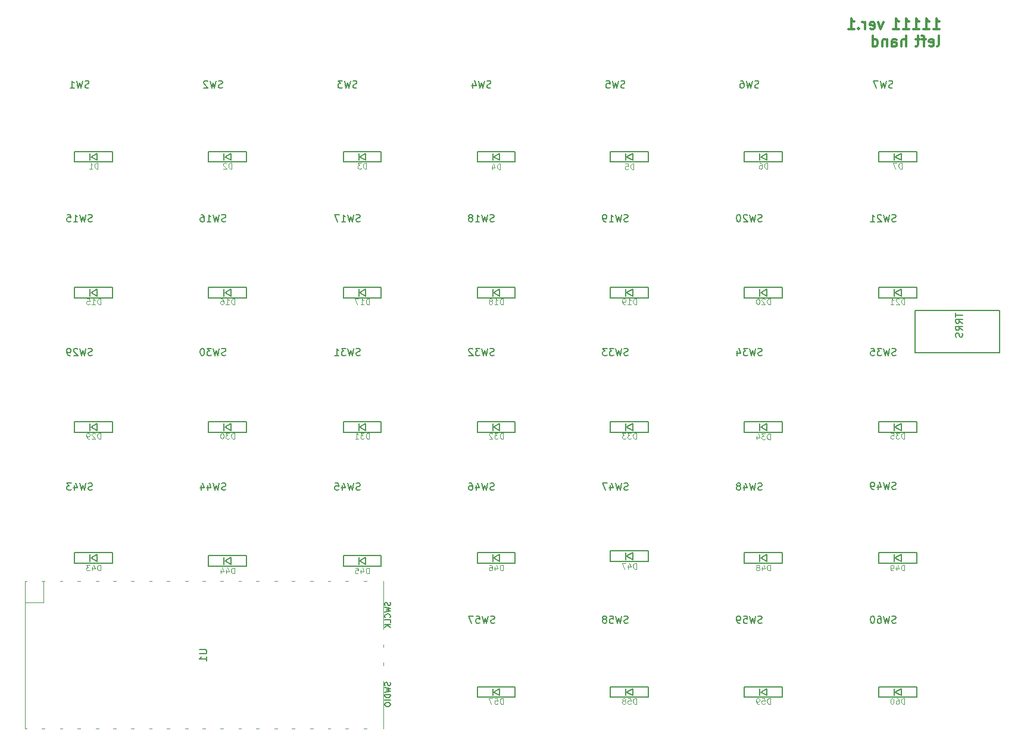
<source format=gbr>
%TF.GenerationSoftware,KiCad,Pcbnew,(7.0.0-0)*%
%TF.CreationDate,2023-03-06T01:51:54+09:00*%
%TF.ProjectId,11111_pcb,31313131-315f-4706-9362-2e6b69636164,rev?*%
%TF.SameCoordinates,Original*%
%TF.FileFunction,Legend,Bot*%
%TF.FilePolarity,Positive*%
%FSLAX46Y46*%
G04 Gerber Fmt 4.6, Leading zero omitted, Abs format (unit mm)*
G04 Created by KiCad (PCBNEW (7.0.0-0)) date 2023-03-06 01:51:54*
%MOMM*%
%LPD*%
G01*
G04 APERTURE LIST*
%ADD10C,0.300000*%
%ADD11C,0.150000*%
%ADD12C,0.125000*%
%ADD13C,0.120000*%
G04 APERTURE END LIST*
D10*
X158877142Y-24983571D02*
X159734285Y-24983571D01*
X159305714Y-24983571D02*
X159305714Y-23483571D01*
X159305714Y-23483571D02*
X159448571Y-23697857D01*
X159448571Y-23697857D02*
X159591428Y-23840714D01*
X159591428Y-23840714D02*
X159734285Y-23912142D01*
X157448571Y-24983571D02*
X158305714Y-24983571D01*
X157877143Y-24983571D02*
X157877143Y-23483571D01*
X157877143Y-23483571D02*
X158020000Y-23697857D01*
X158020000Y-23697857D02*
X158162857Y-23840714D01*
X158162857Y-23840714D02*
X158305714Y-23912142D01*
X156020000Y-24983571D02*
X156877143Y-24983571D01*
X156448572Y-24983571D02*
X156448572Y-23483571D01*
X156448572Y-23483571D02*
X156591429Y-23697857D01*
X156591429Y-23697857D02*
X156734286Y-23840714D01*
X156734286Y-23840714D02*
X156877143Y-23912142D01*
X154591429Y-24983571D02*
X155448572Y-24983571D01*
X155020001Y-24983571D02*
X155020001Y-23483571D01*
X155020001Y-23483571D02*
X155162858Y-23697857D01*
X155162858Y-23697857D02*
X155305715Y-23840714D01*
X155305715Y-23840714D02*
X155448572Y-23912142D01*
X153162858Y-24983571D02*
X154020001Y-24983571D01*
X153591430Y-24983571D02*
X153591430Y-23483571D01*
X153591430Y-23483571D02*
X153734287Y-23697857D01*
X153734287Y-23697857D02*
X153877144Y-23840714D01*
X153877144Y-23840714D02*
X154020001Y-23912142D01*
X151762859Y-23983571D02*
X151405716Y-24983571D01*
X151405716Y-24983571D02*
X151048573Y-23983571D01*
X149905716Y-24912142D02*
X150048573Y-24983571D01*
X150048573Y-24983571D02*
X150334288Y-24983571D01*
X150334288Y-24983571D02*
X150477145Y-24912142D01*
X150477145Y-24912142D02*
X150548573Y-24769285D01*
X150548573Y-24769285D02*
X150548573Y-24197857D01*
X150548573Y-24197857D02*
X150477145Y-24055000D01*
X150477145Y-24055000D02*
X150334288Y-23983571D01*
X150334288Y-23983571D02*
X150048573Y-23983571D01*
X150048573Y-23983571D02*
X149905716Y-24055000D01*
X149905716Y-24055000D02*
X149834288Y-24197857D01*
X149834288Y-24197857D02*
X149834288Y-24340714D01*
X149834288Y-24340714D02*
X150548573Y-24483571D01*
X149191431Y-24983571D02*
X149191431Y-23983571D01*
X149191431Y-24269285D02*
X149120002Y-24126428D01*
X149120002Y-24126428D02*
X149048574Y-24055000D01*
X149048574Y-24055000D02*
X148905716Y-23983571D01*
X148905716Y-23983571D02*
X148762859Y-23983571D01*
X148262860Y-24840714D02*
X148191431Y-24912142D01*
X148191431Y-24912142D02*
X148262860Y-24983571D01*
X148262860Y-24983571D02*
X148334288Y-24912142D01*
X148334288Y-24912142D02*
X148262860Y-24840714D01*
X148262860Y-24840714D02*
X148262860Y-24983571D01*
X146762859Y-24983571D02*
X147620002Y-24983571D01*
X147191431Y-24983571D02*
X147191431Y-23483571D01*
X147191431Y-23483571D02*
X147334288Y-23697857D01*
X147334288Y-23697857D02*
X147477145Y-23840714D01*
X147477145Y-23840714D02*
X147620002Y-23912142D01*
X159448571Y-27413571D02*
X159591428Y-27342142D01*
X159591428Y-27342142D02*
X159662857Y-27199285D01*
X159662857Y-27199285D02*
X159662857Y-25913571D01*
X158305714Y-27342142D02*
X158448571Y-27413571D01*
X158448571Y-27413571D02*
X158734286Y-27413571D01*
X158734286Y-27413571D02*
X158877143Y-27342142D01*
X158877143Y-27342142D02*
X158948571Y-27199285D01*
X158948571Y-27199285D02*
X158948571Y-26627857D01*
X158948571Y-26627857D02*
X158877143Y-26485000D01*
X158877143Y-26485000D02*
X158734286Y-26413571D01*
X158734286Y-26413571D02*
X158448571Y-26413571D01*
X158448571Y-26413571D02*
X158305714Y-26485000D01*
X158305714Y-26485000D02*
X158234286Y-26627857D01*
X158234286Y-26627857D02*
X158234286Y-26770714D01*
X158234286Y-26770714D02*
X158948571Y-26913571D01*
X157805714Y-26413571D02*
X157234286Y-26413571D01*
X157591429Y-27413571D02*
X157591429Y-26127857D01*
X157591429Y-26127857D02*
X157520000Y-25985000D01*
X157520000Y-25985000D02*
X157377143Y-25913571D01*
X157377143Y-25913571D02*
X157234286Y-25913571D01*
X156948571Y-26413571D02*
X156377143Y-26413571D01*
X156734286Y-25913571D02*
X156734286Y-27199285D01*
X156734286Y-27199285D02*
X156662857Y-27342142D01*
X156662857Y-27342142D02*
X156520000Y-27413571D01*
X156520000Y-27413571D02*
X156377143Y-27413571D01*
X154977143Y-27413571D02*
X154977143Y-25913571D01*
X154334286Y-27413571D02*
X154334286Y-26627857D01*
X154334286Y-26627857D02*
X154405714Y-26485000D01*
X154405714Y-26485000D02*
X154548571Y-26413571D01*
X154548571Y-26413571D02*
X154762857Y-26413571D01*
X154762857Y-26413571D02*
X154905714Y-26485000D01*
X154905714Y-26485000D02*
X154977143Y-26556428D01*
X152977143Y-27413571D02*
X152977143Y-26627857D01*
X152977143Y-26627857D02*
X153048571Y-26485000D01*
X153048571Y-26485000D02*
X153191428Y-26413571D01*
X153191428Y-26413571D02*
X153477143Y-26413571D01*
X153477143Y-26413571D02*
X153620000Y-26485000D01*
X152977143Y-27342142D02*
X153120000Y-27413571D01*
X153120000Y-27413571D02*
X153477143Y-27413571D01*
X153477143Y-27413571D02*
X153620000Y-27342142D01*
X153620000Y-27342142D02*
X153691428Y-27199285D01*
X153691428Y-27199285D02*
X153691428Y-27056428D01*
X153691428Y-27056428D02*
X153620000Y-26913571D01*
X153620000Y-26913571D02*
X153477143Y-26842142D01*
X153477143Y-26842142D02*
X153120000Y-26842142D01*
X153120000Y-26842142D02*
X152977143Y-26770714D01*
X152262857Y-26413571D02*
X152262857Y-27413571D01*
X152262857Y-26556428D02*
X152191428Y-26485000D01*
X152191428Y-26485000D02*
X152048571Y-26413571D01*
X152048571Y-26413571D02*
X151834285Y-26413571D01*
X151834285Y-26413571D02*
X151691428Y-26485000D01*
X151691428Y-26485000D02*
X151620000Y-26627857D01*
X151620000Y-26627857D02*
X151620000Y-27413571D01*
X150262857Y-27413571D02*
X150262857Y-25913571D01*
X150262857Y-27342142D02*
X150405714Y-27413571D01*
X150405714Y-27413571D02*
X150691428Y-27413571D01*
X150691428Y-27413571D02*
X150834285Y-27342142D01*
X150834285Y-27342142D02*
X150905714Y-27270714D01*
X150905714Y-27270714D02*
X150977142Y-27127857D01*
X150977142Y-27127857D02*
X150977142Y-26699285D01*
X150977142Y-26699285D02*
X150905714Y-26556428D01*
X150905714Y-26556428D02*
X150834285Y-26485000D01*
X150834285Y-26485000D02*
X150691428Y-26413571D01*
X150691428Y-26413571D02*
X150405714Y-26413571D01*
X150405714Y-26413571D02*
X150262857Y-26485000D01*
D11*
%TO.C,SW46*%
X96424523Y-90549761D02*
X96281666Y-90597380D01*
X96281666Y-90597380D02*
X96043571Y-90597380D01*
X96043571Y-90597380D02*
X95948333Y-90549761D01*
X95948333Y-90549761D02*
X95900714Y-90502142D01*
X95900714Y-90502142D02*
X95853095Y-90406904D01*
X95853095Y-90406904D02*
X95853095Y-90311666D01*
X95853095Y-90311666D02*
X95900714Y-90216428D01*
X95900714Y-90216428D02*
X95948333Y-90168809D01*
X95948333Y-90168809D02*
X96043571Y-90121190D01*
X96043571Y-90121190D02*
X96234047Y-90073571D01*
X96234047Y-90073571D02*
X96329285Y-90025952D01*
X96329285Y-90025952D02*
X96376904Y-89978333D01*
X96376904Y-89978333D02*
X96424523Y-89883095D01*
X96424523Y-89883095D02*
X96424523Y-89787857D01*
X96424523Y-89787857D02*
X96376904Y-89692619D01*
X96376904Y-89692619D02*
X96329285Y-89645000D01*
X96329285Y-89645000D02*
X96234047Y-89597380D01*
X96234047Y-89597380D02*
X95995952Y-89597380D01*
X95995952Y-89597380D02*
X95853095Y-89645000D01*
X95519761Y-89597380D02*
X95281666Y-90597380D01*
X95281666Y-90597380D02*
X95091190Y-89883095D01*
X95091190Y-89883095D02*
X94900714Y-90597380D01*
X94900714Y-90597380D02*
X94662619Y-89597380D01*
X93853095Y-89930714D02*
X93853095Y-90597380D01*
X94091190Y-89549761D02*
X94329285Y-90264047D01*
X94329285Y-90264047D02*
X93710238Y-90264047D01*
X92900714Y-89597380D02*
X93091190Y-89597380D01*
X93091190Y-89597380D02*
X93186428Y-89645000D01*
X93186428Y-89645000D02*
X93234047Y-89692619D01*
X93234047Y-89692619D02*
X93329285Y-89835476D01*
X93329285Y-89835476D02*
X93376904Y-90025952D01*
X93376904Y-90025952D02*
X93376904Y-90406904D01*
X93376904Y-90406904D02*
X93329285Y-90502142D01*
X93329285Y-90502142D02*
X93281666Y-90549761D01*
X93281666Y-90549761D02*
X93186428Y-90597380D01*
X93186428Y-90597380D02*
X92995952Y-90597380D01*
X92995952Y-90597380D02*
X92900714Y-90549761D01*
X92900714Y-90549761D02*
X92853095Y-90502142D01*
X92853095Y-90502142D02*
X92805476Y-90406904D01*
X92805476Y-90406904D02*
X92805476Y-90168809D01*
X92805476Y-90168809D02*
X92853095Y-90073571D01*
X92853095Y-90073571D02*
X92900714Y-90025952D01*
X92900714Y-90025952D02*
X92995952Y-89978333D01*
X92995952Y-89978333D02*
X93186428Y-89978333D01*
X93186428Y-89978333D02*
X93281666Y-90025952D01*
X93281666Y-90025952D02*
X93329285Y-90073571D01*
X93329285Y-90073571D02*
X93376904Y-90168809D01*
D12*
%TO.C,D33*%
X116626428Y-83283904D02*
X116626428Y-82483904D01*
X116626428Y-82483904D02*
X116435952Y-82483904D01*
X116435952Y-82483904D02*
X116321666Y-82522000D01*
X116321666Y-82522000D02*
X116245476Y-82598190D01*
X116245476Y-82598190D02*
X116207381Y-82674380D01*
X116207381Y-82674380D02*
X116169285Y-82826761D01*
X116169285Y-82826761D02*
X116169285Y-82941047D01*
X116169285Y-82941047D02*
X116207381Y-83093428D01*
X116207381Y-83093428D02*
X116245476Y-83169619D01*
X116245476Y-83169619D02*
X116321666Y-83245809D01*
X116321666Y-83245809D02*
X116435952Y-83283904D01*
X116435952Y-83283904D02*
X116626428Y-83283904D01*
X115902619Y-82483904D02*
X115407381Y-82483904D01*
X115407381Y-82483904D02*
X115674047Y-82788666D01*
X115674047Y-82788666D02*
X115559762Y-82788666D01*
X115559762Y-82788666D02*
X115483571Y-82826761D01*
X115483571Y-82826761D02*
X115445476Y-82864857D01*
X115445476Y-82864857D02*
X115407381Y-82941047D01*
X115407381Y-82941047D02*
X115407381Y-83131523D01*
X115407381Y-83131523D02*
X115445476Y-83207714D01*
X115445476Y-83207714D02*
X115483571Y-83245809D01*
X115483571Y-83245809D02*
X115559762Y-83283904D01*
X115559762Y-83283904D02*
X115788333Y-83283904D01*
X115788333Y-83283904D02*
X115864524Y-83245809D01*
X115864524Y-83245809D02*
X115902619Y-83207714D01*
X115140714Y-82483904D02*
X114645476Y-82483904D01*
X114645476Y-82483904D02*
X114912142Y-82788666D01*
X114912142Y-82788666D02*
X114797857Y-82788666D01*
X114797857Y-82788666D02*
X114721666Y-82826761D01*
X114721666Y-82826761D02*
X114683571Y-82864857D01*
X114683571Y-82864857D02*
X114645476Y-82941047D01*
X114645476Y-82941047D02*
X114645476Y-83131523D01*
X114645476Y-83131523D02*
X114683571Y-83207714D01*
X114683571Y-83207714D02*
X114721666Y-83245809D01*
X114721666Y-83245809D02*
X114797857Y-83283904D01*
X114797857Y-83283904D02*
X115026428Y-83283904D01*
X115026428Y-83283904D02*
X115102619Y-83245809D01*
X115102619Y-83245809D02*
X115140714Y-83207714D01*
%TO.C,D43*%
X40436428Y-102063904D02*
X40436428Y-101263904D01*
X40436428Y-101263904D02*
X40245952Y-101263904D01*
X40245952Y-101263904D02*
X40131666Y-101302000D01*
X40131666Y-101302000D02*
X40055476Y-101378190D01*
X40055476Y-101378190D02*
X40017381Y-101454380D01*
X40017381Y-101454380D02*
X39979285Y-101606761D01*
X39979285Y-101606761D02*
X39979285Y-101721047D01*
X39979285Y-101721047D02*
X40017381Y-101873428D01*
X40017381Y-101873428D02*
X40055476Y-101949619D01*
X40055476Y-101949619D02*
X40131666Y-102025809D01*
X40131666Y-102025809D02*
X40245952Y-102063904D01*
X40245952Y-102063904D02*
X40436428Y-102063904D01*
X39293571Y-101530571D02*
X39293571Y-102063904D01*
X39484047Y-101225809D02*
X39674524Y-101797238D01*
X39674524Y-101797238D02*
X39179285Y-101797238D01*
X38950714Y-101263904D02*
X38455476Y-101263904D01*
X38455476Y-101263904D02*
X38722142Y-101568666D01*
X38722142Y-101568666D02*
X38607857Y-101568666D01*
X38607857Y-101568666D02*
X38531666Y-101606761D01*
X38531666Y-101606761D02*
X38493571Y-101644857D01*
X38493571Y-101644857D02*
X38455476Y-101721047D01*
X38455476Y-101721047D02*
X38455476Y-101911523D01*
X38455476Y-101911523D02*
X38493571Y-101987714D01*
X38493571Y-101987714D02*
X38531666Y-102025809D01*
X38531666Y-102025809D02*
X38607857Y-102063904D01*
X38607857Y-102063904D02*
X38836428Y-102063904D01*
X38836428Y-102063904D02*
X38912619Y-102025809D01*
X38912619Y-102025809D02*
X38950714Y-101987714D01*
%TO.C,D60*%
X154771428Y-121033904D02*
X154771428Y-120233904D01*
X154771428Y-120233904D02*
X154580952Y-120233904D01*
X154580952Y-120233904D02*
X154466666Y-120272000D01*
X154466666Y-120272000D02*
X154390476Y-120348190D01*
X154390476Y-120348190D02*
X154352381Y-120424380D01*
X154352381Y-120424380D02*
X154314285Y-120576761D01*
X154314285Y-120576761D02*
X154314285Y-120691047D01*
X154314285Y-120691047D02*
X154352381Y-120843428D01*
X154352381Y-120843428D02*
X154390476Y-120919619D01*
X154390476Y-120919619D02*
X154466666Y-120995809D01*
X154466666Y-120995809D02*
X154580952Y-121033904D01*
X154580952Y-121033904D02*
X154771428Y-121033904D01*
X153628571Y-120233904D02*
X153780952Y-120233904D01*
X153780952Y-120233904D02*
X153857143Y-120272000D01*
X153857143Y-120272000D02*
X153895238Y-120310095D01*
X153895238Y-120310095D02*
X153971428Y-120424380D01*
X153971428Y-120424380D02*
X154009524Y-120576761D01*
X154009524Y-120576761D02*
X154009524Y-120881523D01*
X154009524Y-120881523D02*
X153971428Y-120957714D01*
X153971428Y-120957714D02*
X153933333Y-120995809D01*
X153933333Y-120995809D02*
X153857143Y-121033904D01*
X153857143Y-121033904D02*
X153704762Y-121033904D01*
X153704762Y-121033904D02*
X153628571Y-120995809D01*
X153628571Y-120995809D02*
X153590476Y-120957714D01*
X153590476Y-120957714D02*
X153552381Y-120881523D01*
X153552381Y-120881523D02*
X153552381Y-120691047D01*
X153552381Y-120691047D02*
X153590476Y-120614857D01*
X153590476Y-120614857D02*
X153628571Y-120576761D01*
X153628571Y-120576761D02*
X153704762Y-120538666D01*
X153704762Y-120538666D02*
X153857143Y-120538666D01*
X153857143Y-120538666D02*
X153933333Y-120576761D01*
X153933333Y-120576761D02*
X153971428Y-120614857D01*
X153971428Y-120614857D02*
X154009524Y-120691047D01*
X153057142Y-120233904D02*
X152980952Y-120233904D01*
X152980952Y-120233904D02*
X152904761Y-120272000D01*
X152904761Y-120272000D02*
X152866666Y-120310095D01*
X152866666Y-120310095D02*
X152828571Y-120386285D01*
X152828571Y-120386285D02*
X152790476Y-120538666D01*
X152790476Y-120538666D02*
X152790476Y-120729142D01*
X152790476Y-120729142D02*
X152828571Y-120881523D01*
X152828571Y-120881523D02*
X152866666Y-120957714D01*
X152866666Y-120957714D02*
X152904761Y-120995809D01*
X152904761Y-120995809D02*
X152980952Y-121033904D01*
X152980952Y-121033904D02*
X153057142Y-121033904D01*
X153057142Y-121033904D02*
X153133333Y-120995809D01*
X153133333Y-120995809D02*
X153171428Y-120957714D01*
X153171428Y-120957714D02*
X153209523Y-120881523D01*
X153209523Y-120881523D02*
X153247619Y-120729142D01*
X153247619Y-120729142D02*
X153247619Y-120538666D01*
X153247619Y-120538666D02*
X153209523Y-120386285D01*
X153209523Y-120386285D02*
X153171428Y-120310095D01*
X153171428Y-120310095D02*
X153133333Y-120272000D01*
X153133333Y-120272000D02*
X153057142Y-120233904D01*
%TO.C,D18*%
X97686428Y-64153904D02*
X97686428Y-63353904D01*
X97686428Y-63353904D02*
X97495952Y-63353904D01*
X97495952Y-63353904D02*
X97381666Y-63392000D01*
X97381666Y-63392000D02*
X97305476Y-63468190D01*
X97305476Y-63468190D02*
X97267381Y-63544380D01*
X97267381Y-63544380D02*
X97229285Y-63696761D01*
X97229285Y-63696761D02*
X97229285Y-63811047D01*
X97229285Y-63811047D02*
X97267381Y-63963428D01*
X97267381Y-63963428D02*
X97305476Y-64039619D01*
X97305476Y-64039619D02*
X97381666Y-64115809D01*
X97381666Y-64115809D02*
X97495952Y-64153904D01*
X97495952Y-64153904D02*
X97686428Y-64153904D01*
X96467381Y-64153904D02*
X96924524Y-64153904D01*
X96695952Y-64153904D02*
X96695952Y-63353904D01*
X96695952Y-63353904D02*
X96772143Y-63468190D01*
X96772143Y-63468190D02*
X96848333Y-63544380D01*
X96848333Y-63544380D02*
X96924524Y-63582476D01*
X96010238Y-63696761D02*
X96086428Y-63658666D01*
X96086428Y-63658666D02*
X96124523Y-63620571D01*
X96124523Y-63620571D02*
X96162619Y-63544380D01*
X96162619Y-63544380D02*
X96162619Y-63506285D01*
X96162619Y-63506285D02*
X96124523Y-63430095D01*
X96124523Y-63430095D02*
X96086428Y-63392000D01*
X96086428Y-63392000D02*
X96010238Y-63353904D01*
X96010238Y-63353904D02*
X95857857Y-63353904D01*
X95857857Y-63353904D02*
X95781666Y-63392000D01*
X95781666Y-63392000D02*
X95743571Y-63430095D01*
X95743571Y-63430095D02*
X95705476Y-63506285D01*
X95705476Y-63506285D02*
X95705476Y-63544380D01*
X95705476Y-63544380D02*
X95743571Y-63620571D01*
X95743571Y-63620571D02*
X95781666Y-63658666D01*
X95781666Y-63658666D02*
X95857857Y-63696761D01*
X95857857Y-63696761D02*
X96010238Y-63696761D01*
X96010238Y-63696761D02*
X96086428Y-63734857D01*
X96086428Y-63734857D02*
X96124523Y-63772952D01*
X96124523Y-63772952D02*
X96162619Y-63849142D01*
X96162619Y-63849142D02*
X96162619Y-64001523D01*
X96162619Y-64001523D02*
X96124523Y-64077714D01*
X96124523Y-64077714D02*
X96086428Y-64115809D01*
X96086428Y-64115809D02*
X96010238Y-64153904D01*
X96010238Y-64153904D02*
X95857857Y-64153904D01*
X95857857Y-64153904D02*
X95781666Y-64115809D01*
X95781666Y-64115809D02*
X95743571Y-64077714D01*
X95743571Y-64077714D02*
X95705476Y-64001523D01*
X95705476Y-64001523D02*
X95705476Y-63849142D01*
X95705476Y-63849142D02*
X95743571Y-63772952D01*
X95743571Y-63772952D02*
X95781666Y-63734857D01*
X95781666Y-63734857D02*
X95857857Y-63696761D01*
%TO.C,D16*%
X59486428Y-64153904D02*
X59486428Y-63353904D01*
X59486428Y-63353904D02*
X59295952Y-63353904D01*
X59295952Y-63353904D02*
X59181666Y-63392000D01*
X59181666Y-63392000D02*
X59105476Y-63468190D01*
X59105476Y-63468190D02*
X59067381Y-63544380D01*
X59067381Y-63544380D02*
X59029285Y-63696761D01*
X59029285Y-63696761D02*
X59029285Y-63811047D01*
X59029285Y-63811047D02*
X59067381Y-63963428D01*
X59067381Y-63963428D02*
X59105476Y-64039619D01*
X59105476Y-64039619D02*
X59181666Y-64115809D01*
X59181666Y-64115809D02*
X59295952Y-64153904D01*
X59295952Y-64153904D02*
X59486428Y-64153904D01*
X58267381Y-64153904D02*
X58724524Y-64153904D01*
X58495952Y-64153904D02*
X58495952Y-63353904D01*
X58495952Y-63353904D02*
X58572143Y-63468190D01*
X58572143Y-63468190D02*
X58648333Y-63544380D01*
X58648333Y-63544380D02*
X58724524Y-63582476D01*
X57581666Y-63353904D02*
X57734047Y-63353904D01*
X57734047Y-63353904D02*
X57810238Y-63392000D01*
X57810238Y-63392000D02*
X57848333Y-63430095D01*
X57848333Y-63430095D02*
X57924523Y-63544380D01*
X57924523Y-63544380D02*
X57962619Y-63696761D01*
X57962619Y-63696761D02*
X57962619Y-64001523D01*
X57962619Y-64001523D02*
X57924523Y-64077714D01*
X57924523Y-64077714D02*
X57886428Y-64115809D01*
X57886428Y-64115809D02*
X57810238Y-64153904D01*
X57810238Y-64153904D02*
X57657857Y-64153904D01*
X57657857Y-64153904D02*
X57581666Y-64115809D01*
X57581666Y-64115809D02*
X57543571Y-64077714D01*
X57543571Y-64077714D02*
X57505476Y-64001523D01*
X57505476Y-64001523D02*
X57505476Y-63811047D01*
X57505476Y-63811047D02*
X57543571Y-63734857D01*
X57543571Y-63734857D02*
X57581666Y-63696761D01*
X57581666Y-63696761D02*
X57657857Y-63658666D01*
X57657857Y-63658666D02*
X57810238Y-63658666D01*
X57810238Y-63658666D02*
X57886428Y-63696761D01*
X57886428Y-63696761D02*
X57924523Y-63734857D01*
X57924523Y-63734857D02*
X57962619Y-63811047D01*
%TO.C,D6*%
X135315475Y-44833904D02*
X135315475Y-44033904D01*
X135315475Y-44033904D02*
X135124999Y-44033904D01*
X135124999Y-44033904D02*
X135010713Y-44072000D01*
X135010713Y-44072000D02*
X134934523Y-44148190D01*
X134934523Y-44148190D02*
X134896428Y-44224380D01*
X134896428Y-44224380D02*
X134858332Y-44376761D01*
X134858332Y-44376761D02*
X134858332Y-44491047D01*
X134858332Y-44491047D02*
X134896428Y-44643428D01*
X134896428Y-44643428D02*
X134934523Y-44719619D01*
X134934523Y-44719619D02*
X135010713Y-44795809D01*
X135010713Y-44795809D02*
X135124999Y-44833904D01*
X135124999Y-44833904D02*
X135315475Y-44833904D01*
X134172618Y-44033904D02*
X134324999Y-44033904D01*
X134324999Y-44033904D02*
X134401190Y-44072000D01*
X134401190Y-44072000D02*
X134439285Y-44110095D01*
X134439285Y-44110095D02*
X134515475Y-44224380D01*
X134515475Y-44224380D02*
X134553571Y-44376761D01*
X134553571Y-44376761D02*
X134553571Y-44681523D01*
X134553571Y-44681523D02*
X134515475Y-44757714D01*
X134515475Y-44757714D02*
X134477380Y-44795809D01*
X134477380Y-44795809D02*
X134401190Y-44833904D01*
X134401190Y-44833904D02*
X134248809Y-44833904D01*
X134248809Y-44833904D02*
X134172618Y-44795809D01*
X134172618Y-44795809D02*
X134134523Y-44757714D01*
X134134523Y-44757714D02*
X134096428Y-44681523D01*
X134096428Y-44681523D02*
X134096428Y-44491047D01*
X134096428Y-44491047D02*
X134134523Y-44414857D01*
X134134523Y-44414857D02*
X134172618Y-44376761D01*
X134172618Y-44376761D02*
X134248809Y-44338666D01*
X134248809Y-44338666D02*
X134401190Y-44338666D01*
X134401190Y-44338666D02*
X134477380Y-44376761D01*
X134477380Y-44376761D02*
X134515475Y-44414857D01*
X134515475Y-44414857D02*
X134553571Y-44491047D01*
%TO.C,D17*%
X78636428Y-64153904D02*
X78636428Y-63353904D01*
X78636428Y-63353904D02*
X78445952Y-63353904D01*
X78445952Y-63353904D02*
X78331666Y-63392000D01*
X78331666Y-63392000D02*
X78255476Y-63468190D01*
X78255476Y-63468190D02*
X78217381Y-63544380D01*
X78217381Y-63544380D02*
X78179285Y-63696761D01*
X78179285Y-63696761D02*
X78179285Y-63811047D01*
X78179285Y-63811047D02*
X78217381Y-63963428D01*
X78217381Y-63963428D02*
X78255476Y-64039619D01*
X78255476Y-64039619D02*
X78331666Y-64115809D01*
X78331666Y-64115809D02*
X78445952Y-64153904D01*
X78445952Y-64153904D02*
X78636428Y-64153904D01*
X77417381Y-64153904D02*
X77874524Y-64153904D01*
X77645952Y-64153904D02*
X77645952Y-63353904D01*
X77645952Y-63353904D02*
X77722143Y-63468190D01*
X77722143Y-63468190D02*
X77798333Y-63544380D01*
X77798333Y-63544380D02*
X77874524Y-63582476D01*
X77150714Y-63353904D02*
X76617380Y-63353904D01*
X76617380Y-63353904D02*
X76960238Y-64153904D01*
D11*
%TO.C,J1*%
X162047380Y-65372345D02*
X162047380Y-65943773D01*
X163047380Y-65658059D02*
X162047380Y-65658059D01*
X163047380Y-66848535D02*
X162571190Y-66515202D01*
X163047380Y-66277107D02*
X162047380Y-66277107D01*
X162047380Y-66277107D02*
X162047380Y-66658059D01*
X162047380Y-66658059D02*
X162095000Y-66753297D01*
X162095000Y-66753297D02*
X162142619Y-66800916D01*
X162142619Y-66800916D02*
X162237857Y-66848535D01*
X162237857Y-66848535D02*
X162380714Y-66848535D01*
X162380714Y-66848535D02*
X162475952Y-66800916D01*
X162475952Y-66800916D02*
X162523571Y-66753297D01*
X162523571Y-66753297D02*
X162571190Y-66658059D01*
X162571190Y-66658059D02*
X162571190Y-66277107D01*
X163047380Y-67848535D02*
X162571190Y-67515202D01*
X163047380Y-67277107D02*
X162047380Y-67277107D01*
X162047380Y-67277107D02*
X162047380Y-67658059D01*
X162047380Y-67658059D02*
X162095000Y-67753297D01*
X162095000Y-67753297D02*
X162142619Y-67800916D01*
X162142619Y-67800916D02*
X162237857Y-67848535D01*
X162237857Y-67848535D02*
X162380714Y-67848535D01*
X162380714Y-67848535D02*
X162475952Y-67800916D01*
X162475952Y-67800916D02*
X162523571Y-67753297D01*
X162523571Y-67753297D02*
X162571190Y-67658059D01*
X162571190Y-67658059D02*
X162571190Y-67277107D01*
X162999761Y-68229488D02*
X163047380Y-68372345D01*
X163047380Y-68372345D02*
X163047380Y-68610440D01*
X163047380Y-68610440D02*
X162999761Y-68705678D01*
X162999761Y-68705678D02*
X162952142Y-68753297D01*
X162952142Y-68753297D02*
X162856904Y-68800916D01*
X162856904Y-68800916D02*
X162761666Y-68800916D01*
X162761666Y-68800916D02*
X162666428Y-68753297D01*
X162666428Y-68753297D02*
X162618809Y-68705678D01*
X162618809Y-68705678D02*
X162571190Y-68610440D01*
X162571190Y-68610440D02*
X162523571Y-68419964D01*
X162523571Y-68419964D02*
X162475952Y-68324726D01*
X162475952Y-68324726D02*
X162428333Y-68277107D01*
X162428333Y-68277107D02*
X162333095Y-68229488D01*
X162333095Y-68229488D02*
X162237857Y-68229488D01*
X162237857Y-68229488D02*
X162142619Y-68277107D01*
X162142619Y-68277107D02*
X162095000Y-68324726D01*
X162095000Y-68324726D02*
X162047380Y-68419964D01*
X162047380Y-68419964D02*
X162047380Y-68658059D01*
X162047380Y-68658059D02*
X162095000Y-68800916D01*
D12*
%TO.C,D21*%
X154771428Y-64153904D02*
X154771428Y-63353904D01*
X154771428Y-63353904D02*
X154580952Y-63353904D01*
X154580952Y-63353904D02*
X154466666Y-63392000D01*
X154466666Y-63392000D02*
X154390476Y-63468190D01*
X154390476Y-63468190D02*
X154352381Y-63544380D01*
X154352381Y-63544380D02*
X154314285Y-63696761D01*
X154314285Y-63696761D02*
X154314285Y-63811047D01*
X154314285Y-63811047D02*
X154352381Y-63963428D01*
X154352381Y-63963428D02*
X154390476Y-64039619D01*
X154390476Y-64039619D02*
X154466666Y-64115809D01*
X154466666Y-64115809D02*
X154580952Y-64153904D01*
X154580952Y-64153904D02*
X154771428Y-64153904D01*
X154009524Y-63430095D02*
X153971428Y-63392000D01*
X153971428Y-63392000D02*
X153895238Y-63353904D01*
X153895238Y-63353904D02*
X153704762Y-63353904D01*
X153704762Y-63353904D02*
X153628571Y-63392000D01*
X153628571Y-63392000D02*
X153590476Y-63430095D01*
X153590476Y-63430095D02*
X153552381Y-63506285D01*
X153552381Y-63506285D02*
X153552381Y-63582476D01*
X153552381Y-63582476D02*
X153590476Y-63696761D01*
X153590476Y-63696761D02*
X154047619Y-64153904D01*
X154047619Y-64153904D02*
X153552381Y-64153904D01*
X152790476Y-64153904D02*
X153247619Y-64153904D01*
X153019047Y-64153904D02*
X153019047Y-63353904D01*
X153019047Y-63353904D02*
X153095238Y-63468190D01*
X153095238Y-63468190D02*
X153171428Y-63544380D01*
X153171428Y-63544380D02*
X153247619Y-63582476D01*
D11*
%TO.C,SW34*%
X134524523Y-71379761D02*
X134381666Y-71427380D01*
X134381666Y-71427380D02*
X134143571Y-71427380D01*
X134143571Y-71427380D02*
X134048333Y-71379761D01*
X134048333Y-71379761D02*
X134000714Y-71332142D01*
X134000714Y-71332142D02*
X133953095Y-71236904D01*
X133953095Y-71236904D02*
X133953095Y-71141666D01*
X133953095Y-71141666D02*
X134000714Y-71046428D01*
X134000714Y-71046428D02*
X134048333Y-70998809D01*
X134048333Y-70998809D02*
X134143571Y-70951190D01*
X134143571Y-70951190D02*
X134334047Y-70903571D01*
X134334047Y-70903571D02*
X134429285Y-70855952D01*
X134429285Y-70855952D02*
X134476904Y-70808333D01*
X134476904Y-70808333D02*
X134524523Y-70713095D01*
X134524523Y-70713095D02*
X134524523Y-70617857D01*
X134524523Y-70617857D02*
X134476904Y-70522619D01*
X134476904Y-70522619D02*
X134429285Y-70475000D01*
X134429285Y-70475000D02*
X134334047Y-70427380D01*
X134334047Y-70427380D02*
X134095952Y-70427380D01*
X134095952Y-70427380D02*
X133953095Y-70475000D01*
X133619761Y-70427380D02*
X133381666Y-71427380D01*
X133381666Y-71427380D02*
X133191190Y-70713095D01*
X133191190Y-70713095D02*
X133000714Y-71427380D01*
X133000714Y-71427380D02*
X132762619Y-70427380D01*
X132476904Y-70427380D02*
X131857857Y-70427380D01*
X131857857Y-70427380D02*
X132191190Y-70808333D01*
X132191190Y-70808333D02*
X132048333Y-70808333D01*
X132048333Y-70808333D02*
X131953095Y-70855952D01*
X131953095Y-70855952D02*
X131905476Y-70903571D01*
X131905476Y-70903571D02*
X131857857Y-70998809D01*
X131857857Y-70998809D02*
X131857857Y-71236904D01*
X131857857Y-71236904D02*
X131905476Y-71332142D01*
X131905476Y-71332142D02*
X131953095Y-71379761D01*
X131953095Y-71379761D02*
X132048333Y-71427380D01*
X132048333Y-71427380D02*
X132334047Y-71427380D01*
X132334047Y-71427380D02*
X132429285Y-71379761D01*
X132429285Y-71379761D02*
X132476904Y-71332142D01*
X131000714Y-70760714D02*
X131000714Y-71427380D01*
X131238809Y-70379761D02*
X131476904Y-71094047D01*
X131476904Y-71094047D02*
X130857857Y-71094047D01*
%TO.C,SW15*%
X39274523Y-52329761D02*
X39131666Y-52377380D01*
X39131666Y-52377380D02*
X38893571Y-52377380D01*
X38893571Y-52377380D02*
X38798333Y-52329761D01*
X38798333Y-52329761D02*
X38750714Y-52282142D01*
X38750714Y-52282142D02*
X38703095Y-52186904D01*
X38703095Y-52186904D02*
X38703095Y-52091666D01*
X38703095Y-52091666D02*
X38750714Y-51996428D01*
X38750714Y-51996428D02*
X38798333Y-51948809D01*
X38798333Y-51948809D02*
X38893571Y-51901190D01*
X38893571Y-51901190D02*
X39084047Y-51853571D01*
X39084047Y-51853571D02*
X39179285Y-51805952D01*
X39179285Y-51805952D02*
X39226904Y-51758333D01*
X39226904Y-51758333D02*
X39274523Y-51663095D01*
X39274523Y-51663095D02*
X39274523Y-51567857D01*
X39274523Y-51567857D02*
X39226904Y-51472619D01*
X39226904Y-51472619D02*
X39179285Y-51425000D01*
X39179285Y-51425000D02*
X39084047Y-51377380D01*
X39084047Y-51377380D02*
X38845952Y-51377380D01*
X38845952Y-51377380D02*
X38703095Y-51425000D01*
X38369761Y-51377380D02*
X38131666Y-52377380D01*
X38131666Y-52377380D02*
X37941190Y-51663095D01*
X37941190Y-51663095D02*
X37750714Y-52377380D01*
X37750714Y-52377380D02*
X37512619Y-51377380D01*
X36607857Y-52377380D02*
X37179285Y-52377380D01*
X36893571Y-52377380D02*
X36893571Y-51377380D01*
X36893571Y-51377380D02*
X36988809Y-51520238D01*
X36988809Y-51520238D02*
X37084047Y-51615476D01*
X37084047Y-51615476D02*
X37179285Y-51663095D01*
X35703095Y-51377380D02*
X36179285Y-51377380D01*
X36179285Y-51377380D02*
X36226904Y-51853571D01*
X36226904Y-51853571D02*
X36179285Y-51805952D01*
X36179285Y-51805952D02*
X36084047Y-51758333D01*
X36084047Y-51758333D02*
X35845952Y-51758333D01*
X35845952Y-51758333D02*
X35750714Y-51805952D01*
X35750714Y-51805952D02*
X35703095Y-51853571D01*
X35703095Y-51853571D02*
X35655476Y-51948809D01*
X35655476Y-51948809D02*
X35655476Y-52186904D01*
X35655476Y-52186904D02*
X35703095Y-52282142D01*
X35703095Y-52282142D02*
X35750714Y-52329761D01*
X35750714Y-52329761D02*
X35845952Y-52377380D01*
X35845952Y-52377380D02*
X36084047Y-52377380D01*
X36084047Y-52377380D02*
X36179285Y-52329761D01*
X36179285Y-52329761D02*
X36226904Y-52282142D01*
%TO.C,SW45*%
X77374523Y-90549761D02*
X77231666Y-90597380D01*
X77231666Y-90597380D02*
X76993571Y-90597380D01*
X76993571Y-90597380D02*
X76898333Y-90549761D01*
X76898333Y-90549761D02*
X76850714Y-90502142D01*
X76850714Y-90502142D02*
X76803095Y-90406904D01*
X76803095Y-90406904D02*
X76803095Y-90311666D01*
X76803095Y-90311666D02*
X76850714Y-90216428D01*
X76850714Y-90216428D02*
X76898333Y-90168809D01*
X76898333Y-90168809D02*
X76993571Y-90121190D01*
X76993571Y-90121190D02*
X77184047Y-90073571D01*
X77184047Y-90073571D02*
X77279285Y-90025952D01*
X77279285Y-90025952D02*
X77326904Y-89978333D01*
X77326904Y-89978333D02*
X77374523Y-89883095D01*
X77374523Y-89883095D02*
X77374523Y-89787857D01*
X77374523Y-89787857D02*
X77326904Y-89692619D01*
X77326904Y-89692619D02*
X77279285Y-89645000D01*
X77279285Y-89645000D02*
X77184047Y-89597380D01*
X77184047Y-89597380D02*
X76945952Y-89597380D01*
X76945952Y-89597380D02*
X76803095Y-89645000D01*
X76469761Y-89597380D02*
X76231666Y-90597380D01*
X76231666Y-90597380D02*
X76041190Y-89883095D01*
X76041190Y-89883095D02*
X75850714Y-90597380D01*
X75850714Y-90597380D02*
X75612619Y-89597380D01*
X74803095Y-89930714D02*
X74803095Y-90597380D01*
X75041190Y-89549761D02*
X75279285Y-90264047D01*
X75279285Y-90264047D02*
X74660238Y-90264047D01*
X73803095Y-89597380D02*
X74279285Y-89597380D01*
X74279285Y-89597380D02*
X74326904Y-90073571D01*
X74326904Y-90073571D02*
X74279285Y-90025952D01*
X74279285Y-90025952D02*
X74184047Y-89978333D01*
X74184047Y-89978333D02*
X73945952Y-89978333D01*
X73945952Y-89978333D02*
X73850714Y-90025952D01*
X73850714Y-90025952D02*
X73803095Y-90073571D01*
X73803095Y-90073571D02*
X73755476Y-90168809D01*
X73755476Y-90168809D02*
X73755476Y-90406904D01*
X73755476Y-90406904D02*
X73803095Y-90502142D01*
X73803095Y-90502142D02*
X73850714Y-90549761D01*
X73850714Y-90549761D02*
X73945952Y-90597380D01*
X73945952Y-90597380D02*
X74184047Y-90597380D01*
X74184047Y-90597380D02*
X74279285Y-90549761D01*
X74279285Y-90549761D02*
X74326904Y-90502142D01*
%TO.C,SW57*%
X96484523Y-109479761D02*
X96341666Y-109527380D01*
X96341666Y-109527380D02*
X96103571Y-109527380D01*
X96103571Y-109527380D02*
X96008333Y-109479761D01*
X96008333Y-109479761D02*
X95960714Y-109432142D01*
X95960714Y-109432142D02*
X95913095Y-109336904D01*
X95913095Y-109336904D02*
X95913095Y-109241666D01*
X95913095Y-109241666D02*
X95960714Y-109146428D01*
X95960714Y-109146428D02*
X96008333Y-109098809D01*
X96008333Y-109098809D02*
X96103571Y-109051190D01*
X96103571Y-109051190D02*
X96294047Y-109003571D01*
X96294047Y-109003571D02*
X96389285Y-108955952D01*
X96389285Y-108955952D02*
X96436904Y-108908333D01*
X96436904Y-108908333D02*
X96484523Y-108813095D01*
X96484523Y-108813095D02*
X96484523Y-108717857D01*
X96484523Y-108717857D02*
X96436904Y-108622619D01*
X96436904Y-108622619D02*
X96389285Y-108575000D01*
X96389285Y-108575000D02*
X96294047Y-108527380D01*
X96294047Y-108527380D02*
X96055952Y-108527380D01*
X96055952Y-108527380D02*
X95913095Y-108575000D01*
X95579761Y-108527380D02*
X95341666Y-109527380D01*
X95341666Y-109527380D02*
X95151190Y-108813095D01*
X95151190Y-108813095D02*
X94960714Y-109527380D01*
X94960714Y-109527380D02*
X94722619Y-108527380D01*
X93865476Y-108527380D02*
X94341666Y-108527380D01*
X94341666Y-108527380D02*
X94389285Y-109003571D01*
X94389285Y-109003571D02*
X94341666Y-108955952D01*
X94341666Y-108955952D02*
X94246428Y-108908333D01*
X94246428Y-108908333D02*
X94008333Y-108908333D01*
X94008333Y-108908333D02*
X93913095Y-108955952D01*
X93913095Y-108955952D02*
X93865476Y-109003571D01*
X93865476Y-109003571D02*
X93817857Y-109098809D01*
X93817857Y-109098809D02*
X93817857Y-109336904D01*
X93817857Y-109336904D02*
X93865476Y-109432142D01*
X93865476Y-109432142D02*
X93913095Y-109479761D01*
X93913095Y-109479761D02*
X94008333Y-109527380D01*
X94008333Y-109527380D02*
X94246428Y-109527380D01*
X94246428Y-109527380D02*
X94341666Y-109479761D01*
X94341666Y-109479761D02*
X94389285Y-109432142D01*
X93484523Y-108527380D02*
X92817857Y-108527380D01*
X92817857Y-108527380D02*
X93246428Y-109527380D01*
%TO.C,SW1*%
X38798332Y-33279761D02*
X38655475Y-33327380D01*
X38655475Y-33327380D02*
X38417380Y-33327380D01*
X38417380Y-33327380D02*
X38322142Y-33279761D01*
X38322142Y-33279761D02*
X38274523Y-33232142D01*
X38274523Y-33232142D02*
X38226904Y-33136904D01*
X38226904Y-33136904D02*
X38226904Y-33041666D01*
X38226904Y-33041666D02*
X38274523Y-32946428D01*
X38274523Y-32946428D02*
X38322142Y-32898809D01*
X38322142Y-32898809D02*
X38417380Y-32851190D01*
X38417380Y-32851190D02*
X38607856Y-32803571D01*
X38607856Y-32803571D02*
X38703094Y-32755952D01*
X38703094Y-32755952D02*
X38750713Y-32708333D01*
X38750713Y-32708333D02*
X38798332Y-32613095D01*
X38798332Y-32613095D02*
X38798332Y-32517857D01*
X38798332Y-32517857D02*
X38750713Y-32422619D01*
X38750713Y-32422619D02*
X38703094Y-32375000D01*
X38703094Y-32375000D02*
X38607856Y-32327380D01*
X38607856Y-32327380D02*
X38369761Y-32327380D01*
X38369761Y-32327380D02*
X38226904Y-32375000D01*
X37893570Y-32327380D02*
X37655475Y-33327380D01*
X37655475Y-33327380D02*
X37464999Y-32613095D01*
X37464999Y-32613095D02*
X37274523Y-33327380D01*
X37274523Y-33327380D02*
X37036428Y-32327380D01*
X36131666Y-33327380D02*
X36703094Y-33327380D01*
X36417380Y-33327380D02*
X36417380Y-32327380D01*
X36417380Y-32327380D02*
X36512618Y-32470238D01*
X36512618Y-32470238D02*
X36607856Y-32565476D01*
X36607856Y-32565476D02*
X36703094Y-32613095D01*
%TO.C,SW58*%
X115474523Y-109479761D02*
X115331666Y-109527380D01*
X115331666Y-109527380D02*
X115093571Y-109527380D01*
X115093571Y-109527380D02*
X114998333Y-109479761D01*
X114998333Y-109479761D02*
X114950714Y-109432142D01*
X114950714Y-109432142D02*
X114903095Y-109336904D01*
X114903095Y-109336904D02*
X114903095Y-109241666D01*
X114903095Y-109241666D02*
X114950714Y-109146428D01*
X114950714Y-109146428D02*
X114998333Y-109098809D01*
X114998333Y-109098809D02*
X115093571Y-109051190D01*
X115093571Y-109051190D02*
X115284047Y-109003571D01*
X115284047Y-109003571D02*
X115379285Y-108955952D01*
X115379285Y-108955952D02*
X115426904Y-108908333D01*
X115426904Y-108908333D02*
X115474523Y-108813095D01*
X115474523Y-108813095D02*
X115474523Y-108717857D01*
X115474523Y-108717857D02*
X115426904Y-108622619D01*
X115426904Y-108622619D02*
X115379285Y-108575000D01*
X115379285Y-108575000D02*
X115284047Y-108527380D01*
X115284047Y-108527380D02*
X115045952Y-108527380D01*
X115045952Y-108527380D02*
X114903095Y-108575000D01*
X114569761Y-108527380D02*
X114331666Y-109527380D01*
X114331666Y-109527380D02*
X114141190Y-108813095D01*
X114141190Y-108813095D02*
X113950714Y-109527380D01*
X113950714Y-109527380D02*
X113712619Y-108527380D01*
X112855476Y-108527380D02*
X113331666Y-108527380D01*
X113331666Y-108527380D02*
X113379285Y-109003571D01*
X113379285Y-109003571D02*
X113331666Y-108955952D01*
X113331666Y-108955952D02*
X113236428Y-108908333D01*
X113236428Y-108908333D02*
X112998333Y-108908333D01*
X112998333Y-108908333D02*
X112903095Y-108955952D01*
X112903095Y-108955952D02*
X112855476Y-109003571D01*
X112855476Y-109003571D02*
X112807857Y-109098809D01*
X112807857Y-109098809D02*
X112807857Y-109336904D01*
X112807857Y-109336904D02*
X112855476Y-109432142D01*
X112855476Y-109432142D02*
X112903095Y-109479761D01*
X112903095Y-109479761D02*
X112998333Y-109527380D01*
X112998333Y-109527380D02*
X113236428Y-109527380D01*
X113236428Y-109527380D02*
X113331666Y-109479761D01*
X113331666Y-109479761D02*
X113379285Y-109432142D01*
X112236428Y-108955952D02*
X112331666Y-108908333D01*
X112331666Y-108908333D02*
X112379285Y-108860714D01*
X112379285Y-108860714D02*
X112426904Y-108765476D01*
X112426904Y-108765476D02*
X112426904Y-108717857D01*
X112426904Y-108717857D02*
X112379285Y-108622619D01*
X112379285Y-108622619D02*
X112331666Y-108575000D01*
X112331666Y-108575000D02*
X112236428Y-108527380D01*
X112236428Y-108527380D02*
X112045952Y-108527380D01*
X112045952Y-108527380D02*
X111950714Y-108575000D01*
X111950714Y-108575000D02*
X111903095Y-108622619D01*
X111903095Y-108622619D02*
X111855476Y-108717857D01*
X111855476Y-108717857D02*
X111855476Y-108765476D01*
X111855476Y-108765476D02*
X111903095Y-108860714D01*
X111903095Y-108860714D02*
X111950714Y-108908333D01*
X111950714Y-108908333D02*
X112045952Y-108955952D01*
X112045952Y-108955952D02*
X112236428Y-108955952D01*
X112236428Y-108955952D02*
X112331666Y-109003571D01*
X112331666Y-109003571D02*
X112379285Y-109051190D01*
X112379285Y-109051190D02*
X112426904Y-109146428D01*
X112426904Y-109146428D02*
X112426904Y-109336904D01*
X112426904Y-109336904D02*
X112379285Y-109432142D01*
X112379285Y-109432142D02*
X112331666Y-109479761D01*
X112331666Y-109479761D02*
X112236428Y-109527380D01*
X112236428Y-109527380D02*
X112045952Y-109527380D01*
X112045952Y-109527380D02*
X111950714Y-109479761D01*
X111950714Y-109479761D02*
X111903095Y-109432142D01*
X111903095Y-109432142D02*
X111855476Y-109336904D01*
X111855476Y-109336904D02*
X111855476Y-109146428D01*
X111855476Y-109146428D02*
X111903095Y-109051190D01*
X111903095Y-109051190D02*
X111950714Y-109003571D01*
X111950714Y-109003571D02*
X112045952Y-108955952D01*
%TO.C,SW16*%
X58254523Y-52329761D02*
X58111666Y-52377380D01*
X58111666Y-52377380D02*
X57873571Y-52377380D01*
X57873571Y-52377380D02*
X57778333Y-52329761D01*
X57778333Y-52329761D02*
X57730714Y-52282142D01*
X57730714Y-52282142D02*
X57683095Y-52186904D01*
X57683095Y-52186904D02*
X57683095Y-52091666D01*
X57683095Y-52091666D02*
X57730714Y-51996428D01*
X57730714Y-51996428D02*
X57778333Y-51948809D01*
X57778333Y-51948809D02*
X57873571Y-51901190D01*
X57873571Y-51901190D02*
X58064047Y-51853571D01*
X58064047Y-51853571D02*
X58159285Y-51805952D01*
X58159285Y-51805952D02*
X58206904Y-51758333D01*
X58206904Y-51758333D02*
X58254523Y-51663095D01*
X58254523Y-51663095D02*
X58254523Y-51567857D01*
X58254523Y-51567857D02*
X58206904Y-51472619D01*
X58206904Y-51472619D02*
X58159285Y-51425000D01*
X58159285Y-51425000D02*
X58064047Y-51377380D01*
X58064047Y-51377380D02*
X57825952Y-51377380D01*
X57825952Y-51377380D02*
X57683095Y-51425000D01*
X57349761Y-51377380D02*
X57111666Y-52377380D01*
X57111666Y-52377380D02*
X56921190Y-51663095D01*
X56921190Y-51663095D02*
X56730714Y-52377380D01*
X56730714Y-52377380D02*
X56492619Y-51377380D01*
X55587857Y-52377380D02*
X56159285Y-52377380D01*
X55873571Y-52377380D02*
X55873571Y-51377380D01*
X55873571Y-51377380D02*
X55968809Y-51520238D01*
X55968809Y-51520238D02*
X56064047Y-51615476D01*
X56064047Y-51615476D02*
X56159285Y-51663095D01*
X54730714Y-51377380D02*
X54921190Y-51377380D01*
X54921190Y-51377380D02*
X55016428Y-51425000D01*
X55016428Y-51425000D02*
X55064047Y-51472619D01*
X55064047Y-51472619D02*
X55159285Y-51615476D01*
X55159285Y-51615476D02*
X55206904Y-51805952D01*
X55206904Y-51805952D02*
X55206904Y-52186904D01*
X55206904Y-52186904D02*
X55159285Y-52282142D01*
X55159285Y-52282142D02*
X55111666Y-52329761D01*
X55111666Y-52329761D02*
X55016428Y-52377380D01*
X55016428Y-52377380D02*
X54825952Y-52377380D01*
X54825952Y-52377380D02*
X54730714Y-52329761D01*
X54730714Y-52329761D02*
X54683095Y-52282142D01*
X54683095Y-52282142D02*
X54635476Y-52186904D01*
X54635476Y-52186904D02*
X54635476Y-51948809D01*
X54635476Y-51948809D02*
X54683095Y-51853571D01*
X54683095Y-51853571D02*
X54730714Y-51805952D01*
X54730714Y-51805952D02*
X54825952Y-51758333D01*
X54825952Y-51758333D02*
X55016428Y-51758333D01*
X55016428Y-51758333D02*
X55111666Y-51805952D01*
X55111666Y-51805952D02*
X55159285Y-51853571D01*
X55159285Y-51853571D02*
X55206904Y-51948809D01*
D12*
%TO.C,D58*%
X116626428Y-121033904D02*
X116626428Y-120233904D01*
X116626428Y-120233904D02*
X116435952Y-120233904D01*
X116435952Y-120233904D02*
X116321666Y-120272000D01*
X116321666Y-120272000D02*
X116245476Y-120348190D01*
X116245476Y-120348190D02*
X116207381Y-120424380D01*
X116207381Y-120424380D02*
X116169285Y-120576761D01*
X116169285Y-120576761D02*
X116169285Y-120691047D01*
X116169285Y-120691047D02*
X116207381Y-120843428D01*
X116207381Y-120843428D02*
X116245476Y-120919619D01*
X116245476Y-120919619D02*
X116321666Y-120995809D01*
X116321666Y-120995809D02*
X116435952Y-121033904D01*
X116435952Y-121033904D02*
X116626428Y-121033904D01*
X115445476Y-120233904D02*
X115826428Y-120233904D01*
X115826428Y-120233904D02*
X115864524Y-120614857D01*
X115864524Y-120614857D02*
X115826428Y-120576761D01*
X115826428Y-120576761D02*
X115750238Y-120538666D01*
X115750238Y-120538666D02*
X115559762Y-120538666D01*
X115559762Y-120538666D02*
X115483571Y-120576761D01*
X115483571Y-120576761D02*
X115445476Y-120614857D01*
X115445476Y-120614857D02*
X115407381Y-120691047D01*
X115407381Y-120691047D02*
X115407381Y-120881523D01*
X115407381Y-120881523D02*
X115445476Y-120957714D01*
X115445476Y-120957714D02*
X115483571Y-120995809D01*
X115483571Y-120995809D02*
X115559762Y-121033904D01*
X115559762Y-121033904D02*
X115750238Y-121033904D01*
X115750238Y-121033904D02*
X115826428Y-120995809D01*
X115826428Y-120995809D02*
X115864524Y-120957714D01*
X114950238Y-120576761D02*
X115026428Y-120538666D01*
X115026428Y-120538666D02*
X115064523Y-120500571D01*
X115064523Y-120500571D02*
X115102619Y-120424380D01*
X115102619Y-120424380D02*
X115102619Y-120386285D01*
X115102619Y-120386285D02*
X115064523Y-120310095D01*
X115064523Y-120310095D02*
X115026428Y-120272000D01*
X115026428Y-120272000D02*
X114950238Y-120233904D01*
X114950238Y-120233904D02*
X114797857Y-120233904D01*
X114797857Y-120233904D02*
X114721666Y-120272000D01*
X114721666Y-120272000D02*
X114683571Y-120310095D01*
X114683571Y-120310095D02*
X114645476Y-120386285D01*
X114645476Y-120386285D02*
X114645476Y-120424380D01*
X114645476Y-120424380D02*
X114683571Y-120500571D01*
X114683571Y-120500571D02*
X114721666Y-120538666D01*
X114721666Y-120538666D02*
X114797857Y-120576761D01*
X114797857Y-120576761D02*
X114950238Y-120576761D01*
X114950238Y-120576761D02*
X115026428Y-120614857D01*
X115026428Y-120614857D02*
X115064523Y-120652952D01*
X115064523Y-120652952D02*
X115102619Y-120729142D01*
X115102619Y-120729142D02*
X115102619Y-120881523D01*
X115102619Y-120881523D02*
X115064523Y-120957714D01*
X115064523Y-120957714D02*
X115026428Y-120995809D01*
X115026428Y-120995809D02*
X114950238Y-121033904D01*
X114950238Y-121033904D02*
X114797857Y-121033904D01*
X114797857Y-121033904D02*
X114721666Y-120995809D01*
X114721666Y-120995809D02*
X114683571Y-120957714D01*
X114683571Y-120957714D02*
X114645476Y-120881523D01*
X114645476Y-120881523D02*
X114645476Y-120729142D01*
X114645476Y-120729142D02*
X114683571Y-120652952D01*
X114683571Y-120652952D02*
X114721666Y-120614857D01*
X114721666Y-120614857D02*
X114797857Y-120576761D01*
%TO.C,D32*%
X97686428Y-83283904D02*
X97686428Y-82483904D01*
X97686428Y-82483904D02*
X97495952Y-82483904D01*
X97495952Y-82483904D02*
X97381666Y-82522000D01*
X97381666Y-82522000D02*
X97305476Y-82598190D01*
X97305476Y-82598190D02*
X97267381Y-82674380D01*
X97267381Y-82674380D02*
X97229285Y-82826761D01*
X97229285Y-82826761D02*
X97229285Y-82941047D01*
X97229285Y-82941047D02*
X97267381Y-83093428D01*
X97267381Y-83093428D02*
X97305476Y-83169619D01*
X97305476Y-83169619D02*
X97381666Y-83245809D01*
X97381666Y-83245809D02*
X97495952Y-83283904D01*
X97495952Y-83283904D02*
X97686428Y-83283904D01*
X96962619Y-82483904D02*
X96467381Y-82483904D01*
X96467381Y-82483904D02*
X96734047Y-82788666D01*
X96734047Y-82788666D02*
X96619762Y-82788666D01*
X96619762Y-82788666D02*
X96543571Y-82826761D01*
X96543571Y-82826761D02*
X96505476Y-82864857D01*
X96505476Y-82864857D02*
X96467381Y-82941047D01*
X96467381Y-82941047D02*
X96467381Y-83131523D01*
X96467381Y-83131523D02*
X96505476Y-83207714D01*
X96505476Y-83207714D02*
X96543571Y-83245809D01*
X96543571Y-83245809D02*
X96619762Y-83283904D01*
X96619762Y-83283904D02*
X96848333Y-83283904D01*
X96848333Y-83283904D02*
X96924524Y-83245809D01*
X96924524Y-83245809D02*
X96962619Y-83207714D01*
X96162619Y-82560095D02*
X96124523Y-82522000D01*
X96124523Y-82522000D02*
X96048333Y-82483904D01*
X96048333Y-82483904D02*
X95857857Y-82483904D01*
X95857857Y-82483904D02*
X95781666Y-82522000D01*
X95781666Y-82522000D02*
X95743571Y-82560095D01*
X95743571Y-82560095D02*
X95705476Y-82636285D01*
X95705476Y-82636285D02*
X95705476Y-82712476D01*
X95705476Y-82712476D02*
X95743571Y-82826761D01*
X95743571Y-82826761D02*
X96200714Y-83283904D01*
X96200714Y-83283904D02*
X95705476Y-83283904D01*
D11*
%TO.C,SW19*%
X115474523Y-52329761D02*
X115331666Y-52377380D01*
X115331666Y-52377380D02*
X115093571Y-52377380D01*
X115093571Y-52377380D02*
X114998333Y-52329761D01*
X114998333Y-52329761D02*
X114950714Y-52282142D01*
X114950714Y-52282142D02*
X114903095Y-52186904D01*
X114903095Y-52186904D02*
X114903095Y-52091666D01*
X114903095Y-52091666D02*
X114950714Y-51996428D01*
X114950714Y-51996428D02*
X114998333Y-51948809D01*
X114998333Y-51948809D02*
X115093571Y-51901190D01*
X115093571Y-51901190D02*
X115284047Y-51853571D01*
X115284047Y-51853571D02*
X115379285Y-51805952D01*
X115379285Y-51805952D02*
X115426904Y-51758333D01*
X115426904Y-51758333D02*
X115474523Y-51663095D01*
X115474523Y-51663095D02*
X115474523Y-51567857D01*
X115474523Y-51567857D02*
X115426904Y-51472619D01*
X115426904Y-51472619D02*
X115379285Y-51425000D01*
X115379285Y-51425000D02*
X115284047Y-51377380D01*
X115284047Y-51377380D02*
X115045952Y-51377380D01*
X115045952Y-51377380D02*
X114903095Y-51425000D01*
X114569761Y-51377380D02*
X114331666Y-52377380D01*
X114331666Y-52377380D02*
X114141190Y-51663095D01*
X114141190Y-51663095D02*
X113950714Y-52377380D01*
X113950714Y-52377380D02*
X113712619Y-51377380D01*
X112807857Y-52377380D02*
X113379285Y-52377380D01*
X113093571Y-52377380D02*
X113093571Y-51377380D01*
X113093571Y-51377380D02*
X113188809Y-51520238D01*
X113188809Y-51520238D02*
X113284047Y-51615476D01*
X113284047Y-51615476D02*
X113379285Y-51663095D01*
X112331666Y-52377380D02*
X112141190Y-52377380D01*
X112141190Y-52377380D02*
X112045952Y-52329761D01*
X112045952Y-52329761D02*
X111998333Y-52282142D01*
X111998333Y-52282142D02*
X111903095Y-52139285D01*
X111903095Y-52139285D02*
X111855476Y-51948809D01*
X111855476Y-51948809D02*
X111855476Y-51567857D01*
X111855476Y-51567857D02*
X111903095Y-51472619D01*
X111903095Y-51472619D02*
X111950714Y-51425000D01*
X111950714Y-51425000D02*
X112045952Y-51377380D01*
X112045952Y-51377380D02*
X112236428Y-51377380D01*
X112236428Y-51377380D02*
X112331666Y-51425000D01*
X112331666Y-51425000D02*
X112379285Y-51472619D01*
X112379285Y-51472619D02*
X112426904Y-51567857D01*
X112426904Y-51567857D02*
X112426904Y-51805952D01*
X112426904Y-51805952D02*
X112379285Y-51901190D01*
X112379285Y-51901190D02*
X112331666Y-51948809D01*
X112331666Y-51948809D02*
X112236428Y-51996428D01*
X112236428Y-51996428D02*
X112045952Y-51996428D01*
X112045952Y-51996428D02*
X111950714Y-51948809D01*
X111950714Y-51948809D02*
X111903095Y-51901190D01*
X111903095Y-51901190D02*
X111855476Y-51805952D01*
D12*
%TO.C,D35*%
X154771428Y-83283904D02*
X154771428Y-82483904D01*
X154771428Y-82483904D02*
X154580952Y-82483904D01*
X154580952Y-82483904D02*
X154466666Y-82522000D01*
X154466666Y-82522000D02*
X154390476Y-82598190D01*
X154390476Y-82598190D02*
X154352381Y-82674380D01*
X154352381Y-82674380D02*
X154314285Y-82826761D01*
X154314285Y-82826761D02*
X154314285Y-82941047D01*
X154314285Y-82941047D02*
X154352381Y-83093428D01*
X154352381Y-83093428D02*
X154390476Y-83169619D01*
X154390476Y-83169619D02*
X154466666Y-83245809D01*
X154466666Y-83245809D02*
X154580952Y-83283904D01*
X154580952Y-83283904D02*
X154771428Y-83283904D01*
X154047619Y-82483904D02*
X153552381Y-82483904D01*
X153552381Y-82483904D02*
X153819047Y-82788666D01*
X153819047Y-82788666D02*
X153704762Y-82788666D01*
X153704762Y-82788666D02*
X153628571Y-82826761D01*
X153628571Y-82826761D02*
X153590476Y-82864857D01*
X153590476Y-82864857D02*
X153552381Y-82941047D01*
X153552381Y-82941047D02*
X153552381Y-83131523D01*
X153552381Y-83131523D02*
X153590476Y-83207714D01*
X153590476Y-83207714D02*
X153628571Y-83245809D01*
X153628571Y-83245809D02*
X153704762Y-83283904D01*
X153704762Y-83283904D02*
X153933333Y-83283904D01*
X153933333Y-83283904D02*
X154009524Y-83245809D01*
X154009524Y-83245809D02*
X154047619Y-83207714D01*
X152828571Y-82483904D02*
X153209523Y-82483904D01*
X153209523Y-82483904D02*
X153247619Y-82864857D01*
X153247619Y-82864857D02*
X153209523Y-82826761D01*
X153209523Y-82826761D02*
X153133333Y-82788666D01*
X153133333Y-82788666D02*
X152942857Y-82788666D01*
X152942857Y-82788666D02*
X152866666Y-82826761D01*
X152866666Y-82826761D02*
X152828571Y-82864857D01*
X152828571Y-82864857D02*
X152790476Y-82941047D01*
X152790476Y-82941047D02*
X152790476Y-83131523D01*
X152790476Y-83131523D02*
X152828571Y-83207714D01*
X152828571Y-83207714D02*
X152866666Y-83245809D01*
X152866666Y-83245809D02*
X152942857Y-83283904D01*
X152942857Y-83283904D02*
X153133333Y-83283904D01*
X153133333Y-83283904D02*
X153209523Y-83245809D01*
X153209523Y-83245809D02*
X153247619Y-83207714D01*
%TO.C,D46*%
X97686428Y-102063904D02*
X97686428Y-101263904D01*
X97686428Y-101263904D02*
X97495952Y-101263904D01*
X97495952Y-101263904D02*
X97381666Y-101302000D01*
X97381666Y-101302000D02*
X97305476Y-101378190D01*
X97305476Y-101378190D02*
X97267381Y-101454380D01*
X97267381Y-101454380D02*
X97229285Y-101606761D01*
X97229285Y-101606761D02*
X97229285Y-101721047D01*
X97229285Y-101721047D02*
X97267381Y-101873428D01*
X97267381Y-101873428D02*
X97305476Y-101949619D01*
X97305476Y-101949619D02*
X97381666Y-102025809D01*
X97381666Y-102025809D02*
X97495952Y-102063904D01*
X97495952Y-102063904D02*
X97686428Y-102063904D01*
X96543571Y-101530571D02*
X96543571Y-102063904D01*
X96734047Y-101225809D02*
X96924524Y-101797238D01*
X96924524Y-101797238D02*
X96429285Y-101797238D01*
X95781666Y-101263904D02*
X95934047Y-101263904D01*
X95934047Y-101263904D02*
X96010238Y-101302000D01*
X96010238Y-101302000D02*
X96048333Y-101340095D01*
X96048333Y-101340095D02*
X96124523Y-101454380D01*
X96124523Y-101454380D02*
X96162619Y-101606761D01*
X96162619Y-101606761D02*
X96162619Y-101911523D01*
X96162619Y-101911523D02*
X96124523Y-101987714D01*
X96124523Y-101987714D02*
X96086428Y-102025809D01*
X96086428Y-102025809D02*
X96010238Y-102063904D01*
X96010238Y-102063904D02*
X95857857Y-102063904D01*
X95857857Y-102063904D02*
X95781666Y-102025809D01*
X95781666Y-102025809D02*
X95743571Y-101987714D01*
X95743571Y-101987714D02*
X95705476Y-101911523D01*
X95705476Y-101911523D02*
X95705476Y-101721047D01*
X95705476Y-101721047D02*
X95743571Y-101644857D01*
X95743571Y-101644857D02*
X95781666Y-101606761D01*
X95781666Y-101606761D02*
X95857857Y-101568666D01*
X95857857Y-101568666D02*
X96010238Y-101568666D01*
X96010238Y-101568666D02*
X96086428Y-101606761D01*
X96086428Y-101606761D02*
X96124523Y-101644857D01*
X96124523Y-101644857D02*
X96162619Y-101721047D01*
%TO.C,D34*%
X135696428Y-83383904D02*
X135696428Y-82583904D01*
X135696428Y-82583904D02*
X135505952Y-82583904D01*
X135505952Y-82583904D02*
X135391666Y-82622000D01*
X135391666Y-82622000D02*
X135315476Y-82698190D01*
X135315476Y-82698190D02*
X135277381Y-82774380D01*
X135277381Y-82774380D02*
X135239285Y-82926761D01*
X135239285Y-82926761D02*
X135239285Y-83041047D01*
X135239285Y-83041047D02*
X135277381Y-83193428D01*
X135277381Y-83193428D02*
X135315476Y-83269619D01*
X135315476Y-83269619D02*
X135391666Y-83345809D01*
X135391666Y-83345809D02*
X135505952Y-83383904D01*
X135505952Y-83383904D02*
X135696428Y-83383904D01*
X134972619Y-82583904D02*
X134477381Y-82583904D01*
X134477381Y-82583904D02*
X134744047Y-82888666D01*
X134744047Y-82888666D02*
X134629762Y-82888666D01*
X134629762Y-82888666D02*
X134553571Y-82926761D01*
X134553571Y-82926761D02*
X134515476Y-82964857D01*
X134515476Y-82964857D02*
X134477381Y-83041047D01*
X134477381Y-83041047D02*
X134477381Y-83231523D01*
X134477381Y-83231523D02*
X134515476Y-83307714D01*
X134515476Y-83307714D02*
X134553571Y-83345809D01*
X134553571Y-83345809D02*
X134629762Y-83383904D01*
X134629762Y-83383904D02*
X134858333Y-83383904D01*
X134858333Y-83383904D02*
X134934524Y-83345809D01*
X134934524Y-83345809D02*
X134972619Y-83307714D01*
X133791666Y-82850571D02*
X133791666Y-83383904D01*
X133982142Y-82545809D02*
X134172619Y-83117238D01*
X134172619Y-83117238D02*
X133677380Y-83117238D01*
D11*
%TO.C,SW43*%
X39274523Y-90549761D02*
X39131666Y-90597380D01*
X39131666Y-90597380D02*
X38893571Y-90597380D01*
X38893571Y-90597380D02*
X38798333Y-90549761D01*
X38798333Y-90549761D02*
X38750714Y-90502142D01*
X38750714Y-90502142D02*
X38703095Y-90406904D01*
X38703095Y-90406904D02*
X38703095Y-90311666D01*
X38703095Y-90311666D02*
X38750714Y-90216428D01*
X38750714Y-90216428D02*
X38798333Y-90168809D01*
X38798333Y-90168809D02*
X38893571Y-90121190D01*
X38893571Y-90121190D02*
X39084047Y-90073571D01*
X39084047Y-90073571D02*
X39179285Y-90025952D01*
X39179285Y-90025952D02*
X39226904Y-89978333D01*
X39226904Y-89978333D02*
X39274523Y-89883095D01*
X39274523Y-89883095D02*
X39274523Y-89787857D01*
X39274523Y-89787857D02*
X39226904Y-89692619D01*
X39226904Y-89692619D02*
X39179285Y-89645000D01*
X39179285Y-89645000D02*
X39084047Y-89597380D01*
X39084047Y-89597380D02*
X38845952Y-89597380D01*
X38845952Y-89597380D02*
X38703095Y-89645000D01*
X38369761Y-89597380D02*
X38131666Y-90597380D01*
X38131666Y-90597380D02*
X37941190Y-89883095D01*
X37941190Y-89883095D02*
X37750714Y-90597380D01*
X37750714Y-90597380D02*
X37512619Y-89597380D01*
X36703095Y-89930714D02*
X36703095Y-90597380D01*
X36941190Y-89549761D02*
X37179285Y-90264047D01*
X37179285Y-90264047D02*
X36560238Y-90264047D01*
X36274523Y-89597380D02*
X35655476Y-89597380D01*
X35655476Y-89597380D02*
X35988809Y-89978333D01*
X35988809Y-89978333D02*
X35845952Y-89978333D01*
X35845952Y-89978333D02*
X35750714Y-90025952D01*
X35750714Y-90025952D02*
X35703095Y-90073571D01*
X35703095Y-90073571D02*
X35655476Y-90168809D01*
X35655476Y-90168809D02*
X35655476Y-90406904D01*
X35655476Y-90406904D02*
X35703095Y-90502142D01*
X35703095Y-90502142D02*
X35750714Y-90549761D01*
X35750714Y-90549761D02*
X35845952Y-90597380D01*
X35845952Y-90597380D02*
X36131666Y-90597380D01*
X36131666Y-90597380D02*
X36226904Y-90549761D01*
X36226904Y-90549761D02*
X36274523Y-90502142D01*
%TO.C,SW47*%
X115474523Y-90549761D02*
X115331666Y-90597380D01*
X115331666Y-90597380D02*
X115093571Y-90597380D01*
X115093571Y-90597380D02*
X114998333Y-90549761D01*
X114998333Y-90549761D02*
X114950714Y-90502142D01*
X114950714Y-90502142D02*
X114903095Y-90406904D01*
X114903095Y-90406904D02*
X114903095Y-90311666D01*
X114903095Y-90311666D02*
X114950714Y-90216428D01*
X114950714Y-90216428D02*
X114998333Y-90168809D01*
X114998333Y-90168809D02*
X115093571Y-90121190D01*
X115093571Y-90121190D02*
X115284047Y-90073571D01*
X115284047Y-90073571D02*
X115379285Y-90025952D01*
X115379285Y-90025952D02*
X115426904Y-89978333D01*
X115426904Y-89978333D02*
X115474523Y-89883095D01*
X115474523Y-89883095D02*
X115474523Y-89787857D01*
X115474523Y-89787857D02*
X115426904Y-89692619D01*
X115426904Y-89692619D02*
X115379285Y-89645000D01*
X115379285Y-89645000D02*
X115284047Y-89597380D01*
X115284047Y-89597380D02*
X115045952Y-89597380D01*
X115045952Y-89597380D02*
X114903095Y-89645000D01*
X114569761Y-89597380D02*
X114331666Y-90597380D01*
X114331666Y-90597380D02*
X114141190Y-89883095D01*
X114141190Y-89883095D02*
X113950714Y-90597380D01*
X113950714Y-90597380D02*
X113712619Y-89597380D01*
X112903095Y-89930714D02*
X112903095Y-90597380D01*
X113141190Y-89549761D02*
X113379285Y-90264047D01*
X113379285Y-90264047D02*
X112760238Y-90264047D01*
X112474523Y-89597380D02*
X111807857Y-89597380D01*
X111807857Y-89597380D02*
X112236428Y-90597380D01*
D12*
%TO.C,D2*%
X59105475Y-44833904D02*
X59105475Y-44033904D01*
X59105475Y-44033904D02*
X58914999Y-44033904D01*
X58914999Y-44033904D02*
X58800713Y-44072000D01*
X58800713Y-44072000D02*
X58724523Y-44148190D01*
X58724523Y-44148190D02*
X58686428Y-44224380D01*
X58686428Y-44224380D02*
X58648332Y-44376761D01*
X58648332Y-44376761D02*
X58648332Y-44491047D01*
X58648332Y-44491047D02*
X58686428Y-44643428D01*
X58686428Y-44643428D02*
X58724523Y-44719619D01*
X58724523Y-44719619D02*
X58800713Y-44795809D01*
X58800713Y-44795809D02*
X58914999Y-44833904D01*
X58914999Y-44833904D02*
X59105475Y-44833904D01*
X58343571Y-44110095D02*
X58305475Y-44072000D01*
X58305475Y-44072000D02*
X58229285Y-44033904D01*
X58229285Y-44033904D02*
X58038809Y-44033904D01*
X58038809Y-44033904D02*
X57962618Y-44072000D01*
X57962618Y-44072000D02*
X57924523Y-44110095D01*
X57924523Y-44110095D02*
X57886428Y-44186285D01*
X57886428Y-44186285D02*
X57886428Y-44262476D01*
X57886428Y-44262476D02*
X57924523Y-44376761D01*
X57924523Y-44376761D02*
X58381666Y-44833904D01*
X58381666Y-44833904D02*
X57886428Y-44833904D01*
D11*
%TO.C,SW35*%
X153574523Y-71379761D02*
X153431666Y-71427380D01*
X153431666Y-71427380D02*
X153193571Y-71427380D01*
X153193571Y-71427380D02*
X153098333Y-71379761D01*
X153098333Y-71379761D02*
X153050714Y-71332142D01*
X153050714Y-71332142D02*
X153003095Y-71236904D01*
X153003095Y-71236904D02*
X153003095Y-71141666D01*
X153003095Y-71141666D02*
X153050714Y-71046428D01*
X153050714Y-71046428D02*
X153098333Y-70998809D01*
X153098333Y-70998809D02*
X153193571Y-70951190D01*
X153193571Y-70951190D02*
X153384047Y-70903571D01*
X153384047Y-70903571D02*
X153479285Y-70855952D01*
X153479285Y-70855952D02*
X153526904Y-70808333D01*
X153526904Y-70808333D02*
X153574523Y-70713095D01*
X153574523Y-70713095D02*
X153574523Y-70617857D01*
X153574523Y-70617857D02*
X153526904Y-70522619D01*
X153526904Y-70522619D02*
X153479285Y-70475000D01*
X153479285Y-70475000D02*
X153384047Y-70427380D01*
X153384047Y-70427380D02*
X153145952Y-70427380D01*
X153145952Y-70427380D02*
X153003095Y-70475000D01*
X152669761Y-70427380D02*
X152431666Y-71427380D01*
X152431666Y-71427380D02*
X152241190Y-70713095D01*
X152241190Y-70713095D02*
X152050714Y-71427380D01*
X152050714Y-71427380D02*
X151812619Y-70427380D01*
X151526904Y-70427380D02*
X150907857Y-70427380D01*
X150907857Y-70427380D02*
X151241190Y-70808333D01*
X151241190Y-70808333D02*
X151098333Y-70808333D01*
X151098333Y-70808333D02*
X151003095Y-70855952D01*
X151003095Y-70855952D02*
X150955476Y-70903571D01*
X150955476Y-70903571D02*
X150907857Y-70998809D01*
X150907857Y-70998809D02*
X150907857Y-71236904D01*
X150907857Y-71236904D02*
X150955476Y-71332142D01*
X150955476Y-71332142D02*
X151003095Y-71379761D01*
X151003095Y-71379761D02*
X151098333Y-71427380D01*
X151098333Y-71427380D02*
X151384047Y-71427380D01*
X151384047Y-71427380D02*
X151479285Y-71379761D01*
X151479285Y-71379761D02*
X151526904Y-71332142D01*
X150003095Y-70427380D02*
X150479285Y-70427380D01*
X150479285Y-70427380D02*
X150526904Y-70903571D01*
X150526904Y-70903571D02*
X150479285Y-70855952D01*
X150479285Y-70855952D02*
X150384047Y-70808333D01*
X150384047Y-70808333D02*
X150145952Y-70808333D01*
X150145952Y-70808333D02*
X150050714Y-70855952D01*
X150050714Y-70855952D02*
X150003095Y-70903571D01*
X150003095Y-70903571D02*
X149955476Y-70998809D01*
X149955476Y-70998809D02*
X149955476Y-71236904D01*
X149955476Y-71236904D02*
X150003095Y-71332142D01*
X150003095Y-71332142D02*
X150050714Y-71379761D01*
X150050714Y-71379761D02*
X150145952Y-71427380D01*
X150145952Y-71427380D02*
X150384047Y-71427380D01*
X150384047Y-71427380D02*
X150479285Y-71379761D01*
X150479285Y-71379761D02*
X150526904Y-71332142D01*
D12*
%TO.C,D31*%
X78636428Y-83283904D02*
X78636428Y-82483904D01*
X78636428Y-82483904D02*
X78445952Y-82483904D01*
X78445952Y-82483904D02*
X78331666Y-82522000D01*
X78331666Y-82522000D02*
X78255476Y-82598190D01*
X78255476Y-82598190D02*
X78217381Y-82674380D01*
X78217381Y-82674380D02*
X78179285Y-82826761D01*
X78179285Y-82826761D02*
X78179285Y-82941047D01*
X78179285Y-82941047D02*
X78217381Y-83093428D01*
X78217381Y-83093428D02*
X78255476Y-83169619D01*
X78255476Y-83169619D02*
X78331666Y-83245809D01*
X78331666Y-83245809D02*
X78445952Y-83283904D01*
X78445952Y-83283904D02*
X78636428Y-83283904D01*
X77912619Y-82483904D02*
X77417381Y-82483904D01*
X77417381Y-82483904D02*
X77684047Y-82788666D01*
X77684047Y-82788666D02*
X77569762Y-82788666D01*
X77569762Y-82788666D02*
X77493571Y-82826761D01*
X77493571Y-82826761D02*
X77455476Y-82864857D01*
X77455476Y-82864857D02*
X77417381Y-82941047D01*
X77417381Y-82941047D02*
X77417381Y-83131523D01*
X77417381Y-83131523D02*
X77455476Y-83207714D01*
X77455476Y-83207714D02*
X77493571Y-83245809D01*
X77493571Y-83245809D02*
X77569762Y-83283904D01*
X77569762Y-83283904D02*
X77798333Y-83283904D01*
X77798333Y-83283904D02*
X77874524Y-83245809D01*
X77874524Y-83245809D02*
X77912619Y-83207714D01*
X76655476Y-83283904D02*
X77112619Y-83283904D01*
X76884047Y-83283904D02*
X76884047Y-82483904D01*
X76884047Y-82483904D02*
X76960238Y-82598190D01*
X76960238Y-82598190D02*
X77036428Y-82674380D01*
X77036428Y-82674380D02*
X77112619Y-82712476D01*
D11*
%TO.C,SW30*%
X58254523Y-71379761D02*
X58111666Y-71427380D01*
X58111666Y-71427380D02*
X57873571Y-71427380D01*
X57873571Y-71427380D02*
X57778333Y-71379761D01*
X57778333Y-71379761D02*
X57730714Y-71332142D01*
X57730714Y-71332142D02*
X57683095Y-71236904D01*
X57683095Y-71236904D02*
X57683095Y-71141666D01*
X57683095Y-71141666D02*
X57730714Y-71046428D01*
X57730714Y-71046428D02*
X57778333Y-70998809D01*
X57778333Y-70998809D02*
X57873571Y-70951190D01*
X57873571Y-70951190D02*
X58064047Y-70903571D01*
X58064047Y-70903571D02*
X58159285Y-70855952D01*
X58159285Y-70855952D02*
X58206904Y-70808333D01*
X58206904Y-70808333D02*
X58254523Y-70713095D01*
X58254523Y-70713095D02*
X58254523Y-70617857D01*
X58254523Y-70617857D02*
X58206904Y-70522619D01*
X58206904Y-70522619D02*
X58159285Y-70475000D01*
X58159285Y-70475000D02*
X58064047Y-70427380D01*
X58064047Y-70427380D02*
X57825952Y-70427380D01*
X57825952Y-70427380D02*
X57683095Y-70475000D01*
X57349761Y-70427380D02*
X57111666Y-71427380D01*
X57111666Y-71427380D02*
X56921190Y-70713095D01*
X56921190Y-70713095D02*
X56730714Y-71427380D01*
X56730714Y-71427380D02*
X56492619Y-70427380D01*
X56206904Y-70427380D02*
X55587857Y-70427380D01*
X55587857Y-70427380D02*
X55921190Y-70808333D01*
X55921190Y-70808333D02*
X55778333Y-70808333D01*
X55778333Y-70808333D02*
X55683095Y-70855952D01*
X55683095Y-70855952D02*
X55635476Y-70903571D01*
X55635476Y-70903571D02*
X55587857Y-70998809D01*
X55587857Y-70998809D02*
X55587857Y-71236904D01*
X55587857Y-71236904D02*
X55635476Y-71332142D01*
X55635476Y-71332142D02*
X55683095Y-71379761D01*
X55683095Y-71379761D02*
X55778333Y-71427380D01*
X55778333Y-71427380D02*
X56064047Y-71427380D01*
X56064047Y-71427380D02*
X56159285Y-71379761D01*
X56159285Y-71379761D02*
X56206904Y-71332142D01*
X54968809Y-70427380D02*
X54873571Y-70427380D01*
X54873571Y-70427380D02*
X54778333Y-70475000D01*
X54778333Y-70475000D02*
X54730714Y-70522619D01*
X54730714Y-70522619D02*
X54683095Y-70617857D01*
X54683095Y-70617857D02*
X54635476Y-70808333D01*
X54635476Y-70808333D02*
X54635476Y-71046428D01*
X54635476Y-71046428D02*
X54683095Y-71236904D01*
X54683095Y-71236904D02*
X54730714Y-71332142D01*
X54730714Y-71332142D02*
X54778333Y-71379761D01*
X54778333Y-71379761D02*
X54873571Y-71427380D01*
X54873571Y-71427380D02*
X54968809Y-71427380D01*
X54968809Y-71427380D02*
X55064047Y-71379761D01*
X55064047Y-71379761D02*
X55111666Y-71332142D01*
X55111666Y-71332142D02*
X55159285Y-71236904D01*
X55159285Y-71236904D02*
X55206904Y-71046428D01*
X55206904Y-71046428D02*
X55206904Y-70808333D01*
X55206904Y-70808333D02*
X55159285Y-70617857D01*
X55159285Y-70617857D02*
X55111666Y-70522619D01*
X55111666Y-70522619D02*
X55064047Y-70475000D01*
X55064047Y-70475000D02*
X54968809Y-70427380D01*
D12*
%TO.C,D59*%
X135696428Y-121033904D02*
X135696428Y-120233904D01*
X135696428Y-120233904D02*
X135505952Y-120233904D01*
X135505952Y-120233904D02*
X135391666Y-120272000D01*
X135391666Y-120272000D02*
X135315476Y-120348190D01*
X135315476Y-120348190D02*
X135277381Y-120424380D01*
X135277381Y-120424380D02*
X135239285Y-120576761D01*
X135239285Y-120576761D02*
X135239285Y-120691047D01*
X135239285Y-120691047D02*
X135277381Y-120843428D01*
X135277381Y-120843428D02*
X135315476Y-120919619D01*
X135315476Y-120919619D02*
X135391666Y-120995809D01*
X135391666Y-120995809D02*
X135505952Y-121033904D01*
X135505952Y-121033904D02*
X135696428Y-121033904D01*
X134515476Y-120233904D02*
X134896428Y-120233904D01*
X134896428Y-120233904D02*
X134934524Y-120614857D01*
X134934524Y-120614857D02*
X134896428Y-120576761D01*
X134896428Y-120576761D02*
X134820238Y-120538666D01*
X134820238Y-120538666D02*
X134629762Y-120538666D01*
X134629762Y-120538666D02*
X134553571Y-120576761D01*
X134553571Y-120576761D02*
X134515476Y-120614857D01*
X134515476Y-120614857D02*
X134477381Y-120691047D01*
X134477381Y-120691047D02*
X134477381Y-120881523D01*
X134477381Y-120881523D02*
X134515476Y-120957714D01*
X134515476Y-120957714D02*
X134553571Y-120995809D01*
X134553571Y-120995809D02*
X134629762Y-121033904D01*
X134629762Y-121033904D02*
X134820238Y-121033904D01*
X134820238Y-121033904D02*
X134896428Y-120995809D01*
X134896428Y-120995809D02*
X134934524Y-120957714D01*
X134096428Y-121033904D02*
X133944047Y-121033904D01*
X133944047Y-121033904D02*
X133867857Y-120995809D01*
X133867857Y-120995809D02*
X133829761Y-120957714D01*
X133829761Y-120957714D02*
X133753571Y-120843428D01*
X133753571Y-120843428D02*
X133715476Y-120691047D01*
X133715476Y-120691047D02*
X133715476Y-120386285D01*
X133715476Y-120386285D02*
X133753571Y-120310095D01*
X133753571Y-120310095D02*
X133791666Y-120272000D01*
X133791666Y-120272000D02*
X133867857Y-120233904D01*
X133867857Y-120233904D02*
X134020238Y-120233904D01*
X134020238Y-120233904D02*
X134096428Y-120272000D01*
X134096428Y-120272000D02*
X134134523Y-120310095D01*
X134134523Y-120310095D02*
X134172619Y-120386285D01*
X134172619Y-120386285D02*
X134172619Y-120576761D01*
X134172619Y-120576761D02*
X134134523Y-120652952D01*
X134134523Y-120652952D02*
X134096428Y-120691047D01*
X134096428Y-120691047D02*
X134020238Y-120729142D01*
X134020238Y-120729142D02*
X133867857Y-120729142D01*
X133867857Y-120729142D02*
X133791666Y-120691047D01*
X133791666Y-120691047D02*
X133753571Y-120652952D01*
X133753571Y-120652952D02*
X133715476Y-120576761D01*
D11*
%TO.C,SW33*%
X115474523Y-71379761D02*
X115331666Y-71427380D01*
X115331666Y-71427380D02*
X115093571Y-71427380D01*
X115093571Y-71427380D02*
X114998333Y-71379761D01*
X114998333Y-71379761D02*
X114950714Y-71332142D01*
X114950714Y-71332142D02*
X114903095Y-71236904D01*
X114903095Y-71236904D02*
X114903095Y-71141666D01*
X114903095Y-71141666D02*
X114950714Y-71046428D01*
X114950714Y-71046428D02*
X114998333Y-70998809D01*
X114998333Y-70998809D02*
X115093571Y-70951190D01*
X115093571Y-70951190D02*
X115284047Y-70903571D01*
X115284047Y-70903571D02*
X115379285Y-70855952D01*
X115379285Y-70855952D02*
X115426904Y-70808333D01*
X115426904Y-70808333D02*
X115474523Y-70713095D01*
X115474523Y-70713095D02*
X115474523Y-70617857D01*
X115474523Y-70617857D02*
X115426904Y-70522619D01*
X115426904Y-70522619D02*
X115379285Y-70475000D01*
X115379285Y-70475000D02*
X115284047Y-70427380D01*
X115284047Y-70427380D02*
X115045952Y-70427380D01*
X115045952Y-70427380D02*
X114903095Y-70475000D01*
X114569761Y-70427380D02*
X114331666Y-71427380D01*
X114331666Y-71427380D02*
X114141190Y-70713095D01*
X114141190Y-70713095D02*
X113950714Y-71427380D01*
X113950714Y-71427380D02*
X113712619Y-70427380D01*
X113426904Y-70427380D02*
X112807857Y-70427380D01*
X112807857Y-70427380D02*
X113141190Y-70808333D01*
X113141190Y-70808333D02*
X112998333Y-70808333D01*
X112998333Y-70808333D02*
X112903095Y-70855952D01*
X112903095Y-70855952D02*
X112855476Y-70903571D01*
X112855476Y-70903571D02*
X112807857Y-70998809D01*
X112807857Y-70998809D02*
X112807857Y-71236904D01*
X112807857Y-71236904D02*
X112855476Y-71332142D01*
X112855476Y-71332142D02*
X112903095Y-71379761D01*
X112903095Y-71379761D02*
X112998333Y-71427380D01*
X112998333Y-71427380D02*
X113284047Y-71427380D01*
X113284047Y-71427380D02*
X113379285Y-71379761D01*
X113379285Y-71379761D02*
X113426904Y-71332142D01*
X112474523Y-70427380D02*
X111855476Y-70427380D01*
X111855476Y-70427380D02*
X112188809Y-70808333D01*
X112188809Y-70808333D02*
X112045952Y-70808333D01*
X112045952Y-70808333D02*
X111950714Y-70855952D01*
X111950714Y-70855952D02*
X111903095Y-70903571D01*
X111903095Y-70903571D02*
X111855476Y-70998809D01*
X111855476Y-70998809D02*
X111855476Y-71236904D01*
X111855476Y-71236904D02*
X111903095Y-71332142D01*
X111903095Y-71332142D02*
X111950714Y-71379761D01*
X111950714Y-71379761D02*
X112045952Y-71427380D01*
X112045952Y-71427380D02*
X112331666Y-71427380D01*
X112331666Y-71427380D02*
X112426904Y-71379761D01*
X112426904Y-71379761D02*
X112474523Y-71332142D01*
D12*
%TO.C,D5*%
X116245475Y-44933904D02*
X116245475Y-44133904D01*
X116245475Y-44133904D02*
X116054999Y-44133904D01*
X116054999Y-44133904D02*
X115940713Y-44172000D01*
X115940713Y-44172000D02*
X115864523Y-44248190D01*
X115864523Y-44248190D02*
X115826428Y-44324380D01*
X115826428Y-44324380D02*
X115788332Y-44476761D01*
X115788332Y-44476761D02*
X115788332Y-44591047D01*
X115788332Y-44591047D02*
X115826428Y-44743428D01*
X115826428Y-44743428D02*
X115864523Y-44819619D01*
X115864523Y-44819619D02*
X115940713Y-44895809D01*
X115940713Y-44895809D02*
X116054999Y-44933904D01*
X116054999Y-44933904D02*
X116245475Y-44933904D01*
X115064523Y-44133904D02*
X115445475Y-44133904D01*
X115445475Y-44133904D02*
X115483571Y-44514857D01*
X115483571Y-44514857D02*
X115445475Y-44476761D01*
X115445475Y-44476761D02*
X115369285Y-44438666D01*
X115369285Y-44438666D02*
X115178809Y-44438666D01*
X115178809Y-44438666D02*
X115102618Y-44476761D01*
X115102618Y-44476761D02*
X115064523Y-44514857D01*
X115064523Y-44514857D02*
X115026428Y-44591047D01*
X115026428Y-44591047D02*
X115026428Y-44781523D01*
X115026428Y-44781523D02*
X115064523Y-44857714D01*
X115064523Y-44857714D02*
X115102618Y-44895809D01*
X115102618Y-44895809D02*
X115178809Y-44933904D01*
X115178809Y-44933904D02*
X115369285Y-44933904D01*
X115369285Y-44933904D02*
X115445475Y-44895809D01*
X115445475Y-44895809D02*
X115483571Y-44857714D01*
%TO.C,D4*%
X97305475Y-44933904D02*
X97305475Y-44133904D01*
X97305475Y-44133904D02*
X97114999Y-44133904D01*
X97114999Y-44133904D02*
X97000713Y-44172000D01*
X97000713Y-44172000D02*
X96924523Y-44248190D01*
X96924523Y-44248190D02*
X96886428Y-44324380D01*
X96886428Y-44324380D02*
X96848332Y-44476761D01*
X96848332Y-44476761D02*
X96848332Y-44591047D01*
X96848332Y-44591047D02*
X96886428Y-44743428D01*
X96886428Y-44743428D02*
X96924523Y-44819619D01*
X96924523Y-44819619D02*
X97000713Y-44895809D01*
X97000713Y-44895809D02*
X97114999Y-44933904D01*
X97114999Y-44933904D02*
X97305475Y-44933904D01*
X96162618Y-44400571D02*
X96162618Y-44933904D01*
X96353094Y-44095809D02*
X96543571Y-44667238D01*
X96543571Y-44667238D02*
X96048332Y-44667238D01*
%TO.C,D7*%
X154390475Y-44833904D02*
X154390475Y-44033904D01*
X154390475Y-44033904D02*
X154199999Y-44033904D01*
X154199999Y-44033904D02*
X154085713Y-44072000D01*
X154085713Y-44072000D02*
X154009523Y-44148190D01*
X154009523Y-44148190D02*
X153971428Y-44224380D01*
X153971428Y-44224380D02*
X153933332Y-44376761D01*
X153933332Y-44376761D02*
X153933332Y-44491047D01*
X153933332Y-44491047D02*
X153971428Y-44643428D01*
X153971428Y-44643428D02*
X154009523Y-44719619D01*
X154009523Y-44719619D02*
X154085713Y-44795809D01*
X154085713Y-44795809D02*
X154199999Y-44833904D01*
X154199999Y-44833904D02*
X154390475Y-44833904D01*
X153666666Y-44033904D02*
X153133332Y-44033904D01*
X153133332Y-44033904D02*
X153476190Y-44833904D01*
D11*
%TO.C,SW6*%
X134048332Y-33279761D02*
X133905475Y-33327380D01*
X133905475Y-33327380D02*
X133667380Y-33327380D01*
X133667380Y-33327380D02*
X133572142Y-33279761D01*
X133572142Y-33279761D02*
X133524523Y-33232142D01*
X133524523Y-33232142D02*
X133476904Y-33136904D01*
X133476904Y-33136904D02*
X133476904Y-33041666D01*
X133476904Y-33041666D02*
X133524523Y-32946428D01*
X133524523Y-32946428D02*
X133572142Y-32898809D01*
X133572142Y-32898809D02*
X133667380Y-32851190D01*
X133667380Y-32851190D02*
X133857856Y-32803571D01*
X133857856Y-32803571D02*
X133953094Y-32755952D01*
X133953094Y-32755952D02*
X134000713Y-32708333D01*
X134000713Y-32708333D02*
X134048332Y-32613095D01*
X134048332Y-32613095D02*
X134048332Y-32517857D01*
X134048332Y-32517857D02*
X134000713Y-32422619D01*
X134000713Y-32422619D02*
X133953094Y-32375000D01*
X133953094Y-32375000D02*
X133857856Y-32327380D01*
X133857856Y-32327380D02*
X133619761Y-32327380D01*
X133619761Y-32327380D02*
X133476904Y-32375000D01*
X133143570Y-32327380D02*
X132905475Y-33327380D01*
X132905475Y-33327380D02*
X132714999Y-32613095D01*
X132714999Y-32613095D02*
X132524523Y-33327380D01*
X132524523Y-33327380D02*
X132286428Y-32327380D01*
X131476904Y-32327380D02*
X131667380Y-32327380D01*
X131667380Y-32327380D02*
X131762618Y-32375000D01*
X131762618Y-32375000D02*
X131810237Y-32422619D01*
X131810237Y-32422619D02*
X131905475Y-32565476D01*
X131905475Y-32565476D02*
X131953094Y-32755952D01*
X131953094Y-32755952D02*
X131953094Y-33136904D01*
X131953094Y-33136904D02*
X131905475Y-33232142D01*
X131905475Y-33232142D02*
X131857856Y-33279761D01*
X131857856Y-33279761D02*
X131762618Y-33327380D01*
X131762618Y-33327380D02*
X131572142Y-33327380D01*
X131572142Y-33327380D02*
X131476904Y-33279761D01*
X131476904Y-33279761D02*
X131429285Y-33232142D01*
X131429285Y-33232142D02*
X131381666Y-33136904D01*
X131381666Y-33136904D02*
X131381666Y-32898809D01*
X131381666Y-32898809D02*
X131429285Y-32803571D01*
X131429285Y-32803571D02*
X131476904Y-32755952D01*
X131476904Y-32755952D02*
X131572142Y-32708333D01*
X131572142Y-32708333D02*
X131762618Y-32708333D01*
X131762618Y-32708333D02*
X131857856Y-32755952D01*
X131857856Y-32755952D02*
X131905475Y-32803571D01*
X131905475Y-32803571D02*
X131953094Y-32898809D01*
%TO.C,SW44*%
X58254523Y-90549761D02*
X58111666Y-90597380D01*
X58111666Y-90597380D02*
X57873571Y-90597380D01*
X57873571Y-90597380D02*
X57778333Y-90549761D01*
X57778333Y-90549761D02*
X57730714Y-90502142D01*
X57730714Y-90502142D02*
X57683095Y-90406904D01*
X57683095Y-90406904D02*
X57683095Y-90311666D01*
X57683095Y-90311666D02*
X57730714Y-90216428D01*
X57730714Y-90216428D02*
X57778333Y-90168809D01*
X57778333Y-90168809D02*
X57873571Y-90121190D01*
X57873571Y-90121190D02*
X58064047Y-90073571D01*
X58064047Y-90073571D02*
X58159285Y-90025952D01*
X58159285Y-90025952D02*
X58206904Y-89978333D01*
X58206904Y-89978333D02*
X58254523Y-89883095D01*
X58254523Y-89883095D02*
X58254523Y-89787857D01*
X58254523Y-89787857D02*
X58206904Y-89692619D01*
X58206904Y-89692619D02*
X58159285Y-89645000D01*
X58159285Y-89645000D02*
X58064047Y-89597380D01*
X58064047Y-89597380D02*
X57825952Y-89597380D01*
X57825952Y-89597380D02*
X57683095Y-89645000D01*
X57349761Y-89597380D02*
X57111666Y-90597380D01*
X57111666Y-90597380D02*
X56921190Y-89883095D01*
X56921190Y-89883095D02*
X56730714Y-90597380D01*
X56730714Y-90597380D02*
X56492619Y-89597380D01*
X55683095Y-89930714D02*
X55683095Y-90597380D01*
X55921190Y-89549761D02*
X56159285Y-90264047D01*
X56159285Y-90264047D02*
X55540238Y-90264047D01*
X54730714Y-89930714D02*
X54730714Y-90597380D01*
X54968809Y-89549761D02*
X55206904Y-90264047D01*
X55206904Y-90264047D02*
X54587857Y-90264047D01*
D12*
%TO.C,D57*%
X97686428Y-121033904D02*
X97686428Y-120233904D01*
X97686428Y-120233904D02*
X97495952Y-120233904D01*
X97495952Y-120233904D02*
X97381666Y-120272000D01*
X97381666Y-120272000D02*
X97305476Y-120348190D01*
X97305476Y-120348190D02*
X97267381Y-120424380D01*
X97267381Y-120424380D02*
X97229285Y-120576761D01*
X97229285Y-120576761D02*
X97229285Y-120691047D01*
X97229285Y-120691047D02*
X97267381Y-120843428D01*
X97267381Y-120843428D02*
X97305476Y-120919619D01*
X97305476Y-120919619D02*
X97381666Y-120995809D01*
X97381666Y-120995809D02*
X97495952Y-121033904D01*
X97495952Y-121033904D02*
X97686428Y-121033904D01*
X96505476Y-120233904D02*
X96886428Y-120233904D01*
X96886428Y-120233904D02*
X96924524Y-120614857D01*
X96924524Y-120614857D02*
X96886428Y-120576761D01*
X96886428Y-120576761D02*
X96810238Y-120538666D01*
X96810238Y-120538666D02*
X96619762Y-120538666D01*
X96619762Y-120538666D02*
X96543571Y-120576761D01*
X96543571Y-120576761D02*
X96505476Y-120614857D01*
X96505476Y-120614857D02*
X96467381Y-120691047D01*
X96467381Y-120691047D02*
X96467381Y-120881523D01*
X96467381Y-120881523D02*
X96505476Y-120957714D01*
X96505476Y-120957714D02*
X96543571Y-120995809D01*
X96543571Y-120995809D02*
X96619762Y-121033904D01*
X96619762Y-121033904D02*
X96810238Y-121033904D01*
X96810238Y-121033904D02*
X96886428Y-120995809D01*
X96886428Y-120995809D02*
X96924524Y-120957714D01*
X96200714Y-120233904D02*
X95667380Y-120233904D01*
X95667380Y-120233904D02*
X96010238Y-121033904D01*
%TO.C,D44*%
X59486428Y-102463904D02*
X59486428Y-101663904D01*
X59486428Y-101663904D02*
X59295952Y-101663904D01*
X59295952Y-101663904D02*
X59181666Y-101702000D01*
X59181666Y-101702000D02*
X59105476Y-101778190D01*
X59105476Y-101778190D02*
X59067381Y-101854380D01*
X59067381Y-101854380D02*
X59029285Y-102006761D01*
X59029285Y-102006761D02*
X59029285Y-102121047D01*
X59029285Y-102121047D02*
X59067381Y-102273428D01*
X59067381Y-102273428D02*
X59105476Y-102349619D01*
X59105476Y-102349619D02*
X59181666Y-102425809D01*
X59181666Y-102425809D02*
X59295952Y-102463904D01*
X59295952Y-102463904D02*
X59486428Y-102463904D01*
X58343571Y-101930571D02*
X58343571Y-102463904D01*
X58534047Y-101625809D02*
X58724524Y-102197238D01*
X58724524Y-102197238D02*
X58229285Y-102197238D01*
X57581666Y-101930571D02*
X57581666Y-102463904D01*
X57772142Y-101625809D02*
X57962619Y-102197238D01*
X57962619Y-102197238D02*
X57467380Y-102197238D01*
%TO.C,D20*%
X135696428Y-64153904D02*
X135696428Y-63353904D01*
X135696428Y-63353904D02*
X135505952Y-63353904D01*
X135505952Y-63353904D02*
X135391666Y-63392000D01*
X135391666Y-63392000D02*
X135315476Y-63468190D01*
X135315476Y-63468190D02*
X135277381Y-63544380D01*
X135277381Y-63544380D02*
X135239285Y-63696761D01*
X135239285Y-63696761D02*
X135239285Y-63811047D01*
X135239285Y-63811047D02*
X135277381Y-63963428D01*
X135277381Y-63963428D02*
X135315476Y-64039619D01*
X135315476Y-64039619D02*
X135391666Y-64115809D01*
X135391666Y-64115809D02*
X135505952Y-64153904D01*
X135505952Y-64153904D02*
X135696428Y-64153904D01*
X134934524Y-63430095D02*
X134896428Y-63392000D01*
X134896428Y-63392000D02*
X134820238Y-63353904D01*
X134820238Y-63353904D02*
X134629762Y-63353904D01*
X134629762Y-63353904D02*
X134553571Y-63392000D01*
X134553571Y-63392000D02*
X134515476Y-63430095D01*
X134515476Y-63430095D02*
X134477381Y-63506285D01*
X134477381Y-63506285D02*
X134477381Y-63582476D01*
X134477381Y-63582476D02*
X134515476Y-63696761D01*
X134515476Y-63696761D02*
X134972619Y-64153904D01*
X134972619Y-64153904D02*
X134477381Y-64153904D01*
X133982142Y-63353904D02*
X133905952Y-63353904D01*
X133905952Y-63353904D02*
X133829761Y-63392000D01*
X133829761Y-63392000D02*
X133791666Y-63430095D01*
X133791666Y-63430095D02*
X133753571Y-63506285D01*
X133753571Y-63506285D02*
X133715476Y-63658666D01*
X133715476Y-63658666D02*
X133715476Y-63849142D01*
X133715476Y-63849142D02*
X133753571Y-64001523D01*
X133753571Y-64001523D02*
X133791666Y-64077714D01*
X133791666Y-64077714D02*
X133829761Y-64115809D01*
X133829761Y-64115809D02*
X133905952Y-64153904D01*
X133905952Y-64153904D02*
X133982142Y-64153904D01*
X133982142Y-64153904D02*
X134058333Y-64115809D01*
X134058333Y-64115809D02*
X134096428Y-64077714D01*
X134096428Y-64077714D02*
X134134523Y-64001523D01*
X134134523Y-64001523D02*
X134172619Y-63849142D01*
X134172619Y-63849142D02*
X134172619Y-63658666D01*
X134172619Y-63658666D02*
X134134523Y-63506285D01*
X134134523Y-63506285D02*
X134096428Y-63430095D01*
X134096428Y-63430095D02*
X134058333Y-63392000D01*
X134058333Y-63392000D02*
X133982142Y-63353904D01*
D11*
%TO.C,SW49*%
X153574523Y-90429761D02*
X153431666Y-90477380D01*
X153431666Y-90477380D02*
X153193571Y-90477380D01*
X153193571Y-90477380D02*
X153098333Y-90429761D01*
X153098333Y-90429761D02*
X153050714Y-90382142D01*
X153050714Y-90382142D02*
X153003095Y-90286904D01*
X153003095Y-90286904D02*
X153003095Y-90191666D01*
X153003095Y-90191666D02*
X153050714Y-90096428D01*
X153050714Y-90096428D02*
X153098333Y-90048809D01*
X153098333Y-90048809D02*
X153193571Y-90001190D01*
X153193571Y-90001190D02*
X153384047Y-89953571D01*
X153384047Y-89953571D02*
X153479285Y-89905952D01*
X153479285Y-89905952D02*
X153526904Y-89858333D01*
X153526904Y-89858333D02*
X153574523Y-89763095D01*
X153574523Y-89763095D02*
X153574523Y-89667857D01*
X153574523Y-89667857D02*
X153526904Y-89572619D01*
X153526904Y-89572619D02*
X153479285Y-89525000D01*
X153479285Y-89525000D02*
X153384047Y-89477380D01*
X153384047Y-89477380D02*
X153145952Y-89477380D01*
X153145952Y-89477380D02*
X153003095Y-89525000D01*
X152669761Y-89477380D02*
X152431666Y-90477380D01*
X152431666Y-90477380D02*
X152241190Y-89763095D01*
X152241190Y-89763095D02*
X152050714Y-90477380D01*
X152050714Y-90477380D02*
X151812619Y-89477380D01*
X151003095Y-89810714D02*
X151003095Y-90477380D01*
X151241190Y-89429761D02*
X151479285Y-90144047D01*
X151479285Y-90144047D02*
X150860238Y-90144047D01*
X150431666Y-90477380D02*
X150241190Y-90477380D01*
X150241190Y-90477380D02*
X150145952Y-90429761D01*
X150145952Y-90429761D02*
X150098333Y-90382142D01*
X150098333Y-90382142D02*
X150003095Y-90239285D01*
X150003095Y-90239285D02*
X149955476Y-90048809D01*
X149955476Y-90048809D02*
X149955476Y-89667857D01*
X149955476Y-89667857D02*
X150003095Y-89572619D01*
X150003095Y-89572619D02*
X150050714Y-89525000D01*
X150050714Y-89525000D02*
X150145952Y-89477380D01*
X150145952Y-89477380D02*
X150336428Y-89477380D01*
X150336428Y-89477380D02*
X150431666Y-89525000D01*
X150431666Y-89525000D02*
X150479285Y-89572619D01*
X150479285Y-89572619D02*
X150526904Y-89667857D01*
X150526904Y-89667857D02*
X150526904Y-89905952D01*
X150526904Y-89905952D02*
X150479285Y-90001190D01*
X150479285Y-90001190D02*
X150431666Y-90048809D01*
X150431666Y-90048809D02*
X150336428Y-90096428D01*
X150336428Y-90096428D02*
X150145952Y-90096428D01*
X150145952Y-90096428D02*
X150050714Y-90048809D01*
X150050714Y-90048809D02*
X150003095Y-90001190D01*
X150003095Y-90001190D02*
X149955476Y-89905952D01*
%TO.C,SW21*%
X153574523Y-52329761D02*
X153431666Y-52377380D01*
X153431666Y-52377380D02*
X153193571Y-52377380D01*
X153193571Y-52377380D02*
X153098333Y-52329761D01*
X153098333Y-52329761D02*
X153050714Y-52282142D01*
X153050714Y-52282142D02*
X153003095Y-52186904D01*
X153003095Y-52186904D02*
X153003095Y-52091666D01*
X153003095Y-52091666D02*
X153050714Y-51996428D01*
X153050714Y-51996428D02*
X153098333Y-51948809D01*
X153098333Y-51948809D02*
X153193571Y-51901190D01*
X153193571Y-51901190D02*
X153384047Y-51853571D01*
X153384047Y-51853571D02*
X153479285Y-51805952D01*
X153479285Y-51805952D02*
X153526904Y-51758333D01*
X153526904Y-51758333D02*
X153574523Y-51663095D01*
X153574523Y-51663095D02*
X153574523Y-51567857D01*
X153574523Y-51567857D02*
X153526904Y-51472619D01*
X153526904Y-51472619D02*
X153479285Y-51425000D01*
X153479285Y-51425000D02*
X153384047Y-51377380D01*
X153384047Y-51377380D02*
X153145952Y-51377380D01*
X153145952Y-51377380D02*
X153003095Y-51425000D01*
X152669761Y-51377380D02*
X152431666Y-52377380D01*
X152431666Y-52377380D02*
X152241190Y-51663095D01*
X152241190Y-51663095D02*
X152050714Y-52377380D01*
X152050714Y-52377380D02*
X151812619Y-51377380D01*
X151479285Y-51472619D02*
X151431666Y-51425000D01*
X151431666Y-51425000D02*
X151336428Y-51377380D01*
X151336428Y-51377380D02*
X151098333Y-51377380D01*
X151098333Y-51377380D02*
X151003095Y-51425000D01*
X151003095Y-51425000D02*
X150955476Y-51472619D01*
X150955476Y-51472619D02*
X150907857Y-51567857D01*
X150907857Y-51567857D02*
X150907857Y-51663095D01*
X150907857Y-51663095D02*
X150955476Y-51805952D01*
X150955476Y-51805952D02*
X151526904Y-52377380D01*
X151526904Y-52377380D02*
X150907857Y-52377380D01*
X149955476Y-52377380D02*
X150526904Y-52377380D01*
X150241190Y-52377380D02*
X150241190Y-51377380D01*
X150241190Y-51377380D02*
X150336428Y-51520238D01*
X150336428Y-51520238D02*
X150431666Y-51615476D01*
X150431666Y-51615476D02*
X150526904Y-51663095D01*
D12*
%TO.C,D30*%
X59486428Y-83283904D02*
X59486428Y-82483904D01*
X59486428Y-82483904D02*
X59295952Y-82483904D01*
X59295952Y-82483904D02*
X59181666Y-82522000D01*
X59181666Y-82522000D02*
X59105476Y-82598190D01*
X59105476Y-82598190D02*
X59067381Y-82674380D01*
X59067381Y-82674380D02*
X59029285Y-82826761D01*
X59029285Y-82826761D02*
X59029285Y-82941047D01*
X59029285Y-82941047D02*
X59067381Y-83093428D01*
X59067381Y-83093428D02*
X59105476Y-83169619D01*
X59105476Y-83169619D02*
X59181666Y-83245809D01*
X59181666Y-83245809D02*
X59295952Y-83283904D01*
X59295952Y-83283904D02*
X59486428Y-83283904D01*
X58762619Y-82483904D02*
X58267381Y-82483904D01*
X58267381Y-82483904D02*
X58534047Y-82788666D01*
X58534047Y-82788666D02*
X58419762Y-82788666D01*
X58419762Y-82788666D02*
X58343571Y-82826761D01*
X58343571Y-82826761D02*
X58305476Y-82864857D01*
X58305476Y-82864857D02*
X58267381Y-82941047D01*
X58267381Y-82941047D02*
X58267381Y-83131523D01*
X58267381Y-83131523D02*
X58305476Y-83207714D01*
X58305476Y-83207714D02*
X58343571Y-83245809D01*
X58343571Y-83245809D02*
X58419762Y-83283904D01*
X58419762Y-83283904D02*
X58648333Y-83283904D01*
X58648333Y-83283904D02*
X58724524Y-83245809D01*
X58724524Y-83245809D02*
X58762619Y-83207714D01*
X57772142Y-82483904D02*
X57695952Y-82483904D01*
X57695952Y-82483904D02*
X57619761Y-82522000D01*
X57619761Y-82522000D02*
X57581666Y-82560095D01*
X57581666Y-82560095D02*
X57543571Y-82636285D01*
X57543571Y-82636285D02*
X57505476Y-82788666D01*
X57505476Y-82788666D02*
X57505476Y-82979142D01*
X57505476Y-82979142D02*
X57543571Y-83131523D01*
X57543571Y-83131523D02*
X57581666Y-83207714D01*
X57581666Y-83207714D02*
X57619761Y-83245809D01*
X57619761Y-83245809D02*
X57695952Y-83283904D01*
X57695952Y-83283904D02*
X57772142Y-83283904D01*
X57772142Y-83283904D02*
X57848333Y-83245809D01*
X57848333Y-83245809D02*
X57886428Y-83207714D01*
X57886428Y-83207714D02*
X57924523Y-83131523D01*
X57924523Y-83131523D02*
X57962619Y-82979142D01*
X57962619Y-82979142D02*
X57962619Y-82788666D01*
X57962619Y-82788666D02*
X57924523Y-82636285D01*
X57924523Y-82636285D02*
X57886428Y-82560095D01*
X57886428Y-82560095D02*
X57848333Y-82522000D01*
X57848333Y-82522000D02*
X57772142Y-82483904D01*
%TO.C,D49*%
X154771428Y-102063904D02*
X154771428Y-101263904D01*
X154771428Y-101263904D02*
X154580952Y-101263904D01*
X154580952Y-101263904D02*
X154466666Y-101302000D01*
X154466666Y-101302000D02*
X154390476Y-101378190D01*
X154390476Y-101378190D02*
X154352381Y-101454380D01*
X154352381Y-101454380D02*
X154314285Y-101606761D01*
X154314285Y-101606761D02*
X154314285Y-101721047D01*
X154314285Y-101721047D02*
X154352381Y-101873428D01*
X154352381Y-101873428D02*
X154390476Y-101949619D01*
X154390476Y-101949619D02*
X154466666Y-102025809D01*
X154466666Y-102025809D02*
X154580952Y-102063904D01*
X154580952Y-102063904D02*
X154771428Y-102063904D01*
X153628571Y-101530571D02*
X153628571Y-102063904D01*
X153819047Y-101225809D02*
X154009524Y-101797238D01*
X154009524Y-101797238D02*
X153514285Y-101797238D01*
X153171428Y-102063904D02*
X153019047Y-102063904D01*
X153019047Y-102063904D02*
X152942857Y-102025809D01*
X152942857Y-102025809D02*
X152904761Y-101987714D01*
X152904761Y-101987714D02*
X152828571Y-101873428D01*
X152828571Y-101873428D02*
X152790476Y-101721047D01*
X152790476Y-101721047D02*
X152790476Y-101416285D01*
X152790476Y-101416285D02*
X152828571Y-101340095D01*
X152828571Y-101340095D02*
X152866666Y-101302000D01*
X152866666Y-101302000D02*
X152942857Y-101263904D01*
X152942857Y-101263904D02*
X153095238Y-101263904D01*
X153095238Y-101263904D02*
X153171428Y-101302000D01*
X153171428Y-101302000D02*
X153209523Y-101340095D01*
X153209523Y-101340095D02*
X153247619Y-101416285D01*
X153247619Y-101416285D02*
X153247619Y-101606761D01*
X153247619Y-101606761D02*
X153209523Y-101682952D01*
X153209523Y-101682952D02*
X153171428Y-101721047D01*
X153171428Y-101721047D02*
X153095238Y-101759142D01*
X153095238Y-101759142D02*
X152942857Y-101759142D01*
X152942857Y-101759142D02*
X152866666Y-101721047D01*
X152866666Y-101721047D02*
X152828571Y-101682952D01*
X152828571Y-101682952D02*
X152790476Y-101606761D01*
D11*
%TO.C,SW29*%
X39274523Y-71379761D02*
X39131666Y-71427380D01*
X39131666Y-71427380D02*
X38893571Y-71427380D01*
X38893571Y-71427380D02*
X38798333Y-71379761D01*
X38798333Y-71379761D02*
X38750714Y-71332142D01*
X38750714Y-71332142D02*
X38703095Y-71236904D01*
X38703095Y-71236904D02*
X38703095Y-71141666D01*
X38703095Y-71141666D02*
X38750714Y-71046428D01*
X38750714Y-71046428D02*
X38798333Y-70998809D01*
X38798333Y-70998809D02*
X38893571Y-70951190D01*
X38893571Y-70951190D02*
X39084047Y-70903571D01*
X39084047Y-70903571D02*
X39179285Y-70855952D01*
X39179285Y-70855952D02*
X39226904Y-70808333D01*
X39226904Y-70808333D02*
X39274523Y-70713095D01*
X39274523Y-70713095D02*
X39274523Y-70617857D01*
X39274523Y-70617857D02*
X39226904Y-70522619D01*
X39226904Y-70522619D02*
X39179285Y-70475000D01*
X39179285Y-70475000D02*
X39084047Y-70427380D01*
X39084047Y-70427380D02*
X38845952Y-70427380D01*
X38845952Y-70427380D02*
X38703095Y-70475000D01*
X38369761Y-70427380D02*
X38131666Y-71427380D01*
X38131666Y-71427380D02*
X37941190Y-70713095D01*
X37941190Y-70713095D02*
X37750714Y-71427380D01*
X37750714Y-71427380D02*
X37512619Y-70427380D01*
X37179285Y-70522619D02*
X37131666Y-70475000D01*
X37131666Y-70475000D02*
X37036428Y-70427380D01*
X37036428Y-70427380D02*
X36798333Y-70427380D01*
X36798333Y-70427380D02*
X36703095Y-70475000D01*
X36703095Y-70475000D02*
X36655476Y-70522619D01*
X36655476Y-70522619D02*
X36607857Y-70617857D01*
X36607857Y-70617857D02*
X36607857Y-70713095D01*
X36607857Y-70713095D02*
X36655476Y-70855952D01*
X36655476Y-70855952D02*
X37226904Y-71427380D01*
X37226904Y-71427380D02*
X36607857Y-71427380D01*
X36131666Y-71427380D02*
X35941190Y-71427380D01*
X35941190Y-71427380D02*
X35845952Y-71379761D01*
X35845952Y-71379761D02*
X35798333Y-71332142D01*
X35798333Y-71332142D02*
X35703095Y-71189285D01*
X35703095Y-71189285D02*
X35655476Y-70998809D01*
X35655476Y-70998809D02*
X35655476Y-70617857D01*
X35655476Y-70617857D02*
X35703095Y-70522619D01*
X35703095Y-70522619D02*
X35750714Y-70475000D01*
X35750714Y-70475000D02*
X35845952Y-70427380D01*
X35845952Y-70427380D02*
X36036428Y-70427380D01*
X36036428Y-70427380D02*
X36131666Y-70475000D01*
X36131666Y-70475000D02*
X36179285Y-70522619D01*
X36179285Y-70522619D02*
X36226904Y-70617857D01*
X36226904Y-70617857D02*
X36226904Y-70855952D01*
X36226904Y-70855952D02*
X36179285Y-70951190D01*
X36179285Y-70951190D02*
X36131666Y-70998809D01*
X36131666Y-70998809D02*
X36036428Y-71046428D01*
X36036428Y-71046428D02*
X35845952Y-71046428D01*
X35845952Y-71046428D02*
X35750714Y-70998809D01*
X35750714Y-70998809D02*
X35703095Y-70951190D01*
X35703095Y-70951190D02*
X35655476Y-70855952D01*
%TO.C,SW4*%
X95948332Y-33279761D02*
X95805475Y-33327380D01*
X95805475Y-33327380D02*
X95567380Y-33327380D01*
X95567380Y-33327380D02*
X95472142Y-33279761D01*
X95472142Y-33279761D02*
X95424523Y-33232142D01*
X95424523Y-33232142D02*
X95376904Y-33136904D01*
X95376904Y-33136904D02*
X95376904Y-33041666D01*
X95376904Y-33041666D02*
X95424523Y-32946428D01*
X95424523Y-32946428D02*
X95472142Y-32898809D01*
X95472142Y-32898809D02*
X95567380Y-32851190D01*
X95567380Y-32851190D02*
X95757856Y-32803571D01*
X95757856Y-32803571D02*
X95853094Y-32755952D01*
X95853094Y-32755952D02*
X95900713Y-32708333D01*
X95900713Y-32708333D02*
X95948332Y-32613095D01*
X95948332Y-32613095D02*
X95948332Y-32517857D01*
X95948332Y-32517857D02*
X95900713Y-32422619D01*
X95900713Y-32422619D02*
X95853094Y-32375000D01*
X95853094Y-32375000D02*
X95757856Y-32327380D01*
X95757856Y-32327380D02*
X95519761Y-32327380D01*
X95519761Y-32327380D02*
X95376904Y-32375000D01*
X95043570Y-32327380D02*
X94805475Y-33327380D01*
X94805475Y-33327380D02*
X94614999Y-32613095D01*
X94614999Y-32613095D02*
X94424523Y-33327380D01*
X94424523Y-33327380D02*
X94186428Y-32327380D01*
X93376904Y-32660714D02*
X93376904Y-33327380D01*
X93614999Y-32279761D02*
X93853094Y-32994047D01*
X93853094Y-32994047D02*
X93234047Y-32994047D01*
D12*
%TO.C,D45*%
X78636428Y-102463904D02*
X78636428Y-101663904D01*
X78636428Y-101663904D02*
X78445952Y-101663904D01*
X78445952Y-101663904D02*
X78331666Y-101702000D01*
X78331666Y-101702000D02*
X78255476Y-101778190D01*
X78255476Y-101778190D02*
X78217381Y-101854380D01*
X78217381Y-101854380D02*
X78179285Y-102006761D01*
X78179285Y-102006761D02*
X78179285Y-102121047D01*
X78179285Y-102121047D02*
X78217381Y-102273428D01*
X78217381Y-102273428D02*
X78255476Y-102349619D01*
X78255476Y-102349619D02*
X78331666Y-102425809D01*
X78331666Y-102425809D02*
X78445952Y-102463904D01*
X78445952Y-102463904D02*
X78636428Y-102463904D01*
X77493571Y-101930571D02*
X77493571Y-102463904D01*
X77684047Y-101625809D02*
X77874524Y-102197238D01*
X77874524Y-102197238D02*
X77379285Y-102197238D01*
X76693571Y-101663904D02*
X77074523Y-101663904D01*
X77074523Y-101663904D02*
X77112619Y-102044857D01*
X77112619Y-102044857D02*
X77074523Y-102006761D01*
X77074523Y-102006761D02*
X76998333Y-101968666D01*
X76998333Y-101968666D02*
X76807857Y-101968666D01*
X76807857Y-101968666D02*
X76731666Y-102006761D01*
X76731666Y-102006761D02*
X76693571Y-102044857D01*
X76693571Y-102044857D02*
X76655476Y-102121047D01*
X76655476Y-102121047D02*
X76655476Y-102311523D01*
X76655476Y-102311523D02*
X76693571Y-102387714D01*
X76693571Y-102387714D02*
X76731666Y-102425809D01*
X76731666Y-102425809D02*
X76807857Y-102463904D01*
X76807857Y-102463904D02*
X76998333Y-102463904D01*
X76998333Y-102463904D02*
X77074523Y-102425809D01*
X77074523Y-102425809D02*
X77112619Y-102387714D01*
%TO.C,D19*%
X116626428Y-64153904D02*
X116626428Y-63353904D01*
X116626428Y-63353904D02*
X116435952Y-63353904D01*
X116435952Y-63353904D02*
X116321666Y-63392000D01*
X116321666Y-63392000D02*
X116245476Y-63468190D01*
X116245476Y-63468190D02*
X116207381Y-63544380D01*
X116207381Y-63544380D02*
X116169285Y-63696761D01*
X116169285Y-63696761D02*
X116169285Y-63811047D01*
X116169285Y-63811047D02*
X116207381Y-63963428D01*
X116207381Y-63963428D02*
X116245476Y-64039619D01*
X116245476Y-64039619D02*
X116321666Y-64115809D01*
X116321666Y-64115809D02*
X116435952Y-64153904D01*
X116435952Y-64153904D02*
X116626428Y-64153904D01*
X115407381Y-64153904D02*
X115864524Y-64153904D01*
X115635952Y-64153904D02*
X115635952Y-63353904D01*
X115635952Y-63353904D02*
X115712143Y-63468190D01*
X115712143Y-63468190D02*
X115788333Y-63544380D01*
X115788333Y-63544380D02*
X115864524Y-63582476D01*
X115026428Y-64153904D02*
X114874047Y-64153904D01*
X114874047Y-64153904D02*
X114797857Y-64115809D01*
X114797857Y-64115809D02*
X114759761Y-64077714D01*
X114759761Y-64077714D02*
X114683571Y-63963428D01*
X114683571Y-63963428D02*
X114645476Y-63811047D01*
X114645476Y-63811047D02*
X114645476Y-63506285D01*
X114645476Y-63506285D02*
X114683571Y-63430095D01*
X114683571Y-63430095D02*
X114721666Y-63392000D01*
X114721666Y-63392000D02*
X114797857Y-63353904D01*
X114797857Y-63353904D02*
X114950238Y-63353904D01*
X114950238Y-63353904D02*
X115026428Y-63392000D01*
X115026428Y-63392000D02*
X115064523Y-63430095D01*
X115064523Y-63430095D02*
X115102619Y-63506285D01*
X115102619Y-63506285D02*
X115102619Y-63696761D01*
X115102619Y-63696761D02*
X115064523Y-63772952D01*
X115064523Y-63772952D02*
X115026428Y-63811047D01*
X115026428Y-63811047D02*
X114950238Y-63849142D01*
X114950238Y-63849142D02*
X114797857Y-63849142D01*
X114797857Y-63849142D02*
X114721666Y-63811047D01*
X114721666Y-63811047D02*
X114683571Y-63772952D01*
X114683571Y-63772952D02*
X114645476Y-63696761D01*
D11*
%TO.C,SW59*%
X134524523Y-109479761D02*
X134381666Y-109527380D01*
X134381666Y-109527380D02*
X134143571Y-109527380D01*
X134143571Y-109527380D02*
X134048333Y-109479761D01*
X134048333Y-109479761D02*
X134000714Y-109432142D01*
X134000714Y-109432142D02*
X133953095Y-109336904D01*
X133953095Y-109336904D02*
X133953095Y-109241666D01*
X133953095Y-109241666D02*
X134000714Y-109146428D01*
X134000714Y-109146428D02*
X134048333Y-109098809D01*
X134048333Y-109098809D02*
X134143571Y-109051190D01*
X134143571Y-109051190D02*
X134334047Y-109003571D01*
X134334047Y-109003571D02*
X134429285Y-108955952D01*
X134429285Y-108955952D02*
X134476904Y-108908333D01*
X134476904Y-108908333D02*
X134524523Y-108813095D01*
X134524523Y-108813095D02*
X134524523Y-108717857D01*
X134524523Y-108717857D02*
X134476904Y-108622619D01*
X134476904Y-108622619D02*
X134429285Y-108575000D01*
X134429285Y-108575000D02*
X134334047Y-108527380D01*
X134334047Y-108527380D02*
X134095952Y-108527380D01*
X134095952Y-108527380D02*
X133953095Y-108575000D01*
X133619761Y-108527380D02*
X133381666Y-109527380D01*
X133381666Y-109527380D02*
X133191190Y-108813095D01*
X133191190Y-108813095D02*
X133000714Y-109527380D01*
X133000714Y-109527380D02*
X132762619Y-108527380D01*
X131905476Y-108527380D02*
X132381666Y-108527380D01*
X132381666Y-108527380D02*
X132429285Y-109003571D01*
X132429285Y-109003571D02*
X132381666Y-108955952D01*
X132381666Y-108955952D02*
X132286428Y-108908333D01*
X132286428Y-108908333D02*
X132048333Y-108908333D01*
X132048333Y-108908333D02*
X131953095Y-108955952D01*
X131953095Y-108955952D02*
X131905476Y-109003571D01*
X131905476Y-109003571D02*
X131857857Y-109098809D01*
X131857857Y-109098809D02*
X131857857Y-109336904D01*
X131857857Y-109336904D02*
X131905476Y-109432142D01*
X131905476Y-109432142D02*
X131953095Y-109479761D01*
X131953095Y-109479761D02*
X132048333Y-109527380D01*
X132048333Y-109527380D02*
X132286428Y-109527380D01*
X132286428Y-109527380D02*
X132381666Y-109479761D01*
X132381666Y-109479761D02*
X132429285Y-109432142D01*
X131381666Y-109527380D02*
X131191190Y-109527380D01*
X131191190Y-109527380D02*
X131095952Y-109479761D01*
X131095952Y-109479761D02*
X131048333Y-109432142D01*
X131048333Y-109432142D02*
X130953095Y-109289285D01*
X130953095Y-109289285D02*
X130905476Y-109098809D01*
X130905476Y-109098809D02*
X130905476Y-108717857D01*
X130905476Y-108717857D02*
X130953095Y-108622619D01*
X130953095Y-108622619D02*
X131000714Y-108575000D01*
X131000714Y-108575000D02*
X131095952Y-108527380D01*
X131095952Y-108527380D02*
X131286428Y-108527380D01*
X131286428Y-108527380D02*
X131381666Y-108575000D01*
X131381666Y-108575000D02*
X131429285Y-108622619D01*
X131429285Y-108622619D02*
X131476904Y-108717857D01*
X131476904Y-108717857D02*
X131476904Y-108955952D01*
X131476904Y-108955952D02*
X131429285Y-109051190D01*
X131429285Y-109051190D02*
X131381666Y-109098809D01*
X131381666Y-109098809D02*
X131286428Y-109146428D01*
X131286428Y-109146428D02*
X131095952Y-109146428D01*
X131095952Y-109146428D02*
X131000714Y-109098809D01*
X131000714Y-109098809D02*
X130953095Y-109051190D01*
X130953095Y-109051190D02*
X130905476Y-108955952D01*
%TO.C,SW20*%
X134524523Y-52329761D02*
X134381666Y-52377380D01*
X134381666Y-52377380D02*
X134143571Y-52377380D01*
X134143571Y-52377380D02*
X134048333Y-52329761D01*
X134048333Y-52329761D02*
X134000714Y-52282142D01*
X134000714Y-52282142D02*
X133953095Y-52186904D01*
X133953095Y-52186904D02*
X133953095Y-52091666D01*
X133953095Y-52091666D02*
X134000714Y-51996428D01*
X134000714Y-51996428D02*
X134048333Y-51948809D01*
X134048333Y-51948809D02*
X134143571Y-51901190D01*
X134143571Y-51901190D02*
X134334047Y-51853571D01*
X134334047Y-51853571D02*
X134429285Y-51805952D01*
X134429285Y-51805952D02*
X134476904Y-51758333D01*
X134476904Y-51758333D02*
X134524523Y-51663095D01*
X134524523Y-51663095D02*
X134524523Y-51567857D01*
X134524523Y-51567857D02*
X134476904Y-51472619D01*
X134476904Y-51472619D02*
X134429285Y-51425000D01*
X134429285Y-51425000D02*
X134334047Y-51377380D01*
X134334047Y-51377380D02*
X134095952Y-51377380D01*
X134095952Y-51377380D02*
X133953095Y-51425000D01*
X133619761Y-51377380D02*
X133381666Y-52377380D01*
X133381666Y-52377380D02*
X133191190Y-51663095D01*
X133191190Y-51663095D02*
X133000714Y-52377380D01*
X133000714Y-52377380D02*
X132762619Y-51377380D01*
X132429285Y-51472619D02*
X132381666Y-51425000D01*
X132381666Y-51425000D02*
X132286428Y-51377380D01*
X132286428Y-51377380D02*
X132048333Y-51377380D01*
X132048333Y-51377380D02*
X131953095Y-51425000D01*
X131953095Y-51425000D02*
X131905476Y-51472619D01*
X131905476Y-51472619D02*
X131857857Y-51567857D01*
X131857857Y-51567857D02*
X131857857Y-51663095D01*
X131857857Y-51663095D02*
X131905476Y-51805952D01*
X131905476Y-51805952D02*
X132476904Y-52377380D01*
X132476904Y-52377380D02*
X131857857Y-52377380D01*
X131238809Y-51377380D02*
X131143571Y-51377380D01*
X131143571Y-51377380D02*
X131048333Y-51425000D01*
X131048333Y-51425000D02*
X131000714Y-51472619D01*
X131000714Y-51472619D02*
X130953095Y-51567857D01*
X130953095Y-51567857D02*
X130905476Y-51758333D01*
X130905476Y-51758333D02*
X130905476Y-51996428D01*
X130905476Y-51996428D02*
X130953095Y-52186904D01*
X130953095Y-52186904D02*
X131000714Y-52282142D01*
X131000714Y-52282142D02*
X131048333Y-52329761D01*
X131048333Y-52329761D02*
X131143571Y-52377380D01*
X131143571Y-52377380D02*
X131238809Y-52377380D01*
X131238809Y-52377380D02*
X131334047Y-52329761D01*
X131334047Y-52329761D02*
X131381666Y-52282142D01*
X131381666Y-52282142D02*
X131429285Y-52186904D01*
X131429285Y-52186904D02*
X131476904Y-51996428D01*
X131476904Y-51996428D02*
X131476904Y-51758333D01*
X131476904Y-51758333D02*
X131429285Y-51567857D01*
X131429285Y-51567857D02*
X131381666Y-51472619D01*
X131381666Y-51472619D02*
X131334047Y-51425000D01*
X131334047Y-51425000D02*
X131238809Y-51377380D01*
%TO.C,SW32*%
X96424523Y-71379761D02*
X96281666Y-71427380D01*
X96281666Y-71427380D02*
X96043571Y-71427380D01*
X96043571Y-71427380D02*
X95948333Y-71379761D01*
X95948333Y-71379761D02*
X95900714Y-71332142D01*
X95900714Y-71332142D02*
X95853095Y-71236904D01*
X95853095Y-71236904D02*
X95853095Y-71141666D01*
X95853095Y-71141666D02*
X95900714Y-71046428D01*
X95900714Y-71046428D02*
X95948333Y-70998809D01*
X95948333Y-70998809D02*
X96043571Y-70951190D01*
X96043571Y-70951190D02*
X96234047Y-70903571D01*
X96234047Y-70903571D02*
X96329285Y-70855952D01*
X96329285Y-70855952D02*
X96376904Y-70808333D01*
X96376904Y-70808333D02*
X96424523Y-70713095D01*
X96424523Y-70713095D02*
X96424523Y-70617857D01*
X96424523Y-70617857D02*
X96376904Y-70522619D01*
X96376904Y-70522619D02*
X96329285Y-70475000D01*
X96329285Y-70475000D02*
X96234047Y-70427380D01*
X96234047Y-70427380D02*
X95995952Y-70427380D01*
X95995952Y-70427380D02*
X95853095Y-70475000D01*
X95519761Y-70427380D02*
X95281666Y-71427380D01*
X95281666Y-71427380D02*
X95091190Y-70713095D01*
X95091190Y-70713095D02*
X94900714Y-71427380D01*
X94900714Y-71427380D02*
X94662619Y-70427380D01*
X94376904Y-70427380D02*
X93757857Y-70427380D01*
X93757857Y-70427380D02*
X94091190Y-70808333D01*
X94091190Y-70808333D02*
X93948333Y-70808333D01*
X93948333Y-70808333D02*
X93853095Y-70855952D01*
X93853095Y-70855952D02*
X93805476Y-70903571D01*
X93805476Y-70903571D02*
X93757857Y-70998809D01*
X93757857Y-70998809D02*
X93757857Y-71236904D01*
X93757857Y-71236904D02*
X93805476Y-71332142D01*
X93805476Y-71332142D02*
X93853095Y-71379761D01*
X93853095Y-71379761D02*
X93948333Y-71427380D01*
X93948333Y-71427380D02*
X94234047Y-71427380D01*
X94234047Y-71427380D02*
X94329285Y-71379761D01*
X94329285Y-71379761D02*
X94376904Y-71332142D01*
X93376904Y-70522619D02*
X93329285Y-70475000D01*
X93329285Y-70475000D02*
X93234047Y-70427380D01*
X93234047Y-70427380D02*
X92995952Y-70427380D01*
X92995952Y-70427380D02*
X92900714Y-70475000D01*
X92900714Y-70475000D02*
X92853095Y-70522619D01*
X92853095Y-70522619D02*
X92805476Y-70617857D01*
X92805476Y-70617857D02*
X92805476Y-70713095D01*
X92805476Y-70713095D02*
X92853095Y-70855952D01*
X92853095Y-70855952D02*
X93424523Y-71427380D01*
X93424523Y-71427380D02*
X92805476Y-71427380D01*
%TO.C,SW2*%
X57778332Y-33279761D02*
X57635475Y-33327380D01*
X57635475Y-33327380D02*
X57397380Y-33327380D01*
X57397380Y-33327380D02*
X57302142Y-33279761D01*
X57302142Y-33279761D02*
X57254523Y-33232142D01*
X57254523Y-33232142D02*
X57206904Y-33136904D01*
X57206904Y-33136904D02*
X57206904Y-33041666D01*
X57206904Y-33041666D02*
X57254523Y-32946428D01*
X57254523Y-32946428D02*
X57302142Y-32898809D01*
X57302142Y-32898809D02*
X57397380Y-32851190D01*
X57397380Y-32851190D02*
X57587856Y-32803571D01*
X57587856Y-32803571D02*
X57683094Y-32755952D01*
X57683094Y-32755952D02*
X57730713Y-32708333D01*
X57730713Y-32708333D02*
X57778332Y-32613095D01*
X57778332Y-32613095D02*
X57778332Y-32517857D01*
X57778332Y-32517857D02*
X57730713Y-32422619D01*
X57730713Y-32422619D02*
X57683094Y-32375000D01*
X57683094Y-32375000D02*
X57587856Y-32327380D01*
X57587856Y-32327380D02*
X57349761Y-32327380D01*
X57349761Y-32327380D02*
X57206904Y-32375000D01*
X56873570Y-32327380D02*
X56635475Y-33327380D01*
X56635475Y-33327380D02*
X56444999Y-32613095D01*
X56444999Y-32613095D02*
X56254523Y-33327380D01*
X56254523Y-33327380D02*
X56016428Y-32327380D01*
X55683094Y-32422619D02*
X55635475Y-32375000D01*
X55635475Y-32375000D02*
X55540237Y-32327380D01*
X55540237Y-32327380D02*
X55302142Y-32327380D01*
X55302142Y-32327380D02*
X55206904Y-32375000D01*
X55206904Y-32375000D02*
X55159285Y-32422619D01*
X55159285Y-32422619D02*
X55111666Y-32517857D01*
X55111666Y-32517857D02*
X55111666Y-32613095D01*
X55111666Y-32613095D02*
X55159285Y-32755952D01*
X55159285Y-32755952D02*
X55730713Y-33327380D01*
X55730713Y-33327380D02*
X55111666Y-33327380D01*
%TO.C,SW3*%
X76898332Y-33279761D02*
X76755475Y-33327380D01*
X76755475Y-33327380D02*
X76517380Y-33327380D01*
X76517380Y-33327380D02*
X76422142Y-33279761D01*
X76422142Y-33279761D02*
X76374523Y-33232142D01*
X76374523Y-33232142D02*
X76326904Y-33136904D01*
X76326904Y-33136904D02*
X76326904Y-33041666D01*
X76326904Y-33041666D02*
X76374523Y-32946428D01*
X76374523Y-32946428D02*
X76422142Y-32898809D01*
X76422142Y-32898809D02*
X76517380Y-32851190D01*
X76517380Y-32851190D02*
X76707856Y-32803571D01*
X76707856Y-32803571D02*
X76803094Y-32755952D01*
X76803094Y-32755952D02*
X76850713Y-32708333D01*
X76850713Y-32708333D02*
X76898332Y-32613095D01*
X76898332Y-32613095D02*
X76898332Y-32517857D01*
X76898332Y-32517857D02*
X76850713Y-32422619D01*
X76850713Y-32422619D02*
X76803094Y-32375000D01*
X76803094Y-32375000D02*
X76707856Y-32327380D01*
X76707856Y-32327380D02*
X76469761Y-32327380D01*
X76469761Y-32327380D02*
X76326904Y-32375000D01*
X75993570Y-32327380D02*
X75755475Y-33327380D01*
X75755475Y-33327380D02*
X75564999Y-32613095D01*
X75564999Y-32613095D02*
X75374523Y-33327380D01*
X75374523Y-33327380D02*
X75136428Y-32327380D01*
X74850713Y-32327380D02*
X74231666Y-32327380D01*
X74231666Y-32327380D02*
X74564999Y-32708333D01*
X74564999Y-32708333D02*
X74422142Y-32708333D01*
X74422142Y-32708333D02*
X74326904Y-32755952D01*
X74326904Y-32755952D02*
X74279285Y-32803571D01*
X74279285Y-32803571D02*
X74231666Y-32898809D01*
X74231666Y-32898809D02*
X74231666Y-33136904D01*
X74231666Y-33136904D02*
X74279285Y-33232142D01*
X74279285Y-33232142D02*
X74326904Y-33279761D01*
X74326904Y-33279761D02*
X74422142Y-33327380D01*
X74422142Y-33327380D02*
X74707856Y-33327380D01*
X74707856Y-33327380D02*
X74803094Y-33279761D01*
X74803094Y-33279761D02*
X74850713Y-33232142D01*
%TO.C,SW7*%
X153098332Y-33279761D02*
X152955475Y-33327380D01*
X152955475Y-33327380D02*
X152717380Y-33327380D01*
X152717380Y-33327380D02*
X152622142Y-33279761D01*
X152622142Y-33279761D02*
X152574523Y-33232142D01*
X152574523Y-33232142D02*
X152526904Y-33136904D01*
X152526904Y-33136904D02*
X152526904Y-33041666D01*
X152526904Y-33041666D02*
X152574523Y-32946428D01*
X152574523Y-32946428D02*
X152622142Y-32898809D01*
X152622142Y-32898809D02*
X152717380Y-32851190D01*
X152717380Y-32851190D02*
X152907856Y-32803571D01*
X152907856Y-32803571D02*
X153003094Y-32755952D01*
X153003094Y-32755952D02*
X153050713Y-32708333D01*
X153050713Y-32708333D02*
X153098332Y-32613095D01*
X153098332Y-32613095D02*
X153098332Y-32517857D01*
X153098332Y-32517857D02*
X153050713Y-32422619D01*
X153050713Y-32422619D02*
X153003094Y-32375000D01*
X153003094Y-32375000D02*
X152907856Y-32327380D01*
X152907856Y-32327380D02*
X152669761Y-32327380D01*
X152669761Y-32327380D02*
X152526904Y-32375000D01*
X152193570Y-32327380D02*
X151955475Y-33327380D01*
X151955475Y-33327380D02*
X151764999Y-32613095D01*
X151764999Y-32613095D02*
X151574523Y-33327380D01*
X151574523Y-33327380D02*
X151336428Y-32327380D01*
X151050713Y-32327380D02*
X150384047Y-32327380D01*
X150384047Y-32327380D02*
X150812618Y-33327380D01*
%TO.C,SW17*%
X77374523Y-52329761D02*
X77231666Y-52377380D01*
X77231666Y-52377380D02*
X76993571Y-52377380D01*
X76993571Y-52377380D02*
X76898333Y-52329761D01*
X76898333Y-52329761D02*
X76850714Y-52282142D01*
X76850714Y-52282142D02*
X76803095Y-52186904D01*
X76803095Y-52186904D02*
X76803095Y-52091666D01*
X76803095Y-52091666D02*
X76850714Y-51996428D01*
X76850714Y-51996428D02*
X76898333Y-51948809D01*
X76898333Y-51948809D02*
X76993571Y-51901190D01*
X76993571Y-51901190D02*
X77184047Y-51853571D01*
X77184047Y-51853571D02*
X77279285Y-51805952D01*
X77279285Y-51805952D02*
X77326904Y-51758333D01*
X77326904Y-51758333D02*
X77374523Y-51663095D01*
X77374523Y-51663095D02*
X77374523Y-51567857D01*
X77374523Y-51567857D02*
X77326904Y-51472619D01*
X77326904Y-51472619D02*
X77279285Y-51425000D01*
X77279285Y-51425000D02*
X77184047Y-51377380D01*
X77184047Y-51377380D02*
X76945952Y-51377380D01*
X76945952Y-51377380D02*
X76803095Y-51425000D01*
X76469761Y-51377380D02*
X76231666Y-52377380D01*
X76231666Y-52377380D02*
X76041190Y-51663095D01*
X76041190Y-51663095D02*
X75850714Y-52377380D01*
X75850714Y-52377380D02*
X75612619Y-51377380D01*
X74707857Y-52377380D02*
X75279285Y-52377380D01*
X74993571Y-52377380D02*
X74993571Y-51377380D01*
X74993571Y-51377380D02*
X75088809Y-51520238D01*
X75088809Y-51520238D02*
X75184047Y-51615476D01*
X75184047Y-51615476D02*
X75279285Y-51663095D01*
X74374523Y-51377380D02*
X73707857Y-51377380D01*
X73707857Y-51377380D02*
X74136428Y-52377380D01*
D12*
%TO.C,D3*%
X78255475Y-44833904D02*
X78255475Y-44033904D01*
X78255475Y-44033904D02*
X78064999Y-44033904D01*
X78064999Y-44033904D02*
X77950713Y-44072000D01*
X77950713Y-44072000D02*
X77874523Y-44148190D01*
X77874523Y-44148190D02*
X77836428Y-44224380D01*
X77836428Y-44224380D02*
X77798332Y-44376761D01*
X77798332Y-44376761D02*
X77798332Y-44491047D01*
X77798332Y-44491047D02*
X77836428Y-44643428D01*
X77836428Y-44643428D02*
X77874523Y-44719619D01*
X77874523Y-44719619D02*
X77950713Y-44795809D01*
X77950713Y-44795809D02*
X78064999Y-44833904D01*
X78064999Y-44833904D02*
X78255475Y-44833904D01*
X77531666Y-44033904D02*
X77036428Y-44033904D01*
X77036428Y-44033904D02*
X77303094Y-44338666D01*
X77303094Y-44338666D02*
X77188809Y-44338666D01*
X77188809Y-44338666D02*
X77112618Y-44376761D01*
X77112618Y-44376761D02*
X77074523Y-44414857D01*
X77074523Y-44414857D02*
X77036428Y-44491047D01*
X77036428Y-44491047D02*
X77036428Y-44681523D01*
X77036428Y-44681523D02*
X77074523Y-44757714D01*
X77074523Y-44757714D02*
X77112618Y-44795809D01*
X77112618Y-44795809D02*
X77188809Y-44833904D01*
X77188809Y-44833904D02*
X77417380Y-44833904D01*
X77417380Y-44833904D02*
X77493571Y-44795809D01*
X77493571Y-44795809D02*
X77531666Y-44757714D01*
D11*
%TO.C,SW48*%
X134524523Y-90549761D02*
X134381666Y-90597380D01*
X134381666Y-90597380D02*
X134143571Y-90597380D01*
X134143571Y-90597380D02*
X134048333Y-90549761D01*
X134048333Y-90549761D02*
X134000714Y-90502142D01*
X134000714Y-90502142D02*
X133953095Y-90406904D01*
X133953095Y-90406904D02*
X133953095Y-90311666D01*
X133953095Y-90311666D02*
X134000714Y-90216428D01*
X134000714Y-90216428D02*
X134048333Y-90168809D01*
X134048333Y-90168809D02*
X134143571Y-90121190D01*
X134143571Y-90121190D02*
X134334047Y-90073571D01*
X134334047Y-90073571D02*
X134429285Y-90025952D01*
X134429285Y-90025952D02*
X134476904Y-89978333D01*
X134476904Y-89978333D02*
X134524523Y-89883095D01*
X134524523Y-89883095D02*
X134524523Y-89787857D01*
X134524523Y-89787857D02*
X134476904Y-89692619D01*
X134476904Y-89692619D02*
X134429285Y-89645000D01*
X134429285Y-89645000D02*
X134334047Y-89597380D01*
X134334047Y-89597380D02*
X134095952Y-89597380D01*
X134095952Y-89597380D02*
X133953095Y-89645000D01*
X133619761Y-89597380D02*
X133381666Y-90597380D01*
X133381666Y-90597380D02*
X133191190Y-89883095D01*
X133191190Y-89883095D02*
X133000714Y-90597380D01*
X133000714Y-90597380D02*
X132762619Y-89597380D01*
X131953095Y-89930714D02*
X131953095Y-90597380D01*
X132191190Y-89549761D02*
X132429285Y-90264047D01*
X132429285Y-90264047D02*
X131810238Y-90264047D01*
X131286428Y-90025952D02*
X131381666Y-89978333D01*
X131381666Y-89978333D02*
X131429285Y-89930714D01*
X131429285Y-89930714D02*
X131476904Y-89835476D01*
X131476904Y-89835476D02*
X131476904Y-89787857D01*
X131476904Y-89787857D02*
X131429285Y-89692619D01*
X131429285Y-89692619D02*
X131381666Y-89645000D01*
X131381666Y-89645000D02*
X131286428Y-89597380D01*
X131286428Y-89597380D02*
X131095952Y-89597380D01*
X131095952Y-89597380D02*
X131000714Y-89645000D01*
X131000714Y-89645000D02*
X130953095Y-89692619D01*
X130953095Y-89692619D02*
X130905476Y-89787857D01*
X130905476Y-89787857D02*
X130905476Y-89835476D01*
X130905476Y-89835476D02*
X130953095Y-89930714D01*
X130953095Y-89930714D02*
X131000714Y-89978333D01*
X131000714Y-89978333D02*
X131095952Y-90025952D01*
X131095952Y-90025952D02*
X131286428Y-90025952D01*
X131286428Y-90025952D02*
X131381666Y-90073571D01*
X131381666Y-90073571D02*
X131429285Y-90121190D01*
X131429285Y-90121190D02*
X131476904Y-90216428D01*
X131476904Y-90216428D02*
X131476904Y-90406904D01*
X131476904Y-90406904D02*
X131429285Y-90502142D01*
X131429285Y-90502142D02*
X131381666Y-90549761D01*
X131381666Y-90549761D02*
X131286428Y-90597380D01*
X131286428Y-90597380D02*
X131095952Y-90597380D01*
X131095952Y-90597380D02*
X131000714Y-90549761D01*
X131000714Y-90549761D02*
X130953095Y-90502142D01*
X130953095Y-90502142D02*
X130905476Y-90406904D01*
X130905476Y-90406904D02*
X130905476Y-90216428D01*
X130905476Y-90216428D02*
X130953095Y-90121190D01*
X130953095Y-90121190D02*
X131000714Y-90073571D01*
X131000714Y-90073571D02*
X131095952Y-90025952D01*
D12*
%TO.C,D48*%
X135696428Y-102063904D02*
X135696428Y-101263904D01*
X135696428Y-101263904D02*
X135505952Y-101263904D01*
X135505952Y-101263904D02*
X135391666Y-101302000D01*
X135391666Y-101302000D02*
X135315476Y-101378190D01*
X135315476Y-101378190D02*
X135277381Y-101454380D01*
X135277381Y-101454380D02*
X135239285Y-101606761D01*
X135239285Y-101606761D02*
X135239285Y-101721047D01*
X135239285Y-101721047D02*
X135277381Y-101873428D01*
X135277381Y-101873428D02*
X135315476Y-101949619D01*
X135315476Y-101949619D02*
X135391666Y-102025809D01*
X135391666Y-102025809D02*
X135505952Y-102063904D01*
X135505952Y-102063904D02*
X135696428Y-102063904D01*
X134553571Y-101530571D02*
X134553571Y-102063904D01*
X134744047Y-101225809D02*
X134934524Y-101797238D01*
X134934524Y-101797238D02*
X134439285Y-101797238D01*
X134020238Y-101606761D02*
X134096428Y-101568666D01*
X134096428Y-101568666D02*
X134134523Y-101530571D01*
X134134523Y-101530571D02*
X134172619Y-101454380D01*
X134172619Y-101454380D02*
X134172619Y-101416285D01*
X134172619Y-101416285D02*
X134134523Y-101340095D01*
X134134523Y-101340095D02*
X134096428Y-101302000D01*
X134096428Y-101302000D02*
X134020238Y-101263904D01*
X134020238Y-101263904D02*
X133867857Y-101263904D01*
X133867857Y-101263904D02*
X133791666Y-101302000D01*
X133791666Y-101302000D02*
X133753571Y-101340095D01*
X133753571Y-101340095D02*
X133715476Y-101416285D01*
X133715476Y-101416285D02*
X133715476Y-101454380D01*
X133715476Y-101454380D02*
X133753571Y-101530571D01*
X133753571Y-101530571D02*
X133791666Y-101568666D01*
X133791666Y-101568666D02*
X133867857Y-101606761D01*
X133867857Y-101606761D02*
X134020238Y-101606761D01*
X134020238Y-101606761D02*
X134096428Y-101644857D01*
X134096428Y-101644857D02*
X134134523Y-101682952D01*
X134134523Y-101682952D02*
X134172619Y-101759142D01*
X134172619Y-101759142D02*
X134172619Y-101911523D01*
X134172619Y-101911523D02*
X134134523Y-101987714D01*
X134134523Y-101987714D02*
X134096428Y-102025809D01*
X134096428Y-102025809D02*
X134020238Y-102063904D01*
X134020238Y-102063904D02*
X133867857Y-102063904D01*
X133867857Y-102063904D02*
X133791666Y-102025809D01*
X133791666Y-102025809D02*
X133753571Y-101987714D01*
X133753571Y-101987714D02*
X133715476Y-101911523D01*
X133715476Y-101911523D02*
X133715476Y-101759142D01*
X133715476Y-101759142D02*
X133753571Y-101682952D01*
X133753571Y-101682952D02*
X133791666Y-101644857D01*
X133791666Y-101644857D02*
X133867857Y-101606761D01*
D11*
%TO.C,SW60*%
X153574523Y-109479761D02*
X153431666Y-109527380D01*
X153431666Y-109527380D02*
X153193571Y-109527380D01*
X153193571Y-109527380D02*
X153098333Y-109479761D01*
X153098333Y-109479761D02*
X153050714Y-109432142D01*
X153050714Y-109432142D02*
X153003095Y-109336904D01*
X153003095Y-109336904D02*
X153003095Y-109241666D01*
X153003095Y-109241666D02*
X153050714Y-109146428D01*
X153050714Y-109146428D02*
X153098333Y-109098809D01*
X153098333Y-109098809D02*
X153193571Y-109051190D01*
X153193571Y-109051190D02*
X153384047Y-109003571D01*
X153384047Y-109003571D02*
X153479285Y-108955952D01*
X153479285Y-108955952D02*
X153526904Y-108908333D01*
X153526904Y-108908333D02*
X153574523Y-108813095D01*
X153574523Y-108813095D02*
X153574523Y-108717857D01*
X153574523Y-108717857D02*
X153526904Y-108622619D01*
X153526904Y-108622619D02*
X153479285Y-108575000D01*
X153479285Y-108575000D02*
X153384047Y-108527380D01*
X153384047Y-108527380D02*
X153145952Y-108527380D01*
X153145952Y-108527380D02*
X153003095Y-108575000D01*
X152669761Y-108527380D02*
X152431666Y-109527380D01*
X152431666Y-109527380D02*
X152241190Y-108813095D01*
X152241190Y-108813095D02*
X152050714Y-109527380D01*
X152050714Y-109527380D02*
X151812619Y-108527380D01*
X151003095Y-108527380D02*
X151193571Y-108527380D01*
X151193571Y-108527380D02*
X151288809Y-108575000D01*
X151288809Y-108575000D02*
X151336428Y-108622619D01*
X151336428Y-108622619D02*
X151431666Y-108765476D01*
X151431666Y-108765476D02*
X151479285Y-108955952D01*
X151479285Y-108955952D02*
X151479285Y-109336904D01*
X151479285Y-109336904D02*
X151431666Y-109432142D01*
X151431666Y-109432142D02*
X151384047Y-109479761D01*
X151384047Y-109479761D02*
X151288809Y-109527380D01*
X151288809Y-109527380D02*
X151098333Y-109527380D01*
X151098333Y-109527380D02*
X151003095Y-109479761D01*
X151003095Y-109479761D02*
X150955476Y-109432142D01*
X150955476Y-109432142D02*
X150907857Y-109336904D01*
X150907857Y-109336904D02*
X150907857Y-109098809D01*
X150907857Y-109098809D02*
X150955476Y-109003571D01*
X150955476Y-109003571D02*
X151003095Y-108955952D01*
X151003095Y-108955952D02*
X151098333Y-108908333D01*
X151098333Y-108908333D02*
X151288809Y-108908333D01*
X151288809Y-108908333D02*
X151384047Y-108955952D01*
X151384047Y-108955952D02*
X151431666Y-109003571D01*
X151431666Y-109003571D02*
X151479285Y-109098809D01*
X150288809Y-108527380D02*
X150193571Y-108527380D01*
X150193571Y-108527380D02*
X150098333Y-108575000D01*
X150098333Y-108575000D02*
X150050714Y-108622619D01*
X150050714Y-108622619D02*
X150003095Y-108717857D01*
X150003095Y-108717857D02*
X149955476Y-108908333D01*
X149955476Y-108908333D02*
X149955476Y-109146428D01*
X149955476Y-109146428D02*
X150003095Y-109336904D01*
X150003095Y-109336904D02*
X150050714Y-109432142D01*
X150050714Y-109432142D02*
X150098333Y-109479761D01*
X150098333Y-109479761D02*
X150193571Y-109527380D01*
X150193571Y-109527380D02*
X150288809Y-109527380D01*
X150288809Y-109527380D02*
X150384047Y-109479761D01*
X150384047Y-109479761D02*
X150431666Y-109432142D01*
X150431666Y-109432142D02*
X150479285Y-109336904D01*
X150479285Y-109336904D02*
X150526904Y-109146428D01*
X150526904Y-109146428D02*
X150526904Y-108908333D01*
X150526904Y-108908333D02*
X150479285Y-108717857D01*
X150479285Y-108717857D02*
X150431666Y-108622619D01*
X150431666Y-108622619D02*
X150384047Y-108575000D01*
X150384047Y-108575000D02*
X150288809Y-108527380D01*
%TO.C,SW18*%
X96424523Y-52329761D02*
X96281666Y-52377380D01*
X96281666Y-52377380D02*
X96043571Y-52377380D01*
X96043571Y-52377380D02*
X95948333Y-52329761D01*
X95948333Y-52329761D02*
X95900714Y-52282142D01*
X95900714Y-52282142D02*
X95853095Y-52186904D01*
X95853095Y-52186904D02*
X95853095Y-52091666D01*
X95853095Y-52091666D02*
X95900714Y-51996428D01*
X95900714Y-51996428D02*
X95948333Y-51948809D01*
X95948333Y-51948809D02*
X96043571Y-51901190D01*
X96043571Y-51901190D02*
X96234047Y-51853571D01*
X96234047Y-51853571D02*
X96329285Y-51805952D01*
X96329285Y-51805952D02*
X96376904Y-51758333D01*
X96376904Y-51758333D02*
X96424523Y-51663095D01*
X96424523Y-51663095D02*
X96424523Y-51567857D01*
X96424523Y-51567857D02*
X96376904Y-51472619D01*
X96376904Y-51472619D02*
X96329285Y-51425000D01*
X96329285Y-51425000D02*
X96234047Y-51377380D01*
X96234047Y-51377380D02*
X95995952Y-51377380D01*
X95995952Y-51377380D02*
X95853095Y-51425000D01*
X95519761Y-51377380D02*
X95281666Y-52377380D01*
X95281666Y-52377380D02*
X95091190Y-51663095D01*
X95091190Y-51663095D02*
X94900714Y-52377380D01*
X94900714Y-52377380D02*
X94662619Y-51377380D01*
X93757857Y-52377380D02*
X94329285Y-52377380D01*
X94043571Y-52377380D02*
X94043571Y-51377380D01*
X94043571Y-51377380D02*
X94138809Y-51520238D01*
X94138809Y-51520238D02*
X94234047Y-51615476D01*
X94234047Y-51615476D02*
X94329285Y-51663095D01*
X93186428Y-51805952D02*
X93281666Y-51758333D01*
X93281666Y-51758333D02*
X93329285Y-51710714D01*
X93329285Y-51710714D02*
X93376904Y-51615476D01*
X93376904Y-51615476D02*
X93376904Y-51567857D01*
X93376904Y-51567857D02*
X93329285Y-51472619D01*
X93329285Y-51472619D02*
X93281666Y-51425000D01*
X93281666Y-51425000D02*
X93186428Y-51377380D01*
X93186428Y-51377380D02*
X92995952Y-51377380D01*
X92995952Y-51377380D02*
X92900714Y-51425000D01*
X92900714Y-51425000D02*
X92853095Y-51472619D01*
X92853095Y-51472619D02*
X92805476Y-51567857D01*
X92805476Y-51567857D02*
X92805476Y-51615476D01*
X92805476Y-51615476D02*
X92853095Y-51710714D01*
X92853095Y-51710714D02*
X92900714Y-51758333D01*
X92900714Y-51758333D02*
X92995952Y-51805952D01*
X92995952Y-51805952D02*
X93186428Y-51805952D01*
X93186428Y-51805952D02*
X93281666Y-51853571D01*
X93281666Y-51853571D02*
X93329285Y-51901190D01*
X93329285Y-51901190D02*
X93376904Y-51996428D01*
X93376904Y-51996428D02*
X93376904Y-52186904D01*
X93376904Y-52186904D02*
X93329285Y-52282142D01*
X93329285Y-52282142D02*
X93281666Y-52329761D01*
X93281666Y-52329761D02*
X93186428Y-52377380D01*
X93186428Y-52377380D02*
X92995952Y-52377380D01*
X92995952Y-52377380D02*
X92900714Y-52329761D01*
X92900714Y-52329761D02*
X92853095Y-52282142D01*
X92853095Y-52282142D02*
X92805476Y-52186904D01*
X92805476Y-52186904D02*
X92805476Y-51996428D01*
X92805476Y-51996428D02*
X92853095Y-51901190D01*
X92853095Y-51901190D02*
X92900714Y-51853571D01*
X92900714Y-51853571D02*
X92995952Y-51805952D01*
D12*
%TO.C,D47*%
X116626428Y-101813904D02*
X116626428Y-101013904D01*
X116626428Y-101013904D02*
X116435952Y-101013904D01*
X116435952Y-101013904D02*
X116321666Y-101052000D01*
X116321666Y-101052000D02*
X116245476Y-101128190D01*
X116245476Y-101128190D02*
X116207381Y-101204380D01*
X116207381Y-101204380D02*
X116169285Y-101356761D01*
X116169285Y-101356761D02*
X116169285Y-101471047D01*
X116169285Y-101471047D02*
X116207381Y-101623428D01*
X116207381Y-101623428D02*
X116245476Y-101699619D01*
X116245476Y-101699619D02*
X116321666Y-101775809D01*
X116321666Y-101775809D02*
X116435952Y-101813904D01*
X116435952Y-101813904D02*
X116626428Y-101813904D01*
X115483571Y-101280571D02*
X115483571Y-101813904D01*
X115674047Y-100975809D02*
X115864524Y-101547238D01*
X115864524Y-101547238D02*
X115369285Y-101547238D01*
X115140714Y-101013904D02*
X114607380Y-101013904D01*
X114607380Y-101013904D02*
X114950238Y-101813904D01*
%TO.C,D29*%
X40436428Y-83283904D02*
X40436428Y-82483904D01*
X40436428Y-82483904D02*
X40245952Y-82483904D01*
X40245952Y-82483904D02*
X40131666Y-82522000D01*
X40131666Y-82522000D02*
X40055476Y-82598190D01*
X40055476Y-82598190D02*
X40017381Y-82674380D01*
X40017381Y-82674380D02*
X39979285Y-82826761D01*
X39979285Y-82826761D02*
X39979285Y-82941047D01*
X39979285Y-82941047D02*
X40017381Y-83093428D01*
X40017381Y-83093428D02*
X40055476Y-83169619D01*
X40055476Y-83169619D02*
X40131666Y-83245809D01*
X40131666Y-83245809D02*
X40245952Y-83283904D01*
X40245952Y-83283904D02*
X40436428Y-83283904D01*
X39674524Y-82560095D02*
X39636428Y-82522000D01*
X39636428Y-82522000D02*
X39560238Y-82483904D01*
X39560238Y-82483904D02*
X39369762Y-82483904D01*
X39369762Y-82483904D02*
X39293571Y-82522000D01*
X39293571Y-82522000D02*
X39255476Y-82560095D01*
X39255476Y-82560095D02*
X39217381Y-82636285D01*
X39217381Y-82636285D02*
X39217381Y-82712476D01*
X39217381Y-82712476D02*
X39255476Y-82826761D01*
X39255476Y-82826761D02*
X39712619Y-83283904D01*
X39712619Y-83283904D02*
X39217381Y-83283904D01*
X38836428Y-83283904D02*
X38684047Y-83283904D01*
X38684047Y-83283904D02*
X38607857Y-83245809D01*
X38607857Y-83245809D02*
X38569761Y-83207714D01*
X38569761Y-83207714D02*
X38493571Y-83093428D01*
X38493571Y-83093428D02*
X38455476Y-82941047D01*
X38455476Y-82941047D02*
X38455476Y-82636285D01*
X38455476Y-82636285D02*
X38493571Y-82560095D01*
X38493571Y-82560095D02*
X38531666Y-82522000D01*
X38531666Y-82522000D02*
X38607857Y-82483904D01*
X38607857Y-82483904D02*
X38760238Y-82483904D01*
X38760238Y-82483904D02*
X38836428Y-82522000D01*
X38836428Y-82522000D02*
X38874523Y-82560095D01*
X38874523Y-82560095D02*
X38912619Y-82636285D01*
X38912619Y-82636285D02*
X38912619Y-82826761D01*
X38912619Y-82826761D02*
X38874523Y-82902952D01*
X38874523Y-82902952D02*
X38836428Y-82941047D01*
X38836428Y-82941047D02*
X38760238Y-82979142D01*
X38760238Y-82979142D02*
X38607857Y-82979142D01*
X38607857Y-82979142D02*
X38531666Y-82941047D01*
X38531666Y-82941047D02*
X38493571Y-82902952D01*
X38493571Y-82902952D02*
X38455476Y-82826761D01*
D11*
%TO.C,SW31*%
X77374523Y-71379761D02*
X77231666Y-71427380D01*
X77231666Y-71427380D02*
X76993571Y-71427380D01*
X76993571Y-71427380D02*
X76898333Y-71379761D01*
X76898333Y-71379761D02*
X76850714Y-71332142D01*
X76850714Y-71332142D02*
X76803095Y-71236904D01*
X76803095Y-71236904D02*
X76803095Y-71141666D01*
X76803095Y-71141666D02*
X76850714Y-71046428D01*
X76850714Y-71046428D02*
X76898333Y-70998809D01*
X76898333Y-70998809D02*
X76993571Y-70951190D01*
X76993571Y-70951190D02*
X77184047Y-70903571D01*
X77184047Y-70903571D02*
X77279285Y-70855952D01*
X77279285Y-70855952D02*
X77326904Y-70808333D01*
X77326904Y-70808333D02*
X77374523Y-70713095D01*
X77374523Y-70713095D02*
X77374523Y-70617857D01*
X77374523Y-70617857D02*
X77326904Y-70522619D01*
X77326904Y-70522619D02*
X77279285Y-70475000D01*
X77279285Y-70475000D02*
X77184047Y-70427380D01*
X77184047Y-70427380D02*
X76945952Y-70427380D01*
X76945952Y-70427380D02*
X76803095Y-70475000D01*
X76469761Y-70427380D02*
X76231666Y-71427380D01*
X76231666Y-71427380D02*
X76041190Y-70713095D01*
X76041190Y-70713095D02*
X75850714Y-71427380D01*
X75850714Y-71427380D02*
X75612619Y-70427380D01*
X75326904Y-70427380D02*
X74707857Y-70427380D01*
X74707857Y-70427380D02*
X75041190Y-70808333D01*
X75041190Y-70808333D02*
X74898333Y-70808333D01*
X74898333Y-70808333D02*
X74803095Y-70855952D01*
X74803095Y-70855952D02*
X74755476Y-70903571D01*
X74755476Y-70903571D02*
X74707857Y-70998809D01*
X74707857Y-70998809D02*
X74707857Y-71236904D01*
X74707857Y-71236904D02*
X74755476Y-71332142D01*
X74755476Y-71332142D02*
X74803095Y-71379761D01*
X74803095Y-71379761D02*
X74898333Y-71427380D01*
X74898333Y-71427380D02*
X75184047Y-71427380D01*
X75184047Y-71427380D02*
X75279285Y-71379761D01*
X75279285Y-71379761D02*
X75326904Y-71332142D01*
X73755476Y-71427380D02*
X74326904Y-71427380D01*
X74041190Y-71427380D02*
X74041190Y-70427380D01*
X74041190Y-70427380D02*
X74136428Y-70570238D01*
X74136428Y-70570238D02*
X74231666Y-70665476D01*
X74231666Y-70665476D02*
X74326904Y-70713095D01*
D12*
%TO.C,D15*%
X40436428Y-64153904D02*
X40436428Y-63353904D01*
X40436428Y-63353904D02*
X40245952Y-63353904D01*
X40245952Y-63353904D02*
X40131666Y-63392000D01*
X40131666Y-63392000D02*
X40055476Y-63468190D01*
X40055476Y-63468190D02*
X40017381Y-63544380D01*
X40017381Y-63544380D02*
X39979285Y-63696761D01*
X39979285Y-63696761D02*
X39979285Y-63811047D01*
X39979285Y-63811047D02*
X40017381Y-63963428D01*
X40017381Y-63963428D02*
X40055476Y-64039619D01*
X40055476Y-64039619D02*
X40131666Y-64115809D01*
X40131666Y-64115809D02*
X40245952Y-64153904D01*
X40245952Y-64153904D02*
X40436428Y-64153904D01*
X39217381Y-64153904D02*
X39674524Y-64153904D01*
X39445952Y-64153904D02*
X39445952Y-63353904D01*
X39445952Y-63353904D02*
X39522143Y-63468190D01*
X39522143Y-63468190D02*
X39598333Y-63544380D01*
X39598333Y-63544380D02*
X39674524Y-63582476D01*
X38493571Y-63353904D02*
X38874523Y-63353904D01*
X38874523Y-63353904D02*
X38912619Y-63734857D01*
X38912619Y-63734857D02*
X38874523Y-63696761D01*
X38874523Y-63696761D02*
X38798333Y-63658666D01*
X38798333Y-63658666D02*
X38607857Y-63658666D01*
X38607857Y-63658666D02*
X38531666Y-63696761D01*
X38531666Y-63696761D02*
X38493571Y-63734857D01*
X38493571Y-63734857D02*
X38455476Y-63811047D01*
X38455476Y-63811047D02*
X38455476Y-64001523D01*
X38455476Y-64001523D02*
X38493571Y-64077714D01*
X38493571Y-64077714D02*
X38531666Y-64115809D01*
X38531666Y-64115809D02*
X38607857Y-64153904D01*
X38607857Y-64153904D02*
X38798333Y-64153904D01*
X38798333Y-64153904D02*
X38874523Y-64115809D01*
X38874523Y-64115809D02*
X38912619Y-64077714D01*
%TO.C,D1*%
X40055475Y-44833904D02*
X40055475Y-44033904D01*
X40055475Y-44033904D02*
X39864999Y-44033904D01*
X39864999Y-44033904D02*
X39750713Y-44072000D01*
X39750713Y-44072000D02*
X39674523Y-44148190D01*
X39674523Y-44148190D02*
X39636428Y-44224380D01*
X39636428Y-44224380D02*
X39598332Y-44376761D01*
X39598332Y-44376761D02*
X39598332Y-44491047D01*
X39598332Y-44491047D02*
X39636428Y-44643428D01*
X39636428Y-44643428D02*
X39674523Y-44719619D01*
X39674523Y-44719619D02*
X39750713Y-44795809D01*
X39750713Y-44795809D02*
X39864999Y-44833904D01*
X39864999Y-44833904D02*
X40055475Y-44833904D01*
X38836428Y-44833904D02*
X39293571Y-44833904D01*
X39064999Y-44833904D02*
X39064999Y-44033904D01*
X39064999Y-44033904D02*
X39141190Y-44148190D01*
X39141190Y-44148190D02*
X39217380Y-44224380D01*
X39217380Y-44224380D02*
X39293571Y-44262476D01*
D11*
%TO.C,SW5*%
X114998332Y-33279761D02*
X114855475Y-33327380D01*
X114855475Y-33327380D02*
X114617380Y-33327380D01*
X114617380Y-33327380D02*
X114522142Y-33279761D01*
X114522142Y-33279761D02*
X114474523Y-33232142D01*
X114474523Y-33232142D02*
X114426904Y-33136904D01*
X114426904Y-33136904D02*
X114426904Y-33041666D01*
X114426904Y-33041666D02*
X114474523Y-32946428D01*
X114474523Y-32946428D02*
X114522142Y-32898809D01*
X114522142Y-32898809D02*
X114617380Y-32851190D01*
X114617380Y-32851190D02*
X114807856Y-32803571D01*
X114807856Y-32803571D02*
X114903094Y-32755952D01*
X114903094Y-32755952D02*
X114950713Y-32708333D01*
X114950713Y-32708333D02*
X114998332Y-32613095D01*
X114998332Y-32613095D02*
X114998332Y-32517857D01*
X114998332Y-32517857D02*
X114950713Y-32422619D01*
X114950713Y-32422619D02*
X114903094Y-32375000D01*
X114903094Y-32375000D02*
X114807856Y-32327380D01*
X114807856Y-32327380D02*
X114569761Y-32327380D01*
X114569761Y-32327380D02*
X114426904Y-32375000D01*
X114093570Y-32327380D02*
X113855475Y-33327380D01*
X113855475Y-33327380D02*
X113664999Y-32613095D01*
X113664999Y-32613095D02*
X113474523Y-33327380D01*
X113474523Y-33327380D02*
X113236428Y-32327380D01*
X112379285Y-32327380D02*
X112855475Y-32327380D01*
X112855475Y-32327380D02*
X112903094Y-32803571D01*
X112903094Y-32803571D02*
X112855475Y-32755952D01*
X112855475Y-32755952D02*
X112760237Y-32708333D01*
X112760237Y-32708333D02*
X112522142Y-32708333D01*
X112522142Y-32708333D02*
X112426904Y-32755952D01*
X112426904Y-32755952D02*
X112379285Y-32803571D01*
X112379285Y-32803571D02*
X112331666Y-32898809D01*
X112331666Y-32898809D02*
X112331666Y-33136904D01*
X112331666Y-33136904D02*
X112379285Y-33232142D01*
X112379285Y-33232142D02*
X112426904Y-33279761D01*
X112426904Y-33279761D02*
X112522142Y-33327380D01*
X112522142Y-33327380D02*
X112760237Y-33327380D01*
X112760237Y-33327380D02*
X112855475Y-33279761D01*
X112855475Y-33279761D02*
X112903094Y-33232142D01*
%TO.C,U1*%
X54547380Y-113313095D02*
X55356904Y-113313095D01*
X55356904Y-113313095D02*
X55452142Y-113360714D01*
X55452142Y-113360714D02*
X55499761Y-113408333D01*
X55499761Y-113408333D02*
X55547380Y-113503571D01*
X55547380Y-113503571D02*
X55547380Y-113694047D01*
X55547380Y-113694047D02*
X55499761Y-113789285D01*
X55499761Y-113789285D02*
X55452142Y-113836904D01*
X55452142Y-113836904D02*
X55356904Y-113884523D01*
X55356904Y-113884523D02*
X54547380Y-113884523D01*
X55547380Y-114884523D02*
X55547380Y-114313095D01*
X55547380Y-114598809D02*
X54547380Y-114598809D01*
X54547380Y-114598809D02*
X54690238Y-114503571D01*
X54690238Y-114503571D02*
X54785476Y-114408333D01*
X54785476Y-114408333D02*
X54833095Y-114313095D01*
X81635809Y-106565475D02*
X81673904Y-106679761D01*
X81673904Y-106679761D02*
X81673904Y-106870237D01*
X81673904Y-106870237D02*
X81635809Y-106946428D01*
X81635809Y-106946428D02*
X81597714Y-106984523D01*
X81597714Y-106984523D02*
X81521523Y-107022618D01*
X81521523Y-107022618D02*
X81445333Y-107022618D01*
X81445333Y-107022618D02*
X81369142Y-106984523D01*
X81369142Y-106984523D02*
X81331047Y-106946428D01*
X81331047Y-106946428D02*
X81292952Y-106870237D01*
X81292952Y-106870237D02*
X81254857Y-106717856D01*
X81254857Y-106717856D02*
X81216761Y-106641666D01*
X81216761Y-106641666D02*
X81178666Y-106603571D01*
X81178666Y-106603571D02*
X81102476Y-106565475D01*
X81102476Y-106565475D02*
X81026285Y-106565475D01*
X81026285Y-106565475D02*
X80950095Y-106603571D01*
X80950095Y-106603571D02*
X80912000Y-106641666D01*
X80912000Y-106641666D02*
X80873904Y-106717856D01*
X80873904Y-106717856D02*
X80873904Y-106908333D01*
X80873904Y-106908333D02*
X80912000Y-107022618D01*
X80873904Y-107289285D02*
X81673904Y-107479761D01*
X81673904Y-107479761D02*
X81102476Y-107632142D01*
X81102476Y-107632142D02*
X81673904Y-107784523D01*
X81673904Y-107784523D02*
X80873904Y-107975000D01*
X81597714Y-108736905D02*
X81635809Y-108698809D01*
X81635809Y-108698809D02*
X81673904Y-108584524D01*
X81673904Y-108584524D02*
X81673904Y-108508333D01*
X81673904Y-108508333D02*
X81635809Y-108394047D01*
X81635809Y-108394047D02*
X81559619Y-108317857D01*
X81559619Y-108317857D02*
X81483428Y-108279762D01*
X81483428Y-108279762D02*
X81331047Y-108241666D01*
X81331047Y-108241666D02*
X81216761Y-108241666D01*
X81216761Y-108241666D02*
X81064380Y-108279762D01*
X81064380Y-108279762D02*
X80988190Y-108317857D01*
X80988190Y-108317857D02*
X80912000Y-108394047D01*
X80912000Y-108394047D02*
X80873904Y-108508333D01*
X80873904Y-108508333D02*
X80873904Y-108584524D01*
X80873904Y-108584524D02*
X80912000Y-108698809D01*
X80912000Y-108698809D02*
X80950095Y-108736905D01*
X81673904Y-109460714D02*
X81673904Y-109079762D01*
X81673904Y-109079762D02*
X80873904Y-109079762D01*
X81673904Y-109727381D02*
X80873904Y-109727381D01*
X81673904Y-110184524D02*
X81216761Y-109841666D01*
X80873904Y-110184524D02*
X81331047Y-109727381D01*
X81635809Y-117979761D02*
X81673904Y-118094047D01*
X81673904Y-118094047D02*
X81673904Y-118284523D01*
X81673904Y-118284523D02*
X81635809Y-118360714D01*
X81635809Y-118360714D02*
X81597714Y-118398809D01*
X81597714Y-118398809D02*
X81521523Y-118436904D01*
X81521523Y-118436904D02*
X81445333Y-118436904D01*
X81445333Y-118436904D02*
X81369142Y-118398809D01*
X81369142Y-118398809D02*
X81331047Y-118360714D01*
X81331047Y-118360714D02*
X81292952Y-118284523D01*
X81292952Y-118284523D02*
X81254857Y-118132142D01*
X81254857Y-118132142D02*
X81216761Y-118055952D01*
X81216761Y-118055952D02*
X81178666Y-118017857D01*
X81178666Y-118017857D02*
X81102476Y-117979761D01*
X81102476Y-117979761D02*
X81026285Y-117979761D01*
X81026285Y-117979761D02*
X80950095Y-118017857D01*
X80950095Y-118017857D02*
X80912000Y-118055952D01*
X80912000Y-118055952D02*
X80873904Y-118132142D01*
X80873904Y-118132142D02*
X80873904Y-118322619D01*
X80873904Y-118322619D02*
X80912000Y-118436904D01*
X80873904Y-118703571D02*
X81673904Y-118894047D01*
X81673904Y-118894047D02*
X81102476Y-119046428D01*
X81102476Y-119046428D02*
X81673904Y-119198809D01*
X81673904Y-119198809D02*
X80873904Y-119389286D01*
X81673904Y-119694048D02*
X80873904Y-119694048D01*
X80873904Y-119694048D02*
X80873904Y-119884524D01*
X80873904Y-119884524D02*
X80912000Y-119998810D01*
X80912000Y-119998810D02*
X80988190Y-120075000D01*
X80988190Y-120075000D02*
X81064380Y-120113095D01*
X81064380Y-120113095D02*
X81216761Y-120151191D01*
X81216761Y-120151191D02*
X81331047Y-120151191D01*
X81331047Y-120151191D02*
X81483428Y-120113095D01*
X81483428Y-120113095D02*
X81559619Y-120075000D01*
X81559619Y-120075000D02*
X81635809Y-119998810D01*
X81635809Y-119998810D02*
X81673904Y-119884524D01*
X81673904Y-119884524D02*
X81673904Y-119694048D01*
X81673904Y-120494048D02*
X80873904Y-120494048D01*
X80873904Y-121027381D02*
X80873904Y-121179762D01*
X80873904Y-121179762D02*
X80912000Y-121255952D01*
X80912000Y-121255952D02*
X80988190Y-121332143D01*
X80988190Y-121332143D02*
X81140571Y-121370238D01*
X81140571Y-121370238D02*
X81407238Y-121370238D01*
X81407238Y-121370238D02*
X81559619Y-121332143D01*
X81559619Y-121332143D02*
X81635809Y-121255952D01*
X81635809Y-121255952D02*
X81673904Y-121179762D01*
X81673904Y-121179762D02*
X81673904Y-121027381D01*
X81673904Y-121027381D02*
X81635809Y-120951190D01*
X81635809Y-120951190D02*
X81559619Y-120875000D01*
X81559619Y-120875000D02*
X81407238Y-120836904D01*
X81407238Y-120836904D02*
X81140571Y-120836904D01*
X81140571Y-120836904D02*
X80988190Y-120875000D01*
X80988190Y-120875000D02*
X80912000Y-120951190D01*
X80912000Y-120951190D02*
X80873904Y-121027381D01*
%TO.C,D33*%
X112955000Y-80840000D02*
X112955000Y-82340000D01*
X112955000Y-82340000D02*
X118355000Y-82340000D01*
X115155000Y-81090000D02*
X115155000Y-82090000D01*
X115255000Y-81590000D02*
X116155000Y-81090000D01*
X116155000Y-81090000D02*
X116155000Y-82090000D01*
X116155000Y-82090000D02*
X115255000Y-81590000D01*
X118355000Y-80840000D02*
X112955000Y-80840000D01*
X118355000Y-82340000D02*
X118355000Y-80840000D01*
%TO.C,D43*%
X36765000Y-99520000D02*
X36765000Y-101020000D01*
X36765000Y-101020000D02*
X42165000Y-101020000D01*
X38965000Y-99770000D02*
X38965000Y-100770000D01*
X39065000Y-100270000D02*
X39965000Y-99770000D01*
X39965000Y-99770000D02*
X39965000Y-100770000D01*
X39965000Y-100770000D02*
X39065000Y-100270000D01*
X42165000Y-99520000D02*
X36765000Y-99520000D01*
X42165000Y-101020000D02*
X42165000Y-99520000D01*
%TO.C,D60*%
X151100000Y-118590000D02*
X151100000Y-120090000D01*
X151100000Y-120090000D02*
X156500000Y-120090000D01*
X153300000Y-118840000D02*
X153300000Y-119840000D01*
X153400000Y-119340000D02*
X154300000Y-118840000D01*
X154300000Y-118840000D02*
X154300000Y-119840000D01*
X154300000Y-119840000D02*
X153400000Y-119340000D01*
X156500000Y-118590000D02*
X151100000Y-118590000D01*
X156500000Y-120090000D02*
X156500000Y-118590000D01*
%TO.C,D18*%
X94015000Y-61710000D02*
X94015000Y-63210000D01*
X94015000Y-63210000D02*
X99415000Y-63210000D01*
X96215000Y-61960000D02*
X96215000Y-62960000D01*
X96315000Y-62460000D02*
X97215000Y-61960000D01*
X97215000Y-61960000D02*
X97215000Y-62960000D01*
X97215000Y-62960000D02*
X96315000Y-62460000D01*
X99415000Y-61710000D02*
X94015000Y-61710000D01*
X99415000Y-63210000D02*
X99415000Y-61710000D01*
%TO.C,D16*%
X55815000Y-61710000D02*
X55815000Y-63210000D01*
X55815000Y-63210000D02*
X61215000Y-63210000D01*
X58015000Y-61960000D02*
X58015000Y-62960000D01*
X58115000Y-62460000D02*
X59015000Y-61960000D01*
X59015000Y-61960000D02*
X59015000Y-62960000D01*
X59015000Y-62960000D02*
X58115000Y-62460000D01*
X61215000Y-61710000D02*
X55815000Y-61710000D01*
X61215000Y-63210000D02*
X61215000Y-61710000D01*
%TO.C,D6*%
X132025000Y-42390000D02*
X132025000Y-43890000D01*
X132025000Y-43890000D02*
X137425000Y-43890000D01*
X134225000Y-42640000D02*
X134225000Y-43640000D01*
X134325000Y-43140000D02*
X135225000Y-42640000D01*
X135225000Y-42640000D02*
X135225000Y-43640000D01*
X135225000Y-43640000D02*
X134325000Y-43140000D01*
X137425000Y-42390000D02*
X132025000Y-42390000D01*
X137425000Y-43890000D02*
X137425000Y-42390000D01*
%TO.C,D17*%
X74965000Y-61710000D02*
X74965000Y-63210000D01*
X74965000Y-63210000D02*
X80365000Y-63210000D01*
X77165000Y-61960000D02*
X77165000Y-62960000D01*
X77265000Y-62460000D02*
X78165000Y-61960000D01*
X78165000Y-61960000D02*
X78165000Y-62960000D01*
X78165000Y-62960000D02*
X77265000Y-62460000D01*
X80365000Y-61710000D02*
X74965000Y-61710000D01*
X80365000Y-63210000D02*
X80365000Y-61710000D01*
%TO.C,J1*%
X156266500Y-71058750D02*
X156266500Y-65058750D01*
X168266500Y-71058750D02*
X156266500Y-71058750D01*
X156266500Y-65058750D02*
X168266500Y-65058750D01*
X168266500Y-65058750D02*
X168266500Y-71058750D01*
%TO.C,D21*%
X151100000Y-61710000D02*
X151100000Y-63210000D01*
X151100000Y-63210000D02*
X156500000Y-63210000D01*
X153300000Y-61960000D02*
X153300000Y-62960000D01*
X153400000Y-62460000D02*
X154300000Y-61960000D01*
X154300000Y-61960000D02*
X154300000Y-62960000D01*
X154300000Y-62960000D02*
X153400000Y-62460000D01*
X156500000Y-61710000D02*
X151100000Y-61710000D01*
X156500000Y-63210000D02*
X156500000Y-61710000D01*
%TO.C,D58*%
X112955000Y-118590000D02*
X112955000Y-120090000D01*
X112955000Y-120090000D02*
X118355000Y-120090000D01*
X115155000Y-118840000D02*
X115155000Y-119840000D01*
X115255000Y-119340000D02*
X116155000Y-118840000D01*
X116155000Y-118840000D02*
X116155000Y-119840000D01*
X116155000Y-119840000D02*
X115255000Y-119340000D01*
X118355000Y-118590000D02*
X112955000Y-118590000D01*
X118355000Y-120090000D02*
X118355000Y-118590000D01*
%TO.C,D32*%
X94015000Y-80840000D02*
X94015000Y-82340000D01*
X94015000Y-82340000D02*
X99415000Y-82340000D01*
X96215000Y-81090000D02*
X96215000Y-82090000D01*
X96315000Y-81590000D02*
X97215000Y-81090000D01*
X97215000Y-81090000D02*
X97215000Y-82090000D01*
X97215000Y-82090000D02*
X96315000Y-81590000D01*
X99415000Y-80840000D02*
X94015000Y-80840000D01*
X99415000Y-82340000D02*
X99415000Y-80840000D01*
%TO.C,D35*%
X151100000Y-80840000D02*
X151100000Y-82340000D01*
X151100000Y-82340000D02*
X156500000Y-82340000D01*
X153300000Y-81090000D02*
X153300000Y-82090000D01*
X153400000Y-81590000D02*
X154300000Y-81090000D01*
X154300000Y-81090000D02*
X154300000Y-82090000D01*
X154300000Y-82090000D02*
X153400000Y-81590000D01*
X156500000Y-80840000D02*
X151100000Y-80840000D01*
X156500000Y-82340000D02*
X156500000Y-80840000D01*
%TO.C,D46*%
X94015000Y-99520000D02*
X94015000Y-101020000D01*
X94015000Y-101020000D02*
X99415000Y-101020000D01*
X96215000Y-99770000D02*
X96215000Y-100770000D01*
X96315000Y-100270000D02*
X97215000Y-99770000D01*
X97215000Y-99770000D02*
X97215000Y-100770000D01*
X97215000Y-100770000D02*
X96315000Y-100270000D01*
X99415000Y-99520000D02*
X94015000Y-99520000D01*
X99415000Y-101020000D02*
X99415000Y-99520000D01*
%TO.C,D34*%
X132025000Y-80840000D02*
X132025000Y-82340000D01*
X132025000Y-82340000D02*
X137425000Y-82340000D01*
X134225000Y-81090000D02*
X134225000Y-82090000D01*
X134325000Y-81590000D02*
X135225000Y-81090000D01*
X135225000Y-81090000D02*
X135225000Y-82090000D01*
X135225000Y-82090000D02*
X134325000Y-81590000D01*
X137425000Y-80840000D02*
X132025000Y-80840000D01*
X137425000Y-82340000D02*
X137425000Y-80840000D01*
%TO.C,D2*%
X55815000Y-42390000D02*
X55815000Y-43890000D01*
X55815000Y-43890000D02*
X61215000Y-43890000D01*
X58015000Y-42640000D02*
X58015000Y-43640000D01*
X58115000Y-43140000D02*
X59015000Y-42640000D01*
X59015000Y-42640000D02*
X59015000Y-43640000D01*
X59015000Y-43640000D02*
X58115000Y-43140000D01*
X61215000Y-42390000D02*
X55815000Y-42390000D01*
X61215000Y-43890000D02*
X61215000Y-42390000D01*
%TO.C,D31*%
X74965000Y-80840000D02*
X74965000Y-82340000D01*
X74965000Y-82340000D02*
X80365000Y-82340000D01*
X77165000Y-81090000D02*
X77165000Y-82090000D01*
X77265000Y-81590000D02*
X78165000Y-81090000D01*
X78165000Y-81090000D02*
X78165000Y-82090000D01*
X78165000Y-82090000D02*
X77265000Y-81590000D01*
X80365000Y-80840000D02*
X74965000Y-80840000D01*
X80365000Y-82340000D02*
X80365000Y-80840000D01*
%TO.C,D59*%
X132025000Y-118590000D02*
X132025000Y-120090000D01*
X132025000Y-120090000D02*
X137425000Y-120090000D01*
X134225000Y-118840000D02*
X134225000Y-119840000D01*
X134325000Y-119340000D02*
X135225000Y-118840000D01*
X135225000Y-118840000D02*
X135225000Y-119840000D01*
X135225000Y-119840000D02*
X134325000Y-119340000D01*
X137425000Y-118590000D02*
X132025000Y-118590000D01*
X137425000Y-120090000D02*
X137425000Y-118590000D01*
%TO.C,D5*%
X112955000Y-42390000D02*
X112955000Y-43890000D01*
X112955000Y-43890000D02*
X118355000Y-43890000D01*
X115155000Y-42640000D02*
X115155000Y-43640000D01*
X115255000Y-43140000D02*
X116155000Y-42640000D01*
X116155000Y-42640000D02*
X116155000Y-43640000D01*
X116155000Y-43640000D02*
X115255000Y-43140000D01*
X118355000Y-42390000D02*
X112955000Y-42390000D01*
X118355000Y-43890000D02*
X118355000Y-42390000D01*
%TO.C,D4*%
X94015000Y-42390000D02*
X94015000Y-43890000D01*
X94015000Y-43890000D02*
X99415000Y-43890000D01*
X96215000Y-42640000D02*
X96215000Y-43640000D01*
X96315000Y-43140000D02*
X97215000Y-42640000D01*
X97215000Y-42640000D02*
X97215000Y-43640000D01*
X97215000Y-43640000D02*
X96315000Y-43140000D01*
X99415000Y-42390000D02*
X94015000Y-42390000D01*
X99415000Y-43890000D02*
X99415000Y-42390000D01*
%TO.C,D7*%
X151100000Y-42390000D02*
X151100000Y-43890000D01*
X151100000Y-43890000D02*
X156500000Y-43890000D01*
X153300000Y-42640000D02*
X153300000Y-43640000D01*
X153400000Y-43140000D02*
X154300000Y-42640000D01*
X154300000Y-42640000D02*
X154300000Y-43640000D01*
X154300000Y-43640000D02*
X153400000Y-43140000D01*
X156500000Y-42390000D02*
X151100000Y-42390000D01*
X156500000Y-43890000D02*
X156500000Y-42390000D01*
%TO.C,D57*%
X94015000Y-118590000D02*
X94015000Y-120090000D01*
X94015000Y-120090000D02*
X99415000Y-120090000D01*
X96215000Y-118840000D02*
X96215000Y-119840000D01*
X96315000Y-119340000D02*
X97215000Y-118840000D01*
X97215000Y-118840000D02*
X97215000Y-119840000D01*
X97215000Y-119840000D02*
X96315000Y-119340000D01*
X99415000Y-118590000D02*
X94015000Y-118590000D01*
X99415000Y-120090000D02*
X99415000Y-118590000D01*
%TO.C,D44*%
X55815000Y-99920000D02*
X55815000Y-101420000D01*
X55815000Y-101420000D02*
X61215000Y-101420000D01*
X58015000Y-100170000D02*
X58015000Y-101170000D01*
X58115000Y-100670000D02*
X59015000Y-100170000D01*
X59015000Y-100170000D02*
X59015000Y-101170000D01*
X59015000Y-101170000D02*
X58115000Y-100670000D01*
X61215000Y-99920000D02*
X55815000Y-99920000D01*
X61215000Y-101420000D02*
X61215000Y-99920000D01*
%TO.C,D20*%
X132025000Y-61710000D02*
X132025000Y-63210000D01*
X132025000Y-63210000D02*
X137425000Y-63210000D01*
X134225000Y-61960000D02*
X134225000Y-62960000D01*
X134325000Y-62460000D02*
X135225000Y-61960000D01*
X135225000Y-61960000D02*
X135225000Y-62960000D01*
X135225000Y-62960000D02*
X134325000Y-62460000D01*
X137425000Y-61710000D02*
X132025000Y-61710000D01*
X137425000Y-63210000D02*
X137425000Y-61710000D01*
%TO.C,D30*%
X55815000Y-80840000D02*
X55815000Y-82340000D01*
X55815000Y-82340000D02*
X61215000Y-82340000D01*
X58015000Y-81090000D02*
X58015000Y-82090000D01*
X58115000Y-81590000D02*
X59015000Y-81090000D01*
X59015000Y-81090000D02*
X59015000Y-82090000D01*
X59015000Y-82090000D02*
X58115000Y-81590000D01*
X61215000Y-80840000D02*
X55815000Y-80840000D01*
X61215000Y-82340000D02*
X61215000Y-80840000D01*
%TO.C,D49*%
X151100000Y-99520000D02*
X151100000Y-101020000D01*
X151100000Y-101020000D02*
X156500000Y-101020000D01*
X153300000Y-99770000D02*
X153300000Y-100770000D01*
X153400000Y-100270000D02*
X154300000Y-99770000D01*
X154300000Y-99770000D02*
X154300000Y-100770000D01*
X154300000Y-100770000D02*
X153400000Y-100270000D01*
X156500000Y-99520000D02*
X151100000Y-99520000D01*
X156500000Y-101020000D02*
X156500000Y-99520000D01*
%TO.C,D45*%
X74965000Y-99920000D02*
X74965000Y-101420000D01*
X74965000Y-101420000D02*
X80365000Y-101420000D01*
X77165000Y-100170000D02*
X77165000Y-101170000D01*
X77265000Y-100670000D02*
X78165000Y-100170000D01*
X78165000Y-100170000D02*
X78165000Y-101170000D01*
X78165000Y-101170000D02*
X77265000Y-100670000D01*
X80365000Y-99920000D02*
X74965000Y-99920000D01*
X80365000Y-101420000D02*
X80365000Y-99920000D01*
%TO.C,D19*%
X112955000Y-61710000D02*
X112955000Y-63210000D01*
X112955000Y-63210000D02*
X118355000Y-63210000D01*
X115155000Y-61960000D02*
X115155000Y-62960000D01*
X115255000Y-62460000D02*
X116155000Y-61960000D01*
X116155000Y-61960000D02*
X116155000Y-62960000D01*
X116155000Y-62960000D02*
X115255000Y-62460000D01*
X118355000Y-61710000D02*
X112955000Y-61710000D01*
X118355000Y-63210000D02*
X118355000Y-61710000D01*
%TO.C,D3*%
X74965000Y-42390000D02*
X74965000Y-43890000D01*
X74965000Y-43890000D02*
X80365000Y-43890000D01*
X77165000Y-42640000D02*
X77165000Y-43640000D01*
X77265000Y-43140000D02*
X78165000Y-42640000D01*
X78165000Y-42640000D02*
X78165000Y-43640000D01*
X78165000Y-43640000D02*
X77265000Y-43140000D01*
X80365000Y-42390000D02*
X74965000Y-42390000D01*
X80365000Y-43890000D02*
X80365000Y-42390000D01*
%TO.C,D48*%
X132025000Y-99520000D02*
X132025000Y-101020000D01*
X132025000Y-101020000D02*
X137425000Y-101020000D01*
X134225000Y-99770000D02*
X134225000Y-100770000D01*
X134325000Y-100270000D02*
X135225000Y-99770000D01*
X135225000Y-99770000D02*
X135225000Y-100770000D01*
X135225000Y-100770000D02*
X134325000Y-100270000D01*
X137425000Y-99520000D02*
X132025000Y-99520000D01*
X137425000Y-101020000D02*
X137425000Y-99520000D01*
%TO.C,D47*%
X112955000Y-99270000D02*
X112955000Y-100770000D01*
X112955000Y-100770000D02*
X118355000Y-100770000D01*
X115155000Y-99520000D02*
X115155000Y-100520000D01*
X115255000Y-100020000D02*
X116155000Y-99520000D01*
X116155000Y-99520000D02*
X116155000Y-100520000D01*
X116155000Y-100520000D02*
X115255000Y-100020000D01*
X118355000Y-99270000D02*
X112955000Y-99270000D01*
X118355000Y-100770000D02*
X118355000Y-99270000D01*
%TO.C,D29*%
X36765000Y-80840000D02*
X36765000Y-82340000D01*
X36765000Y-82340000D02*
X42165000Y-82340000D01*
X38965000Y-81090000D02*
X38965000Y-82090000D01*
X39065000Y-81590000D02*
X39965000Y-81090000D01*
X39965000Y-81090000D02*
X39965000Y-82090000D01*
X39965000Y-82090000D02*
X39065000Y-81590000D01*
X42165000Y-80840000D02*
X36765000Y-80840000D01*
X42165000Y-82340000D02*
X42165000Y-80840000D01*
%TO.C,D15*%
X36765000Y-61710000D02*
X36765000Y-63210000D01*
X36765000Y-63210000D02*
X42165000Y-63210000D01*
X38965000Y-61960000D02*
X38965000Y-62960000D01*
X39065000Y-62460000D02*
X39965000Y-61960000D01*
X39965000Y-61960000D02*
X39965000Y-62960000D01*
X39965000Y-62960000D02*
X39065000Y-62460000D01*
X42165000Y-61710000D02*
X36765000Y-61710000D01*
X42165000Y-63210000D02*
X42165000Y-61710000D01*
%TO.C,D1*%
X36765000Y-42390000D02*
X36765000Y-43890000D01*
X36765000Y-43890000D02*
X42165000Y-43890000D01*
X38965000Y-42640000D02*
X38965000Y-43640000D01*
X39065000Y-43140000D02*
X39965000Y-42640000D01*
X39965000Y-42640000D02*
X39965000Y-43640000D01*
X39965000Y-43640000D02*
X39065000Y-43140000D01*
X42165000Y-42390000D02*
X36765000Y-42390000D01*
X42165000Y-43890000D02*
X42165000Y-42390000D01*
D13*
%TO.C,U1*%
X77880000Y-103575000D02*
X78280000Y-103575000D01*
X75280000Y-103575000D02*
X75680000Y-103575000D01*
X72780000Y-103575000D02*
X73180000Y-103575000D01*
X70280000Y-103575000D02*
X70680000Y-103575000D01*
X67680000Y-103575000D02*
X68080000Y-103575000D01*
X65180000Y-103575000D02*
X65580000Y-103575000D01*
X62580000Y-103575000D02*
X62980000Y-103575000D01*
X60080000Y-103575000D02*
X60480000Y-103575000D01*
X57480000Y-103575000D02*
X57880000Y-103575000D01*
X54980000Y-103575000D02*
X55380000Y-103575000D01*
X52480000Y-103575000D02*
X52880000Y-103575000D01*
X49880000Y-103575000D02*
X50280000Y-103575000D01*
X47380000Y-103575000D02*
X47780000Y-103575000D01*
X44780000Y-103575000D02*
X45180000Y-103575000D01*
X42280000Y-103575000D02*
X42680000Y-103575000D01*
X39780000Y-103575000D02*
X40180000Y-103575000D01*
X37180000Y-103575000D02*
X37580000Y-103575000D01*
X34680000Y-103575000D02*
X35080000Y-103575000D01*
X32347000Y-103575000D02*
X32347000Y-106582000D01*
X32080000Y-103575000D02*
X32480000Y-103575000D01*
X29680000Y-103575000D02*
X29980000Y-103575000D01*
X29680000Y-103575000D02*
X29680000Y-124575000D01*
X32347000Y-106582000D02*
X29680000Y-106582000D01*
X80680000Y-110375000D02*
X80680000Y-103575000D01*
X80680000Y-112575000D02*
X80680000Y-112975000D01*
X80680000Y-115175000D02*
X80680000Y-115575000D01*
X80680000Y-124575000D02*
X80680000Y-117775000D01*
X77880000Y-124575000D02*
X78280000Y-124575000D01*
X75280000Y-124575000D02*
X75680000Y-124575000D01*
X72780000Y-124575000D02*
X73180000Y-124575000D01*
X70280000Y-124575000D02*
X70680000Y-124575000D01*
X67680000Y-124575000D02*
X68080000Y-124575000D01*
X65180000Y-124575000D02*
X65580000Y-124575000D01*
X62580000Y-124575000D02*
X62980000Y-124575000D01*
X60080000Y-124575000D02*
X60480000Y-124575000D01*
X57480000Y-124575000D02*
X57880000Y-124575000D01*
X54980000Y-124575000D02*
X55380000Y-124575000D01*
X52480000Y-124575000D02*
X52880000Y-124575000D01*
X49880000Y-124575000D02*
X50280000Y-124575000D01*
X47380000Y-124575000D02*
X47780000Y-124575000D01*
X44780000Y-124575000D02*
X45180000Y-124575000D01*
X42280000Y-124575000D02*
X42680000Y-124575000D01*
X39780000Y-124575000D02*
X40180000Y-124575000D01*
X37180000Y-124575000D02*
X37580000Y-124575000D01*
X34680000Y-124575000D02*
X35080000Y-124575000D01*
X32080000Y-124575000D02*
X32480000Y-124575000D01*
X29680000Y-124575000D02*
X29980000Y-124575000D01*
%TD*%
M02*

</source>
